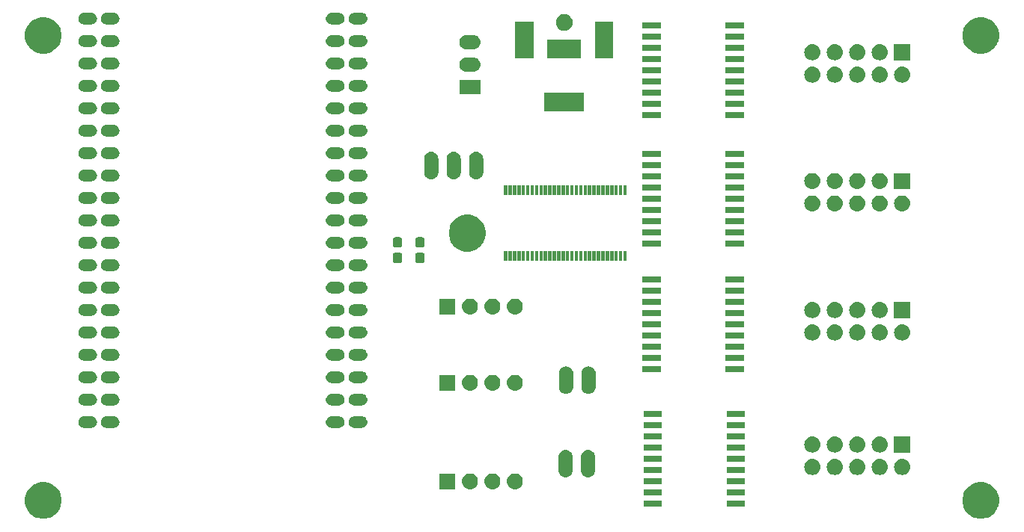
<source format=gts>
G04 #@! TF.GenerationSoftware,KiCad,Pcbnew,(5.0.1)-3*
G04 #@! TF.CreationDate,2018-10-30T11:50:23-04:00*
G04 #@! TF.ProjectId,ufcs,756663732E6B696361645F7063620000,rev?*
G04 #@! TF.SameCoordinates,Original*
G04 #@! TF.FileFunction,Soldermask,Top*
G04 #@! TF.FilePolarity,Negative*
%FSLAX46Y46*%
G04 Gerber Fmt 4.6, Leading zero omitted, Abs format (unit mm)*
G04 Created by KiCad (PCBNEW (5.0.1)-3) date 30-Oct-18 11:50:23*
%MOMM*%
%LPD*%
G01*
G04 APERTURE LIST*
%ADD10C,0.100000*%
G04 APERTURE END LIST*
D10*
G36*
X196695296Y-140809509D02*
X196860547Y-140877959D01*
X197074197Y-140966455D01*
X197074200Y-140966457D01*
X197415197Y-141194303D01*
X197705197Y-141484303D01*
X197933043Y-141825300D01*
X197933045Y-141825303D01*
X198021541Y-142038953D01*
X198089991Y-142204204D01*
X198170000Y-142606439D01*
X198170000Y-143016561D01*
X198089991Y-143418796D01*
X198049272Y-143517100D01*
X197933045Y-143797697D01*
X197933043Y-143797700D01*
X197705197Y-144138697D01*
X197415197Y-144428697D01*
X197074200Y-144656543D01*
X197074197Y-144656545D01*
X196860547Y-144745041D01*
X196695296Y-144813491D01*
X196293061Y-144893500D01*
X195882939Y-144893500D01*
X195480704Y-144813491D01*
X195315453Y-144745041D01*
X195101803Y-144656545D01*
X195101800Y-144656543D01*
X194760803Y-144428697D01*
X194470803Y-144138697D01*
X194242957Y-143797700D01*
X194242955Y-143797697D01*
X194126728Y-143517100D01*
X194086009Y-143418796D01*
X194006000Y-143016561D01*
X194006000Y-142606439D01*
X194086009Y-142204204D01*
X194154459Y-142038953D01*
X194242955Y-141825303D01*
X194242957Y-141825300D01*
X194470803Y-141484303D01*
X194760803Y-141194303D01*
X195101800Y-140966457D01*
X195101803Y-140966455D01*
X195315453Y-140877959D01*
X195480704Y-140809509D01*
X195882939Y-140729500D01*
X196293061Y-140729500D01*
X196695296Y-140809509D01*
X196695296Y-140809509D01*
G37*
G36*
X90650296Y-140809509D02*
X90815547Y-140877959D01*
X91029197Y-140966455D01*
X91029200Y-140966457D01*
X91370197Y-141194303D01*
X91660197Y-141484303D01*
X91888043Y-141825300D01*
X91888045Y-141825303D01*
X91976541Y-142038953D01*
X92044991Y-142204204D01*
X92125000Y-142606439D01*
X92125000Y-143016561D01*
X92044991Y-143418796D01*
X92004272Y-143517100D01*
X91888045Y-143797697D01*
X91888043Y-143797700D01*
X91660197Y-144138697D01*
X91370197Y-144428697D01*
X91029200Y-144656543D01*
X91029197Y-144656545D01*
X90815547Y-144745041D01*
X90650296Y-144813491D01*
X90248061Y-144893500D01*
X89837939Y-144893500D01*
X89435704Y-144813491D01*
X89270453Y-144745041D01*
X89056803Y-144656545D01*
X89056800Y-144656543D01*
X88715803Y-144428697D01*
X88425803Y-144138697D01*
X88197957Y-143797700D01*
X88197955Y-143797697D01*
X88081728Y-143517100D01*
X88041009Y-143418796D01*
X87961000Y-143016561D01*
X87961000Y-142606439D01*
X88041009Y-142204204D01*
X88109459Y-142038953D01*
X88197955Y-141825303D01*
X88197957Y-141825300D01*
X88425803Y-141484303D01*
X88715803Y-141194303D01*
X89056800Y-140966457D01*
X89056803Y-140966455D01*
X89270453Y-140877959D01*
X89435704Y-140809509D01*
X89837939Y-140729500D01*
X90248061Y-140729500D01*
X90650296Y-140809509D01*
X90650296Y-140809509D01*
G37*
G36*
X160027600Y-143517100D02*
X157927600Y-143517100D01*
X157927600Y-142817100D01*
X160027600Y-142817100D01*
X160027600Y-143517100D01*
X160027600Y-143517100D01*
G37*
G36*
X169427600Y-143517100D02*
X167327600Y-143517100D01*
X167327600Y-142817100D01*
X169427600Y-142817100D01*
X169427600Y-143517100D01*
X169427600Y-143517100D01*
G37*
G36*
X160027600Y-142247100D02*
X157927600Y-142247100D01*
X157927600Y-141547100D01*
X160027600Y-141547100D01*
X160027600Y-142247100D01*
X160027600Y-142247100D01*
G37*
G36*
X169427600Y-142247100D02*
X167327600Y-142247100D01*
X167327600Y-141547100D01*
X169427600Y-141547100D01*
X169427600Y-142247100D01*
X169427600Y-142247100D01*
G37*
G36*
X136663000Y-141552500D02*
X134863000Y-141552500D01*
X134863000Y-139752500D01*
X136663000Y-139752500D01*
X136663000Y-141552500D01*
X136663000Y-141552500D01*
G37*
G36*
X143559430Y-139765522D02*
X143729081Y-139816985D01*
X143885433Y-139900557D01*
X144022475Y-140013025D01*
X144134943Y-140150067D01*
X144218515Y-140306419D01*
X144269978Y-140476070D01*
X144287354Y-140652500D01*
X144269978Y-140828930D01*
X144218515Y-140998581D01*
X144134943Y-141154933D01*
X144022475Y-141291975D01*
X143885433Y-141404443D01*
X143729081Y-141488015D01*
X143559430Y-141539478D01*
X143427211Y-141552500D01*
X143338789Y-141552500D01*
X143206570Y-141539478D01*
X143036919Y-141488015D01*
X142880567Y-141404443D01*
X142743525Y-141291975D01*
X142631057Y-141154933D01*
X142547485Y-140998581D01*
X142496022Y-140828930D01*
X142478646Y-140652500D01*
X142496022Y-140476070D01*
X142547485Y-140306419D01*
X142631057Y-140150067D01*
X142743525Y-140013025D01*
X142880567Y-139900557D01*
X143036919Y-139816985D01*
X143206570Y-139765522D01*
X143338789Y-139752500D01*
X143427211Y-139752500D01*
X143559430Y-139765522D01*
X143559430Y-139765522D01*
G37*
G36*
X141019430Y-139765522D02*
X141189081Y-139816985D01*
X141345433Y-139900557D01*
X141482475Y-140013025D01*
X141594943Y-140150067D01*
X141678515Y-140306419D01*
X141729978Y-140476070D01*
X141747354Y-140652500D01*
X141729978Y-140828930D01*
X141678515Y-140998581D01*
X141594943Y-141154933D01*
X141482475Y-141291975D01*
X141345433Y-141404443D01*
X141189081Y-141488015D01*
X141019430Y-141539478D01*
X140887211Y-141552500D01*
X140798789Y-141552500D01*
X140666570Y-141539478D01*
X140496919Y-141488015D01*
X140340567Y-141404443D01*
X140203525Y-141291975D01*
X140091057Y-141154933D01*
X140007485Y-140998581D01*
X139956022Y-140828930D01*
X139938646Y-140652500D01*
X139956022Y-140476070D01*
X140007485Y-140306419D01*
X140091057Y-140150067D01*
X140203525Y-140013025D01*
X140340567Y-139900557D01*
X140496919Y-139816985D01*
X140666570Y-139765522D01*
X140798789Y-139752500D01*
X140887211Y-139752500D01*
X141019430Y-139765522D01*
X141019430Y-139765522D01*
G37*
G36*
X138479430Y-139765522D02*
X138649081Y-139816985D01*
X138805433Y-139900557D01*
X138942475Y-140013025D01*
X139054943Y-140150067D01*
X139138515Y-140306419D01*
X139189978Y-140476070D01*
X139207354Y-140652500D01*
X139189978Y-140828930D01*
X139138515Y-140998581D01*
X139054943Y-141154933D01*
X138942475Y-141291975D01*
X138805433Y-141404443D01*
X138649081Y-141488015D01*
X138479430Y-141539478D01*
X138347211Y-141552500D01*
X138258789Y-141552500D01*
X138126570Y-141539478D01*
X137956919Y-141488015D01*
X137800567Y-141404443D01*
X137663525Y-141291975D01*
X137551057Y-141154933D01*
X137467485Y-140998581D01*
X137416022Y-140828930D01*
X137398646Y-140652500D01*
X137416022Y-140476070D01*
X137467485Y-140306419D01*
X137551057Y-140150067D01*
X137663525Y-140013025D01*
X137800567Y-139900557D01*
X137956919Y-139816985D01*
X138126570Y-139765522D01*
X138258789Y-139752500D01*
X138347211Y-139752500D01*
X138479430Y-139765522D01*
X138479430Y-139765522D01*
G37*
G36*
X160027600Y-140977100D02*
X157927600Y-140977100D01*
X157927600Y-140277100D01*
X160027600Y-140277100D01*
X160027600Y-140977100D01*
X160027600Y-140977100D01*
G37*
G36*
X169427600Y-140977100D02*
X167327600Y-140977100D01*
X167327600Y-140277100D01*
X169427600Y-140277100D01*
X169427600Y-140977100D01*
X169427600Y-140977100D01*
G37*
G36*
X149281207Y-137077148D02*
X149432950Y-137123178D01*
X149572797Y-137197928D01*
X149695375Y-137298525D01*
X149795972Y-137421102D01*
X149870722Y-137560949D01*
X149916752Y-137712692D01*
X149928400Y-137830954D01*
X149928400Y-139410046D01*
X149916752Y-139528308D01*
X149870722Y-139680051D01*
X149795972Y-139819898D01*
X149695375Y-139942475D01*
X149572798Y-140043072D01*
X149432951Y-140117822D01*
X149281208Y-140163852D01*
X149123400Y-140179395D01*
X148965593Y-140163852D01*
X148813850Y-140117822D01*
X148674003Y-140043072D01*
X148551426Y-139942475D01*
X148450829Y-139819898D01*
X148376079Y-139680051D01*
X148330049Y-139528308D01*
X148318401Y-139410046D01*
X148318400Y-137830955D01*
X148330048Y-137712693D01*
X148376078Y-137560950D01*
X148450828Y-137421103D01*
X148551425Y-137298525D01*
X148674002Y-137197928D01*
X148813849Y-137123178D01*
X148965592Y-137077148D01*
X149123400Y-137061605D01*
X149281207Y-137077148D01*
X149281207Y-137077148D01*
G37*
G36*
X151821207Y-137077148D02*
X151972950Y-137123178D01*
X152112797Y-137197928D01*
X152235375Y-137298525D01*
X152335972Y-137421102D01*
X152410722Y-137560949D01*
X152456752Y-137712692D01*
X152468400Y-137830954D01*
X152468400Y-139410046D01*
X152456752Y-139528308D01*
X152410722Y-139680051D01*
X152335972Y-139819898D01*
X152235375Y-139942475D01*
X152112798Y-140043072D01*
X151972951Y-140117822D01*
X151821208Y-140163852D01*
X151663400Y-140179395D01*
X151505593Y-140163852D01*
X151353850Y-140117822D01*
X151214003Y-140043072D01*
X151091426Y-139942475D01*
X150990829Y-139819898D01*
X150916079Y-139680051D01*
X150870049Y-139528308D01*
X150858401Y-139410046D01*
X150858400Y-137830955D01*
X150870048Y-137712693D01*
X150916078Y-137560950D01*
X150990828Y-137421103D01*
X151091425Y-137298525D01*
X151214002Y-137197928D01*
X151353849Y-137123178D01*
X151505592Y-137077148D01*
X151663400Y-137061605D01*
X151821207Y-137077148D01*
X151821207Y-137077148D01*
G37*
G36*
X187377097Y-138101119D02*
X187549311Y-138153360D01*
X187708025Y-138238194D01*
X187847138Y-138352362D01*
X187961306Y-138491475D01*
X188046140Y-138650189D01*
X188098381Y-138822403D01*
X188116020Y-139001500D01*
X188098381Y-139180597D01*
X188046140Y-139352811D01*
X187961306Y-139511525D01*
X187847138Y-139650638D01*
X187708025Y-139764806D01*
X187604955Y-139819898D01*
X187549311Y-139849640D01*
X187377097Y-139901881D01*
X187242880Y-139915100D01*
X187153120Y-139915100D01*
X187018903Y-139901881D01*
X186846689Y-139849640D01*
X186791045Y-139819898D01*
X186687975Y-139764806D01*
X186548862Y-139650638D01*
X186434694Y-139511525D01*
X186349860Y-139352811D01*
X186297619Y-139180597D01*
X186279980Y-139001500D01*
X186297619Y-138822403D01*
X186349860Y-138650189D01*
X186434694Y-138491475D01*
X186548862Y-138352362D01*
X186687975Y-138238194D01*
X186846689Y-138153360D01*
X187018903Y-138101119D01*
X187153120Y-138087900D01*
X187242880Y-138087900D01*
X187377097Y-138101119D01*
X187377097Y-138101119D01*
G37*
G36*
X184837097Y-138101119D02*
X185009311Y-138153360D01*
X185168025Y-138238194D01*
X185307138Y-138352362D01*
X185421306Y-138491475D01*
X185506140Y-138650189D01*
X185558381Y-138822403D01*
X185576020Y-139001500D01*
X185558381Y-139180597D01*
X185506140Y-139352811D01*
X185421306Y-139511525D01*
X185307138Y-139650638D01*
X185168025Y-139764806D01*
X185064955Y-139819898D01*
X185009311Y-139849640D01*
X184837097Y-139901881D01*
X184702880Y-139915100D01*
X184613120Y-139915100D01*
X184478903Y-139901881D01*
X184306689Y-139849640D01*
X184251045Y-139819898D01*
X184147975Y-139764806D01*
X184008862Y-139650638D01*
X183894694Y-139511525D01*
X183809860Y-139352811D01*
X183757619Y-139180597D01*
X183739980Y-139001500D01*
X183757619Y-138822403D01*
X183809860Y-138650189D01*
X183894694Y-138491475D01*
X184008862Y-138352362D01*
X184147975Y-138238194D01*
X184306689Y-138153360D01*
X184478903Y-138101119D01*
X184613120Y-138087900D01*
X184702880Y-138087900D01*
X184837097Y-138101119D01*
X184837097Y-138101119D01*
G37*
G36*
X179757097Y-138101119D02*
X179929311Y-138153360D01*
X180088025Y-138238194D01*
X180227138Y-138352362D01*
X180341306Y-138491475D01*
X180426140Y-138650189D01*
X180478381Y-138822403D01*
X180496020Y-139001500D01*
X180478381Y-139180597D01*
X180426140Y-139352811D01*
X180341306Y-139511525D01*
X180227138Y-139650638D01*
X180088025Y-139764806D01*
X179984955Y-139819898D01*
X179929311Y-139849640D01*
X179757097Y-139901881D01*
X179622880Y-139915100D01*
X179533120Y-139915100D01*
X179398903Y-139901881D01*
X179226689Y-139849640D01*
X179171045Y-139819898D01*
X179067975Y-139764806D01*
X178928862Y-139650638D01*
X178814694Y-139511525D01*
X178729860Y-139352811D01*
X178677619Y-139180597D01*
X178659980Y-139001500D01*
X178677619Y-138822403D01*
X178729860Y-138650189D01*
X178814694Y-138491475D01*
X178928862Y-138352362D01*
X179067975Y-138238194D01*
X179226689Y-138153360D01*
X179398903Y-138101119D01*
X179533120Y-138087900D01*
X179622880Y-138087900D01*
X179757097Y-138101119D01*
X179757097Y-138101119D01*
G37*
G36*
X177217097Y-138101119D02*
X177389311Y-138153360D01*
X177548025Y-138238194D01*
X177687138Y-138352362D01*
X177801306Y-138491475D01*
X177886140Y-138650189D01*
X177938381Y-138822403D01*
X177956020Y-139001500D01*
X177938381Y-139180597D01*
X177886140Y-139352811D01*
X177801306Y-139511525D01*
X177687138Y-139650638D01*
X177548025Y-139764806D01*
X177444955Y-139819898D01*
X177389311Y-139849640D01*
X177217097Y-139901881D01*
X177082880Y-139915100D01*
X176993120Y-139915100D01*
X176858903Y-139901881D01*
X176686689Y-139849640D01*
X176631045Y-139819898D01*
X176527975Y-139764806D01*
X176388862Y-139650638D01*
X176274694Y-139511525D01*
X176189860Y-139352811D01*
X176137619Y-139180597D01*
X176119980Y-139001500D01*
X176137619Y-138822403D01*
X176189860Y-138650189D01*
X176274694Y-138491475D01*
X176388862Y-138352362D01*
X176527975Y-138238194D01*
X176686689Y-138153360D01*
X176858903Y-138101119D01*
X176993120Y-138087900D01*
X177082880Y-138087900D01*
X177217097Y-138101119D01*
X177217097Y-138101119D01*
G37*
G36*
X182297097Y-138101119D02*
X182469311Y-138153360D01*
X182628025Y-138238194D01*
X182767138Y-138352362D01*
X182881306Y-138491475D01*
X182966140Y-138650189D01*
X183018381Y-138822403D01*
X183036020Y-139001500D01*
X183018381Y-139180597D01*
X182966140Y-139352811D01*
X182881306Y-139511525D01*
X182767138Y-139650638D01*
X182628025Y-139764806D01*
X182524955Y-139819898D01*
X182469311Y-139849640D01*
X182297097Y-139901881D01*
X182162880Y-139915100D01*
X182073120Y-139915100D01*
X181938903Y-139901881D01*
X181766689Y-139849640D01*
X181711045Y-139819898D01*
X181607975Y-139764806D01*
X181468862Y-139650638D01*
X181354694Y-139511525D01*
X181269860Y-139352811D01*
X181217619Y-139180597D01*
X181199980Y-139001500D01*
X181217619Y-138822403D01*
X181269860Y-138650189D01*
X181354694Y-138491475D01*
X181468862Y-138352362D01*
X181607975Y-138238194D01*
X181766689Y-138153360D01*
X181938903Y-138101119D01*
X182073120Y-138087900D01*
X182162880Y-138087900D01*
X182297097Y-138101119D01*
X182297097Y-138101119D01*
G37*
G36*
X160027600Y-139707100D02*
X157927600Y-139707100D01*
X157927600Y-139007100D01*
X160027600Y-139007100D01*
X160027600Y-139707100D01*
X160027600Y-139707100D01*
G37*
G36*
X169427600Y-139707100D02*
X167327600Y-139707100D01*
X167327600Y-139007100D01*
X169427600Y-139007100D01*
X169427600Y-139707100D01*
X169427600Y-139707100D01*
G37*
G36*
X169427600Y-138437100D02*
X167327600Y-138437100D01*
X167327600Y-137737100D01*
X169427600Y-137737100D01*
X169427600Y-138437100D01*
X169427600Y-138437100D01*
G37*
G36*
X160027600Y-138437100D02*
X157927600Y-138437100D01*
X157927600Y-137737100D01*
X160027600Y-137737100D01*
X160027600Y-138437100D01*
X160027600Y-138437100D01*
G37*
G36*
X188111600Y-137375100D02*
X186284400Y-137375100D01*
X186284400Y-135547900D01*
X188111600Y-135547900D01*
X188111600Y-137375100D01*
X188111600Y-137375100D01*
G37*
G36*
X184837097Y-135561119D02*
X185009311Y-135613360D01*
X185168025Y-135698194D01*
X185307138Y-135812362D01*
X185421306Y-135951475D01*
X185506140Y-136110189D01*
X185558381Y-136282403D01*
X185576020Y-136461500D01*
X185558381Y-136640597D01*
X185506140Y-136812811D01*
X185421306Y-136971525D01*
X185307138Y-137110638D01*
X185168025Y-137224806D01*
X185168023Y-137224807D01*
X185009311Y-137309640D01*
X184837097Y-137361881D01*
X184702880Y-137375100D01*
X184613120Y-137375100D01*
X184478903Y-137361881D01*
X184306689Y-137309640D01*
X184147977Y-137224807D01*
X184147975Y-137224806D01*
X184008862Y-137110638D01*
X183894694Y-136971525D01*
X183809860Y-136812811D01*
X183757619Y-136640597D01*
X183739980Y-136461500D01*
X183757619Y-136282403D01*
X183809860Y-136110189D01*
X183894694Y-135951475D01*
X184008862Y-135812362D01*
X184147975Y-135698194D01*
X184306689Y-135613360D01*
X184478903Y-135561119D01*
X184613120Y-135547900D01*
X184702880Y-135547900D01*
X184837097Y-135561119D01*
X184837097Y-135561119D01*
G37*
G36*
X182297097Y-135561119D02*
X182469311Y-135613360D01*
X182628025Y-135698194D01*
X182767138Y-135812362D01*
X182881306Y-135951475D01*
X182966140Y-136110189D01*
X183018381Y-136282403D01*
X183036020Y-136461500D01*
X183018381Y-136640597D01*
X182966140Y-136812811D01*
X182881306Y-136971525D01*
X182767138Y-137110638D01*
X182628025Y-137224806D01*
X182628023Y-137224807D01*
X182469311Y-137309640D01*
X182297097Y-137361881D01*
X182162880Y-137375100D01*
X182073120Y-137375100D01*
X181938903Y-137361881D01*
X181766689Y-137309640D01*
X181607977Y-137224807D01*
X181607975Y-137224806D01*
X181468862Y-137110638D01*
X181354694Y-136971525D01*
X181269860Y-136812811D01*
X181217619Y-136640597D01*
X181199980Y-136461500D01*
X181217619Y-136282403D01*
X181269860Y-136110189D01*
X181354694Y-135951475D01*
X181468862Y-135812362D01*
X181607975Y-135698194D01*
X181766689Y-135613360D01*
X181938903Y-135561119D01*
X182073120Y-135547900D01*
X182162880Y-135547900D01*
X182297097Y-135561119D01*
X182297097Y-135561119D01*
G37*
G36*
X179757097Y-135561119D02*
X179929311Y-135613360D01*
X180088025Y-135698194D01*
X180227138Y-135812362D01*
X180341306Y-135951475D01*
X180426140Y-136110189D01*
X180478381Y-136282403D01*
X180496020Y-136461500D01*
X180478381Y-136640597D01*
X180426140Y-136812811D01*
X180341306Y-136971525D01*
X180227138Y-137110638D01*
X180088025Y-137224806D01*
X180088023Y-137224807D01*
X179929311Y-137309640D01*
X179757097Y-137361881D01*
X179622880Y-137375100D01*
X179533120Y-137375100D01*
X179398903Y-137361881D01*
X179226689Y-137309640D01*
X179067977Y-137224807D01*
X179067975Y-137224806D01*
X178928862Y-137110638D01*
X178814694Y-136971525D01*
X178729860Y-136812811D01*
X178677619Y-136640597D01*
X178659980Y-136461500D01*
X178677619Y-136282403D01*
X178729860Y-136110189D01*
X178814694Y-135951475D01*
X178928862Y-135812362D01*
X179067975Y-135698194D01*
X179226689Y-135613360D01*
X179398903Y-135561119D01*
X179533120Y-135547900D01*
X179622880Y-135547900D01*
X179757097Y-135561119D01*
X179757097Y-135561119D01*
G37*
G36*
X177217097Y-135561119D02*
X177389311Y-135613360D01*
X177548025Y-135698194D01*
X177687138Y-135812362D01*
X177801306Y-135951475D01*
X177886140Y-136110189D01*
X177938381Y-136282403D01*
X177956020Y-136461500D01*
X177938381Y-136640597D01*
X177886140Y-136812811D01*
X177801306Y-136971525D01*
X177687138Y-137110638D01*
X177548025Y-137224806D01*
X177548023Y-137224807D01*
X177389311Y-137309640D01*
X177217097Y-137361881D01*
X177082880Y-137375100D01*
X176993120Y-137375100D01*
X176858903Y-137361881D01*
X176686689Y-137309640D01*
X176527977Y-137224807D01*
X176527975Y-137224806D01*
X176388862Y-137110638D01*
X176274694Y-136971525D01*
X176189860Y-136812811D01*
X176137619Y-136640597D01*
X176119980Y-136461500D01*
X176137619Y-136282403D01*
X176189860Y-136110189D01*
X176274694Y-135951475D01*
X176388862Y-135812362D01*
X176527975Y-135698194D01*
X176686689Y-135613360D01*
X176858903Y-135561119D01*
X176993120Y-135547900D01*
X177082880Y-135547900D01*
X177217097Y-135561119D01*
X177217097Y-135561119D01*
G37*
G36*
X160027600Y-137167100D02*
X157927600Y-137167100D01*
X157927600Y-136467100D01*
X160027600Y-136467100D01*
X160027600Y-137167100D01*
X160027600Y-137167100D01*
G37*
G36*
X169427600Y-137167100D02*
X167327600Y-137167100D01*
X167327600Y-136467100D01*
X169427600Y-136467100D01*
X169427600Y-137167100D01*
X169427600Y-137167100D01*
G37*
G36*
X160027600Y-135897100D02*
X157927600Y-135897100D01*
X157927600Y-135197100D01*
X160027600Y-135197100D01*
X160027600Y-135897100D01*
X160027600Y-135897100D01*
G37*
G36*
X169427600Y-135897100D02*
X167327600Y-135897100D01*
X167327600Y-135197100D01*
X169427600Y-135197100D01*
X169427600Y-135897100D01*
X169427600Y-135897100D01*
G37*
G36*
X169427600Y-134627100D02*
X167327600Y-134627100D01*
X167327600Y-133927100D01*
X169427600Y-133927100D01*
X169427600Y-134627100D01*
X169427600Y-134627100D01*
G37*
G36*
X160027600Y-134627100D02*
X157927600Y-134627100D01*
X157927600Y-133927100D01*
X160027600Y-133927100D01*
X160027600Y-134627100D01*
X160027600Y-134627100D01*
G37*
G36*
X95600422Y-133280904D02*
X95722948Y-133318072D01*
X95835866Y-133378428D01*
X95934843Y-133459657D01*
X96016072Y-133558634D01*
X96076428Y-133671552D01*
X96113596Y-133794078D01*
X96126145Y-133921500D01*
X96113596Y-134048922D01*
X96076428Y-134171448D01*
X96016072Y-134284366D01*
X95934843Y-134383343D01*
X95835866Y-134464572D01*
X95722948Y-134524928D01*
X95600422Y-134562096D01*
X95504936Y-134571500D01*
X94641064Y-134571500D01*
X94545578Y-134562096D01*
X94423052Y-134524928D01*
X94310134Y-134464572D01*
X94211157Y-134383343D01*
X94129928Y-134284366D01*
X94069572Y-134171448D01*
X94032404Y-134048922D01*
X94019855Y-133921500D01*
X94032404Y-133794078D01*
X94069572Y-133671552D01*
X94129928Y-133558634D01*
X94211157Y-133459657D01*
X94310134Y-133378428D01*
X94423052Y-133318072D01*
X94545578Y-133280904D01*
X94641064Y-133271500D01*
X95504936Y-133271500D01*
X95600422Y-133280904D01*
X95600422Y-133280904D01*
G37*
G36*
X98140422Y-133280904D02*
X98262948Y-133318072D01*
X98375866Y-133378428D01*
X98474843Y-133459657D01*
X98556072Y-133558634D01*
X98616428Y-133671552D01*
X98653596Y-133794078D01*
X98666145Y-133921500D01*
X98653596Y-134048922D01*
X98616428Y-134171448D01*
X98556072Y-134284366D01*
X98474843Y-134383343D01*
X98375866Y-134464572D01*
X98262948Y-134524928D01*
X98140422Y-134562096D01*
X98044936Y-134571500D01*
X97181064Y-134571500D01*
X97085578Y-134562096D01*
X96963052Y-134524928D01*
X96850134Y-134464572D01*
X96751157Y-134383343D01*
X96669928Y-134284366D01*
X96609572Y-134171448D01*
X96572404Y-134048922D01*
X96559855Y-133921500D01*
X96572404Y-133794078D01*
X96609572Y-133671552D01*
X96669928Y-133558634D01*
X96751157Y-133459657D01*
X96850134Y-133378428D01*
X96963052Y-133318072D01*
X97085578Y-133280904D01*
X97181064Y-133271500D01*
X98044936Y-133271500D01*
X98140422Y-133280904D01*
X98140422Y-133280904D01*
G37*
G36*
X126180422Y-133280904D02*
X126302948Y-133318072D01*
X126415866Y-133378428D01*
X126514843Y-133459657D01*
X126596072Y-133558634D01*
X126656428Y-133671552D01*
X126693596Y-133794078D01*
X126706145Y-133921500D01*
X126693596Y-134048922D01*
X126656428Y-134171448D01*
X126596072Y-134284366D01*
X126514843Y-134383343D01*
X126415866Y-134464572D01*
X126302948Y-134524928D01*
X126180422Y-134562096D01*
X126084936Y-134571500D01*
X125221064Y-134571500D01*
X125125578Y-134562096D01*
X125003052Y-134524928D01*
X124890134Y-134464572D01*
X124791157Y-134383343D01*
X124709928Y-134284366D01*
X124649572Y-134171448D01*
X124612404Y-134048922D01*
X124599855Y-133921500D01*
X124612404Y-133794078D01*
X124649572Y-133671552D01*
X124709928Y-133558634D01*
X124791157Y-133459657D01*
X124890134Y-133378428D01*
X125003052Y-133318072D01*
X125125578Y-133280904D01*
X125221064Y-133271500D01*
X126084936Y-133271500D01*
X126180422Y-133280904D01*
X126180422Y-133280904D01*
G37*
G36*
X123590422Y-133280904D02*
X123712948Y-133318072D01*
X123825866Y-133378428D01*
X123924843Y-133459657D01*
X124006072Y-133558634D01*
X124066428Y-133671552D01*
X124103596Y-133794078D01*
X124116145Y-133921500D01*
X124103596Y-134048922D01*
X124066428Y-134171448D01*
X124006072Y-134284366D01*
X123924843Y-134383343D01*
X123825866Y-134464572D01*
X123712948Y-134524928D01*
X123590422Y-134562096D01*
X123494936Y-134571500D01*
X122631064Y-134571500D01*
X122535578Y-134562096D01*
X122413052Y-134524928D01*
X122300134Y-134464572D01*
X122201157Y-134383343D01*
X122119928Y-134284366D01*
X122059572Y-134171448D01*
X122022404Y-134048922D01*
X122009855Y-133921500D01*
X122022404Y-133794078D01*
X122059572Y-133671552D01*
X122119928Y-133558634D01*
X122201157Y-133459657D01*
X122300134Y-133378428D01*
X122413052Y-133318072D01*
X122535578Y-133280904D01*
X122631064Y-133271500D01*
X123494936Y-133271500D01*
X123590422Y-133280904D01*
X123590422Y-133280904D01*
G37*
G36*
X160027600Y-133357100D02*
X157927600Y-133357100D01*
X157927600Y-132657100D01*
X160027600Y-132657100D01*
X160027600Y-133357100D01*
X160027600Y-133357100D01*
G37*
G36*
X169427600Y-133357100D02*
X167327600Y-133357100D01*
X167327600Y-132657100D01*
X169427600Y-132657100D01*
X169427600Y-133357100D01*
X169427600Y-133357100D01*
G37*
G36*
X126180422Y-130740904D02*
X126302948Y-130778072D01*
X126415866Y-130838428D01*
X126514843Y-130919657D01*
X126596072Y-131018634D01*
X126656428Y-131131552D01*
X126693596Y-131254078D01*
X126706145Y-131381500D01*
X126693596Y-131508922D01*
X126656428Y-131631448D01*
X126596072Y-131744366D01*
X126514843Y-131843343D01*
X126415866Y-131924572D01*
X126302948Y-131984928D01*
X126180422Y-132022096D01*
X126084936Y-132031500D01*
X125221064Y-132031500D01*
X125125578Y-132022096D01*
X125003052Y-131984928D01*
X124890134Y-131924572D01*
X124791157Y-131843343D01*
X124709928Y-131744366D01*
X124649572Y-131631448D01*
X124612404Y-131508922D01*
X124599855Y-131381500D01*
X124612404Y-131254078D01*
X124649572Y-131131552D01*
X124709928Y-131018634D01*
X124791157Y-130919657D01*
X124890134Y-130838428D01*
X125003052Y-130778072D01*
X125125578Y-130740904D01*
X125221064Y-130731500D01*
X126084936Y-130731500D01*
X126180422Y-130740904D01*
X126180422Y-130740904D01*
G37*
G36*
X95600422Y-130740904D02*
X95722948Y-130778072D01*
X95835866Y-130838428D01*
X95934843Y-130919657D01*
X96016072Y-131018634D01*
X96076428Y-131131552D01*
X96113596Y-131254078D01*
X96126145Y-131381500D01*
X96113596Y-131508922D01*
X96076428Y-131631448D01*
X96016072Y-131744366D01*
X95934843Y-131843343D01*
X95835866Y-131924572D01*
X95722948Y-131984928D01*
X95600422Y-132022096D01*
X95504936Y-132031500D01*
X94641064Y-132031500D01*
X94545578Y-132022096D01*
X94423052Y-131984928D01*
X94310134Y-131924572D01*
X94211157Y-131843343D01*
X94129928Y-131744366D01*
X94069572Y-131631448D01*
X94032404Y-131508922D01*
X94019855Y-131381500D01*
X94032404Y-131254078D01*
X94069572Y-131131552D01*
X94129928Y-131018634D01*
X94211157Y-130919657D01*
X94310134Y-130838428D01*
X94423052Y-130778072D01*
X94545578Y-130740904D01*
X94641064Y-130731500D01*
X95504936Y-130731500D01*
X95600422Y-130740904D01*
X95600422Y-130740904D01*
G37*
G36*
X98140422Y-130740904D02*
X98262948Y-130778072D01*
X98375866Y-130838428D01*
X98474843Y-130919657D01*
X98556072Y-131018634D01*
X98616428Y-131131552D01*
X98653596Y-131254078D01*
X98666145Y-131381500D01*
X98653596Y-131508922D01*
X98616428Y-131631448D01*
X98556072Y-131744366D01*
X98474843Y-131843343D01*
X98375866Y-131924572D01*
X98262948Y-131984928D01*
X98140422Y-132022096D01*
X98044936Y-132031500D01*
X97181064Y-132031500D01*
X97085578Y-132022096D01*
X96963052Y-131984928D01*
X96850134Y-131924572D01*
X96751157Y-131843343D01*
X96669928Y-131744366D01*
X96609572Y-131631448D01*
X96572404Y-131508922D01*
X96559855Y-131381500D01*
X96572404Y-131254078D01*
X96609572Y-131131552D01*
X96669928Y-131018634D01*
X96751157Y-130919657D01*
X96850134Y-130838428D01*
X96963052Y-130778072D01*
X97085578Y-130740904D01*
X97181064Y-130731500D01*
X98044936Y-130731500D01*
X98140422Y-130740904D01*
X98140422Y-130740904D01*
G37*
G36*
X123590422Y-130740904D02*
X123712948Y-130778072D01*
X123825866Y-130838428D01*
X123924843Y-130919657D01*
X124006072Y-131018634D01*
X124066428Y-131131552D01*
X124103596Y-131254078D01*
X124116145Y-131381500D01*
X124103596Y-131508922D01*
X124066428Y-131631448D01*
X124006072Y-131744366D01*
X123924843Y-131843343D01*
X123825866Y-131924572D01*
X123712948Y-131984928D01*
X123590422Y-132022096D01*
X123494936Y-132031500D01*
X122631064Y-132031500D01*
X122535578Y-132022096D01*
X122413052Y-131984928D01*
X122300134Y-131924572D01*
X122201157Y-131843343D01*
X122119928Y-131744366D01*
X122059572Y-131631448D01*
X122022404Y-131508922D01*
X122009855Y-131381500D01*
X122022404Y-131254078D01*
X122059572Y-131131552D01*
X122119928Y-131018634D01*
X122201157Y-130919657D01*
X122300134Y-130838428D01*
X122413052Y-130778072D01*
X122535578Y-130740904D01*
X122631064Y-130731500D01*
X123494936Y-130731500D01*
X123590422Y-130740904D01*
X123590422Y-130740904D01*
G37*
G36*
X151872007Y-127628348D02*
X152023750Y-127674378D01*
X152163597Y-127749128D01*
X152286175Y-127849725D01*
X152386772Y-127972302D01*
X152461522Y-128112149D01*
X152507552Y-128263892D01*
X152519200Y-128382154D01*
X152519200Y-129961246D01*
X152507552Y-130079508D01*
X152461522Y-130231251D01*
X152386772Y-130371098D01*
X152286175Y-130493675D01*
X152163598Y-130594272D01*
X152023751Y-130669022D01*
X151872008Y-130715052D01*
X151714200Y-130730595D01*
X151556393Y-130715052D01*
X151404650Y-130669022D01*
X151264803Y-130594272D01*
X151142226Y-130493675D01*
X151041629Y-130371098D01*
X150966879Y-130231251D01*
X150920849Y-130079508D01*
X150909201Y-129961246D01*
X150909200Y-128382155D01*
X150920848Y-128263893D01*
X150966878Y-128112150D01*
X151041628Y-127972303D01*
X151142225Y-127849725D01*
X151264802Y-127749128D01*
X151404649Y-127674378D01*
X151556392Y-127628348D01*
X151714200Y-127612805D01*
X151872007Y-127628348D01*
X151872007Y-127628348D01*
G37*
G36*
X149332007Y-127628348D02*
X149483750Y-127674378D01*
X149623597Y-127749128D01*
X149746175Y-127849725D01*
X149846772Y-127972302D01*
X149921522Y-128112149D01*
X149967552Y-128263892D01*
X149979200Y-128382154D01*
X149979200Y-129961246D01*
X149967552Y-130079508D01*
X149921522Y-130231251D01*
X149846772Y-130371098D01*
X149746175Y-130493675D01*
X149623598Y-130594272D01*
X149483751Y-130669022D01*
X149332008Y-130715052D01*
X149174200Y-130730595D01*
X149016393Y-130715052D01*
X148864650Y-130669022D01*
X148724803Y-130594272D01*
X148602226Y-130493675D01*
X148501629Y-130371098D01*
X148426879Y-130231251D01*
X148380849Y-130079508D01*
X148369201Y-129961246D01*
X148369200Y-128382155D01*
X148380848Y-128263893D01*
X148426878Y-128112150D01*
X148501628Y-127972303D01*
X148602225Y-127849725D01*
X148724802Y-127749128D01*
X148864649Y-127674378D01*
X149016392Y-127628348D01*
X149174200Y-127612805D01*
X149332007Y-127628348D01*
X149332007Y-127628348D01*
G37*
G36*
X143559430Y-128589522D02*
X143729081Y-128640985D01*
X143885433Y-128724557D01*
X144022475Y-128837025D01*
X144134943Y-128974067D01*
X144218515Y-129130419D01*
X144269978Y-129300070D01*
X144287354Y-129476500D01*
X144269978Y-129652930D01*
X144218515Y-129822581D01*
X144134943Y-129978933D01*
X144022475Y-130115975D01*
X143885433Y-130228443D01*
X143729081Y-130312015D01*
X143559430Y-130363478D01*
X143427211Y-130376500D01*
X143338789Y-130376500D01*
X143206570Y-130363478D01*
X143036919Y-130312015D01*
X142880567Y-130228443D01*
X142743525Y-130115975D01*
X142631057Y-129978933D01*
X142547485Y-129822581D01*
X142496022Y-129652930D01*
X142478646Y-129476500D01*
X142496022Y-129300070D01*
X142547485Y-129130419D01*
X142631057Y-128974067D01*
X142743525Y-128837025D01*
X142880567Y-128724557D01*
X143036919Y-128640985D01*
X143206570Y-128589522D01*
X143338789Y-128576500D01*
X143427211Y-128576500D01*
X143559430Y-128589522D01*
X143559430Y-128589522D01*
G37*
G36*
X141019430Y-128589522D02*
X141189081Y-128640985D01*
X141345433Y-128724557D01*
X141482475Y-128837025D01*
X141594943Y-128974067D01*
X141678515Y-129130419D01*
X141729978Y-129300070D01*
X141747354Y-129476500D01*
X141729978Y-129652930D01*
X141678515Y-129822581D01*
X141594943Y-129978933D01*
X141482475Y-130115975D01*
X141345433Y-130228443D01*
X141189081Y-130312015D01*
X141019430Y-130363478D01*
X140887211Y-130376500D01*
X140798789Y-130376500D01*
X140666570Y-130363478D01*
X140496919Y-130312015D01*
X140340567Y-130228443D01*
X140203525Y-130115975D01*
X140091057Y-129978933D01*
X140007485Y-129822581D01*
X139956022Y-129652930D01*
X139938646Y-129476500D01*
X139956022Y-129300070D01*
X140007485Y-129130419D01*
X140091057Y-128974067D01*
X140203525Y-128837025D01*
X140340567Y-128724557D01*
X140496919Y-128640985D01*
X140666570Y-128589522D01*
X140798789Y-128576500D01*
X140887211Y-128576500D01*
X141019430Y-128589522D01*
X141019430Y-128589522D01*
G37*
G36*
X138479430Y-128589522D02*
X138649081Y-128640985D01*
X138805433Y-128724557D01*
X138942475Y-128837025D01*
X139054943Y-128974067D01*
X139138515Y-129130419D01*
X139189978Y-129300070D01*
X139207354Y-129476500D01*
X139189978Y-129652930D01*
X139138515Y-129822581D01*
X139054943Y-129978933D01*
X138942475Y-130115975D01*
X138805433Y-130228443D01*
X138649081Y-130312015D01*
X138479430Y-130363478D01*
X138347211Y-130376500D01*
X138258789Y-130376500D01*
X138126570Y-130363478D01*
X137956919Y-130312015D01*
X137800567Y-130228443D01*
X137663525Y-130115975D01*
X137551057Y-129978933D01*
X137467485Y-129822581D01*
X137416022Y-129652930D01*
X137398646Y-129476500D01*
X137416022Y-129300070D01*
X137467485Y-129130419D01*
X137551057Y-128974067D01*
X137663525Y-128837025D01*
X137800567Y-128724557D01*
X137956919Y-128640985D01*
X138126570Y-128589522D01*
X138258789Y-128576500D01*
X138347211Y-128576500D01*
X138479430Y-128589522D01*
X138479430Y-128589522D01*
G37*
G36*
X136663000Y-130376500D02*
X134863000Y-130376500D01*
X134863000Y-128576500D01*
X136663000Y-128576500D01*
X136663000Y-130376500D01*
X136663000Y-130376500D01*
G37*
G36*
X126180422Y-128200904D02*
X126302948Y-128238072D01*
X126415866Y-128298428D01*
X126514843Y-128379657D01*
X126596072Y-128478634D01*
X126656428Y-128591552D01*
X126693596Y-128714078D01*
X126706145Y-128841500D01*
X126693596Y-128968922D01*
X126656428Y-129091448D01*
X126596072Y-129204366D01*
X126514843Y-129303343D01*
X126415866Y-129384572D01*
X126302948Y-129444928D01*
X126180422Y-129482096D01*
X126084936Y-129491500D01*
X125221064Y-129491500D01*
X125125578Y-129482096D01*
X125003052Y-129444928D01*
X124890134Y-129384572D01*
X124791157Y-129303343D01*
X124709928Y-129204366D01*
X124649572Y-129091448D01*
X124612404Y-128968922D01*
X124599855Y-128841500D01*
X124612404Y-128714078D01*
X124649572Y-128591552D01*
X124709928Y-128478634D01*
X124791157Y-128379657D01*
X124890134Y-128298428D01*
X125003052Y-128238072D01*
X125125578Y-128200904D01*
X125221064Y-128191500D01*
X126084936Y-128191500D01*
X126180422Y-128200904D01*
X126180422Y-128200904D01*
G37*
G36*
X95600422Y-128200904D02*
X95722948Y-128238072D01*
X95835866Y-128298428D01*
X95934843Y-128379657D01*
X96016072Y-128478634D01*
X96076428Y-128591552D01*
X96113596Y-128714078D01*
X96126145Y-128841500D01*
X96113596Y-128968922D01*
X96076428Y-129091448D01*
X96016072Y-129204366D01*
X95934843Y-129303343D01*
X95835866Y-129384572D01*
X95722948Y-129444928D01*
X95600422Y-129482096D01*
X95504936Y-129491500D01*
X94641064Y-129491500D01*
X94545578Y-129482096D01*
X94423052Y-129444928D01*
X94310134Y-129384572D01*
X94211157Y-129303343D01*
X94129928Y-129204366D01*
X94069572Y-129091448D01*
X94032404Y-128968922D01*
X94019855Y-128841500D01*
X94032404Y-128714078D01*
X94069572Y-128591552D01*
X94129928Y-128478634D01*
X94211157Y-128379657D01*
X94310134Y-128298428D01*
X94423052Y-128238072D01*
X94545578Y-128200904D01*
X94641064Y-128191500D01*
X95504936Y-128191500D01*
X95600422Y-128200904D01*
X95600422Y-128200904D01*
G37*
G36*
X123590422Y-128200904D02*
X123712948Y-128238072D01*
X123825866Y-128298428D01*
X123924843Y-128379657D01*
X124006072Y-128478634D01*
X124066428Y-128591552D01*
X124103596Y-128714078D01*
X124116145Y-128841500D01*
X124103596Y-128968922D01*
X124066428Y-129091448D01*
X124006072Y-129204366D01*
X123924843Y-129303343D01*
X123825866Y-129384572D01*
X123712948Y-129444928D01*
X123590422Y-129482096D01*
X123494936Y-129491500D01*
X122631064Y-129491500D01*
X122535578Y-129482096D01*
X122413052Y-129444928D01*
X122300134Y-129384572D01*
X122201157Y-129303343D01*
X122119928Y-129204366D01*
X122059572Y-129091448D01*
X122022404Y-128968922D01*
X122009855Y-128841500D01*
X122022404Y-128714078D01*
X122059572Y-128591552D01*
X122119928Y-128478634D01*
X122201157Y-128379657D01*
X122300134Y-128298428D01*
X122413052Y-128238072D01*
X122535578Y-128200904D01*
X122631064Y-128191500D01*
X123494936Y-128191500D01*
X123590422Y-128200904D01*
X123590422Y-128200904D01*
G37*
G36*
X98140422Y-128200904D02*
X98262948Y-128238072D01*
X98375866Y-128298428D01*
X98474843Y-128379657D01*
X98556072Y-128478634D01*
X98616428Y-128591552D01*
X98653596Y-128714078D01*
X98666145Y-128841500D01*
X98653596Y-128968922D01*
X98616428Y-129091448D01*
X98556072Y-129204366D01*
X98474843Y-129303343D01*
X98375866Y-129384572D01*
X98262948Y-129444928D01*
X98140422Y-129482096D01*
X98044936Y-129491500D01*
X97181064Y-129491500D01*
X97085578Y-129482096D01*
X96963052Y-129444928D01*
X96850134Y-129384572D01*
X96751157Y-129303343D01*
X96669928Y-129204366D01*
X96609572Y-129091448D01*
X96572404Y-128968922D01*
X96559855Y-128841500D01*
X96572404Y-128714078D01*
X96609572Y-128591552D01*
X96669928Y-128478634D01*
X96751157Y-128379657D01*
X96850134Y-128298428D01*
X96963052Y-128238072D01*
X97085578Y-128200904D01*
X97181064Y-128191500D01*
X98044936Y-128191500D01*
X98140422Y-128200904D01*
X98140422Y-128200904D01*
G37*
G36*
X169300600Y-128302500D02*
X167200600Y-128302500D01*
X167200600Y-127602500D01*
X169300600Y-127602500D01*
X169300600Y-128302500D01*
X169300600Y-128302500D01*
G37*
G36*
X159900600Y-128302500D02*
X157800600Y-128302500D01*
X157800600Y-127602500D01*
X159900600Y-127602500D01*
X159900600Y-128302500D01*
X159900600Y-128302500D01*
G37*
G36*
X169300600Y-127032500D02*
X167200600Y-127032500D01*
X167200600Y-126332500D01*
X169300600Y-126332500D01*
X169300600Y-127032500D01*
X169300600Y-127032500D01*
G37*
G36*
X159900600Y-127032500D02*
X157800600Y-127032500D01*
X157800600Y-126332500D01*
X159900600Y-126332500D01*
X159900600Y-127032500D01*
X159900600Y-127032500D01*
G37*
G36*
X98140422Y-125660904D02*
X98262948Y-125698072D01*
X98375866Y-125758428D01*
X98474843Y-125839657D01*
X98556072Y-125938634D01*
X98616428Y-126051552D01*
X98653596Y-126174078D01*
X98666145Y-126301500D01*
X98653596Y-126428922D01*
X98616428Y-126551448D01*
X98556072Y-126664366D01*
X98474843Y-126763343D01*
X98375866Y-126844572D01*
X98262948Y-126904928D01*
X98140422Y-126942096D01*
X98044936Y-126951500D01*
X97181064Y-126951500D01*
X97085578Y-126942096D01*
X96963052Y-126904928D01*
X96850134Y-126844572D01*
X96751157Y-126763343D01*
X96669928Y-126664366D01*
X96609572Y-126551448D01*
X96572404Y-126428922D01*
X96559855Y-126301500D01*
X96572404Y-126174078D01*
X96609572Y-126051552D01*
X96669928Y-125938634D01*
X96751157Y-125839657D01*
X96850134Y-125758428D01*
X96963052Y-125698072D01*
X97085578Y-125660904D01*
X97181064Y-125651500D01*
X98044936Y-125651500D01*
X98140422Y-125660904D01*
X98140422Y-125660904D01*
G37*
G36*
X123590422Y-125660904D02*
X123712948Y-125698072D01*
X123825866Y-125758428D01*
X123924843Y-125839657D01*
X124006072Y-125938634D01*
X124066428Y-126051552D01*
X124103596Y-126174078D01*
X124116145Y-126301500D01*
X124103596Y-126428922D01*
X124066428Y-126551448D01*
X124006072Y-126664366D01*
X123924843Y-126763343D01*
X123825866Y-126844572D01*
X123712948Y-126904928D01*
X123590422Y-126942096D01*
X123494936Y-126951500D01*
X122631064Y-126951500D01*
X122535578Y-126942096D01*
X122413052Y-126904928D01*
X122300134Y-126844572D01*
X122201157Y-126763343D01*
X122119928Y-126664366D01*
X122059572Y-126551448D01*
X122022404Y-126428922D01*
X122009855Y-126301500D01*
X122022404Y-126174078D01*
X122059572Y-126051552D01*
X122119928Y-125938634D01*
X122201157Y-125839657D01*
X122300134Y-125758428D01*
X122413052Y-125698072D01*
X122535578Y-125660904D01*
X122631064Y-125651500D01*
X123494936Y-125651500D01*
X123590422Y-125660904D01*
X123590422Y-125660904D01*
G37*
G36*
X95600422Y-125660904D02*
X95722948Y-125698072D01*
X95835866Y-125758428D01*
X95934843Y-125839657D01*
X96016072Y-125938634D01*
X96076428Y-126051552D01*
X96113596Y-126174078D01*
X96126145Y-126301500D01*
X96113596Y-126428922D01*
X96076428Y-126551448D01*
X96016072Y-126664366D01*
X95934843Y-126763343D01*
X95835866Y-126844572D01*
X95722948Y-126904928D01*
X95600422Y-126942096D01*
X95504936Y-126951500D01*
X94641064Y-126951500D01*
X94545578Y-126942096D01*
X94423052Y-126904928D01*
X94310134Y-126844572D01*
X94211157Y-126763343D01*
X94129928Y-126664366D01*
X94069572Y-126551448D01*
X94032404Y-126428922D01*
X94019855Y-126301500D01*
X94032404Y-126174078D01*
X94069572Y-126051552D01*
X94129928Y-125938634D01*
X94211157Y-125839657D01*
X94310134Y-125758428D01*
X94423052Y-125698072D01*
X94545578Y-125660904D01*
X94641064Y-125651500D01*
X95504936Y-125651500D01*
X95600422Y-125660904D01*
X95600422Y-125660904D01*
G37*
G36*
X126180422Y-125660904D02*
X126302948Y-125698072D01*
X126415866Y-125758428D01*
X126514843Y-125839657D01*
X126596072Y-125938634D01*
X126656428Y-126051552D01*
X126693596Y-126174078D01*
X126706145Y-126301500D01*
X126693596Y-126428922D01*
X126656428Y-126551448D01*
X126596072Y-126664366D01*
X126514843Y-126763343D01*
X126415866Y-126844572D01*
X126302948Y-126904928D01*
X126180422Y-126942096D01*
X126084936Y-126951500D01*
X125221064Y-126951500D01*
X125125578Y-126942096D01*
X125003052Y-126904928D01*
X124890134Y-126844572D01*
X124791157Y-126763343D01*
X124709928Y-126664366D01*
X124649572Y-126551448D01*
X124612404Y-126428922D01*
X124599855Y-126301500D01*
X124612404Y-126174078D01*
X124649572Y-126051552D01*
X124709928Y-125938634D01*
X124791157Y-125839657D01*
X124890134Y-125758428D01*
X125003052Y-125698072D01*
X125125578Y-125660904D01*
X125221064Y-125651500D01*
X126084936Y-125651500D01*
X126180422Y-125660904D01*
X126180422Y-125660904D01*
G37*
G36*
X169300600Y-125762500D02*
X167200600Y-125762500D01*
X167200600Y-125062500D01*
X169300600Y-125062500D01*
X169300600Y-125762500D01*
X169300600Y-125762500D01*
G37*
G36*
X159900600Y-125762500D02*
X157800600Y-125762500D01*
X157800600Y-125062500D01*
X159900600Y-125062500D01*
X159900600Y-125762500D01*
X159900600Y-125762500D01*
G37*
G36*
X187377097Y-122861119D02*
X187549311Y-122913360D01*
X187708025Y-122998194D01*
X187847138Y-123112362D01*
X187961306Y-123251475D01*
X188046140Y-123410189D01*
X188098381Y-123582403D01*
X188116020Y-123761500D01*
X188098381Y-123940597D01*
X188046140Y-124112811D01*
X187961306Y-124271525D01*
X187847138Y-124410638D01*
X187708025Y-124524806D01*
X187708023Y-124524807D01*
X187549311Y-124609640D01*
X187377097Y-124661881D01*
X187242880Y-124675100D01*
X187153120Y-124675100D01*
X187018903Y-124661881D01*
X186846689Y-124609640D01*
X186687977Y-124524807D01*
X186687975Y-124524806D01*
X186548862Y-124410638D01*
X186434694Y-124271525D01*
X186349860Y-124112811D01*
X186297619Y-123940597D01*
X186279980Y-123761500D01*
X186297619Y-123582403D01*
X186349860Y-123410189D01*
X186434694Y-123251475D01*
X186548862Y-123112362D01*
X186687975Y-122998194D01*
X186846689Y-122913360D01*
X187018903Y-122861119D01*
X187153120Y-122847900D01*
X187242880Y-122847900D01*
X187377097Y-122861119D01*
X187377097Y-122861119D01*
G37*
G36*
X184837097Y-122861119D02*
X185009311Y-122913360D01*
X185168025Y-122998194D01*
X185307138Y-123112362D01*
X185421306Y-123251475D01*
X185506140Y-123410189D01*
X185558381Y-123582403D01*
X185576020Y-123761500D01*
X185558381Y-123940597D01*
X185506140Y-124112811D01*
X185421306Y-124271525D01*
X185307138Y-124410638D01*
X185168025Y-124524806D01*
X185168023Y-124524807D01*
X185009311Y-124609640D01*
X184837097Y-124661881D01*
X184702880Y-124675100D01*
X184613120Y-124675100D01*
X184478903Y-124661881D01*
X184306689Y-124609640D01*
X184147977Y-124524807D01*
X184147975Y-124524806D01*
X184008862Y-124410638D01*
X183894694Y-124271525D01*
X183809860Y-124112811D01*
X183757619Y-123940597D01*
X183739980Y-123761500D01*
X183757619Y-123582403D01*
X183809860Y-123410189D01*
X183894694Y-123251475D01*
X184008862Y-123112362D01*
X184147975Y-122998194D01*
X184306689Y-122913360D01*
X184478903Y-122861119D01*
X184613120Y-122847900D01*
X184702880Y-122847900D01*
X184837097Y-122861119D01*
X184837097Y-122861119D01*
G37*
G36*
X177217097Y-122861119D02*
X177389311Y-122913360D01*
X177548025Y-122998194D01*
X177687138Y-123112362D01*
X177801306Y-123251475D01*
X177886140Y-123410189D01*
X177938381Y-123582403D01*
X177956020Y-123761500D01*
X177938381Y-123940597D01*
X177886140Y-124112811D01*
X177801306Y-124271525D01*
X177687138Y-124410638D01*
X177548025Y-124524806D01*
X177548023Y-124524807D01*
X177389311Y-124609640D01*
X177217097Y-124661881D01*
X177082880Y-124675100D01*
X176993120Y-124675100D01*
X176858903Y-124661881D01*
X176686689Y-124609640D01*
X176527977Y-124524807D01*
X176527975Y-124524806D01*
X176388862Y-124410638D01*
X176274694Y-124271525D01*
X176189860Y-124112811D01*
X176137619Y-123940597D01*
X176119980Y-123761500D01*
X176137619Y-123582403D01*
X176189860Y-123410189D01*
X176274694Y-123251475D01*
X176388862Y-123112362D01*
X176527975Y-122998194D01*
X176686689Y-122913360D01*
X176858903Y-122861119D01*
X176993120Y-122847900D01*
X177082880Y-122847900D01*
X177217097Y-122861119D01*
X177217097Y-122861119D01*
G37*
G36*
X182297097Y-122861119D02*
X182469311Y-122913360D01*
X182628025Y-122998194D01*
X182767138Y-123112362D01*
X182881306Y-123251475D01*
X182966140Y-123410189D01*
X183018381Y-123582403D01*
X183036020Y-123761500D01*
X183018381Y-123940597D01*
X182966140Y-124112811D01*
X182881306Y-124271525D01*
X182767138Y-124410638D01*
X182628025Y-124524806D01*
X182628023Y-124524807D01*
X182469311Y-124609640D01*
X182297097Y-124661881D01*
X182162880Y-124675100D01*
X182073120Y-124675100D01*
X181938903Y-124661881D01*
X181766689Y-124609640D01*
X181607977Y-124524807D01*
X181607975Y-124524806D01*
X181468862Y-124410638D01*
X181354694Y-124271525D01*
X181269860Y-124112811D01*
X181217619Y-123940597D01*
X181199980Y-123761500D01*
X181217619Y-123582403D01*
X181269860Y-123410189D01*
X181354694Y-123251475D01*
X181468862Y-123112362D01*
X181607975Y-122998194D01*
X181766689Y-122913360D01*
X181938903Y-122861119D01*
X182073120Y-122847900D01*
X182162880Y-122847900D01*
X182297097Y-122861119D01*
X182297097Y-122861119D01*
G37*
G36*
X179757097Y-122861119D02*
X179929311Y-122913360D01*
X180088025Y-122998194D01*
X180227138Y-123112362D01*
X180341306Y-123251475D01*
X180426140Y-123410189D01*
X180478381Y-123582403D01*
X180496020Y-123761500D01*
X180478381Y-123940597D01*
X180426140Y-124112811D01*
X180341306Y-124271525D01*
X180227138Y-124410638D01*
X180088025Y-124524806D01*
X180088023Y-124524807D01*
X179929311Y-124609640D01*
X179757097Y-124661881D01*
X179622880Y-124675100D01*
X179533120Y-124675100D01*
X179398903Y-124661881D01*
X179226689Y-124609640D01*
X179067977Y-124524807D01*
X179067975Y-124524806D01*
X178928862Y-124410638D01*
X178814694Y-124271525D01*
X178729860Y-124112811D01*
X178677619Y-123940597D01*
X178659980Y-123761500D01*
X178677619Y-123582403D01*
X178729860Y-123410189D01*
X178814694Y-123251475D01*
X178928862Y-123112362D01*
X179067975Y-122998194D01*
X179226689Y-122913360D01*
X179398903Y-122861119D01*
X179533120Y-122847900D01*
X179622880Y-122847900D01*
X179757097Y-122861119D01*
X179757097Y-122861119D01*
G37*
G36*
X159900600Y-124492500D02*
X157800600Y-124492500D01*
X157800600Y-123792500D01*
X159900600Y-123792500D01*
X159900600Y-124492500D01*
X159900600Y-124492500D01*
G37*
G36*
X169300600Y-124492500D02*
X167200600Y-124492500D01*
X167200600Y-123792500D01*
X169300600Y-123792500D01*
X169300600Y-124492500D01*
X169300600Y-124492500D01*
G37*
G36*
X123590422Y-123120904D02*
X123712948Y-123158072D01*
X123825866Y-123218428D01*
X123924843Y-123299657D01*
X124006072Y-123398634D01*
X124066428Y-123511552D01*
X124103596Y-123634078D01*
X124116145Y-123761500D01*
X124103596Y-123888922D01*
X124066428Y-124011448D01*
X124006072Y-124124366D01*
X123924843Y-124223343D01*
X123825866Y-124304572D01*
X123712948Y-124364928D01*
X123590422Y-124402096D01*
X123494936Y-124411500D01*
X122631064Y-124411500D01*
X122535578Y-124402096D01*
X122413052Y-124364928D01*
X122300134Y-124304572D01*
X122201157Y-124223343D01*
X122119928Y-124124366D01*
X122059572Y-124011448D01*
X122022404Y-123888922D01*
X122009855Y-123761500D01*
X122022404Y-123634078D01*
X122059572Y-123511552D01*
X122119928Y-123398634D01*
X122201157Y-123299657D01*
X122300134Y-123218428D01*
X122413052Y-123158072D01*
X122535578Y-123120904D01*
X122631064Y-123111500D01*
X123494936Y-123111500D01*
X123590422Y-123120904D01*
X123590422Y-123120904D01*
G37*
G36*
X98140422Y-123120904D02*
X98262948Y-123158072D01*
X98375866Y-123218428D01*
X98474843Y-123299657D01*
X98556072Y-123398634D01*
X98616428Y-123511552D01*
X98653596Y-123634078D01*
X98666145Y-123761500D01*
X98653596Y-123888922D01*
X98616428Y-124011448D01*
X98556072Y-124124366D01*
X98474843Y-124223343D01*
X98375866Y-124304572D01*
X98262948Y-124364928D01*
X98140422Y-124402096D01*
X98044936Y-124411500D01*
X97181064Y-124411500D01*
X97085578Y-124402096D01*
X96963052Y-124364928D01*
X96850134Y-124304572D01*
X96751157Y-124223343D01*
X96669928Y-124124366D01*
X96609572Y-124011448D01*
X96572404Y-123888922D01*
X96559855Y-123761500D01*
X96572404Y-123634078D01*
X96609572Y-123511552D01*
X96669928Y-123398634D01*
X96751157Y-123299657D01*
X96850134Y-123218428D01*
X96963052Y-123158072D01*
X97085578Y-123120904D01*
X97181064Y-123111500D01*
X98044936Y-123111500D01*
X98140422Y-123120904D01*
X98140422Y-123120904D01*
G37*
G36*
X95600422Y-123120904D02*
X95722948Y-123158072D01*
X95835866Y-123218428D01*
X95934843Y-123299657D01*
X96016072Y-123398634D01*
X96076428Y-123511552D01*
X96113596Y-123634078D01*
X96126145Y-123761500D01*
X96113596Y-123888922D01*
X96076428Y-124011448D01*
X96016072Y-124124366D01*
X95934843Y-124223343D01*
X95835866Y-124304572D01*
X95722948Y-124364928D01*
X95600422Y-124402096D01*
X95504936Y-124411500D01*
X94641064Y-124411500D01*
X94545578Y-124402096D01*
X94423052Y-124364928D01*
X94310134Y-124304572D01*
X94211157Y-124223343D01*
X94129928Y-124124366D01*
X94069572Y-124011448D01*
X94032404Y-123888922D01*
X94019855Y-123761500D01*
X94032404Y-123634078D01*
X94069572Y-123511552D01*
X94129928Y-123398634D01*
X94211157Y-123299657D01*
X94310134Y-123218428D01*
X94423052Y-123158072D01*
X94545578Y-123120904D01*
X94641064Y-123111500D01*
X95504936Y-123111500D01*
X95600422Y-123120904D01*
X95600422Y-123120904D01*
G37*
G36*
X126180422Y-123120904D02*
X126302948Y-123158072D01*
X126415866Y-123218428D01*
X126514843Y-123299657D01*
X126596072Y-123398634D01*
X126656428Y-123511552D01*
X126693596Y-123634078D01*
X126706145Y-123761500D01*
X126693596Y-123888922D01*
X126656428Y-124011448D01*
X126596072Y-124124366D01*
X126514843Y-124223343D01*
X126415866Y-124304572D01*
X126302948Y-124364928D01*
X126180422Y-124402096D01*
X126084936Y-124411500D01*
X125221064Y-124411500D01*
X125125578Y-124402096D01*
X125003052Y-124364928D01*
X124890134Y-124304572D01*
X124791157Y-124223343D01*
X124709928Y-124124366D01*
X124649572Y-124011448D01*
X124612404Y-123888922D01*
X124599855Y-123761500D01*
X124612404Y-123634078D01*
X124649572Y-123511552D01*
X124709928Y-123398634D01*
X124791157Y-123299657D01*
X124890134Y-123218428D01*
X125003052Y-123158072D01*
X125125578Y-123120904D01*
X125221064Y-123111500D01*
X126084936Y-123111500D01*
X126180422Y-123120904D01*
X126180422Y-123120904D01*
G37*
G36*
X169300600Y-123222500D02*
X167200600Y-123222500D01*
X167200600Y-122522500D01*
X169300600Y-122522500D01*
X169300600Y-123222500D01*
X169300600Y-123222500D01*
G37*
G36*
X159900600Y-123222500D02*
X157800600Y-123222500D01*
X157800600Y-122522500D01*
X159900600Y-122522500D01*
X159900600Y-123222500D01*
X159900600Y-123222500D01*
G37*
G36*
X182297097Y-120321119D02*
X182469311Y-120373360D01*
X182628025Y-120458194D01*
X182767138Y-120572362D01*
X182881306Y-120711475D01*
X182966140Y-120870189D01*
X183018381Y-121042403D01*
X183036020Y-121221500D01*
X183018381Y-121400597D01*
X182966140Y-121572811D01*
X182881306Y-121731525D01*
X182767138Y-121870638D01*
X182628025Y-121984806D01*
X182628023Y-121984807D01*
X182469311Y-122069640D01*
X182297097Y-122121881D01*
X182162880Y-122135100D01*
X182073120Y-122135100D01*
X181938903Y-122121881D01*
X181766689Y-122069640D01*
X181607977Y-121984807D01*
X181607975Y-121984806D01*
X181468862Y-121870638D01*
X181354694Y-121731525D01*
X181269860Y-121572811D01*
X181217619Y-121400597D01*
X181199980Y-121221500D01*
X181217619Y-121042403D01*
X181269860Y-120870189D01*
X181354694Y-120711475D01*
X181468862Y-120572362D01*
X181607975Y-120458194D01*
X181766689Y-120373360D01*
X181938903Y-120321119D01*
X182073120Y-120307900D01*
X182162880Y-120307900D01*
X182297097Y-120321119D01*
X182297097Y-120321119D01*
G37*
G36*
X179757097Y-120321119D02*
X179929311Y-120373360D01*
X180088025Y-120458194D01*
X180227138Y-120572362D01*
X180341306Y-120711475D01*
X180426140Y-120870189D01*
X180478381Y-121042403D01*
X180496020Y-121221500D01*
X180478381Y-121400597D01*
X180426140Y-121572811D01*
X180341306Y-121731525D01*
X180227138Y-121870638D01*
X180088025Y-121984806D01*
X180088023Y-121984807D01*
X179929311Y-122069640D01*
X179757097Y-122121881D01*
X179622880Y-122135100D01*
X179533120Y-122135100D01*
X179398903Y-122121881D01*
X179226689Y-122069640D01*
X179067977Y-121984807D01*
X179067975Y-121984806D01*
X178928862Y-121870638D01*
X178814694Y-121731525D01*
X178729860Y-121572811D01*
X178677619Y-121400597D01*
X178659980Y-121221500D01*
X178677619Y-121042403D01*
X178729860Y-120870189D01*
X178814694Y-120711475D01*
X178928862Y-120572362D01*
X179067975Y-120458194D01*
X179226689Y-120373360D01*
X179398903Y-120321119D01*
X179533120Y-120307900D01*
X179622880Y-120307900D01*
X179757097Y-120321119D01*
X179757097Y-120321119D01*
G37*
G36*
X188111600Y-122135100D02*
X186284400Y-122135100D01*
X186284400Y-120307900D01*
X188111600Y-120307900D01*
X188111600Y-122135100D01*
X188111600Y-122135100D01*
G37*
G36*
X177217097Y-120321119D02*
X177389311Y-120373360D01*
X177548025Y-120458194D01*
X177687138Y-120572362D01*
X177801306Y-120711475D01*
X177886140Y-120870189D01*
X177938381Y-121042403D01*
X177956020Y-121221500D01*
X177938381Y-121400597D01*
X177886140Y-121572811D01*
X177801306Y-121731525D01*
X177687138Y-121870638D01*
X177548025Y-121984806D01*
X177548023Y-121984807D01*
X177389311Y-122069640D01*
X177217097Y-122121881D01*
X177082880Y-122135100D01*
X176993120Y-122135100D01*
X176858903Y-122121881D01*
X176686689Y-122069640D01*
X176527977Y-121984807D01*
X176527975Y-121984806D01*
X176388862Y-121870638D01*
X176274694Y-121731525D01*
X176189860Y-121572811D01*
X176137619Y-121400597D01*
X176119980Y-121221500D01*
X176137619Y-121042403D01*
X176189860Y-120870189D01*
X176274694Y-120711475D01*
X176388862Y-120572362D01*
X176527975Y-120458194D01*
X176686689Y-120373360D01*
X176858903Y-120321119D01*
X176993120Y-120307900D01*
X177082880Y-120307900D01*
X177217097Y-120321119D01*
X177217097Y-120321119D01*
G37*
G36*
X184837097Y-120321119D02*
X185009311Y-120373360D01*
X185168025Y-120458194D01*
X185307138Y-120572362D01*
X185421306Y-120711475D01*
X185506140Y-120870189D01*
X185558381Y-121042403D01*
X185576020Y-121221500D01*
X185558381Y-121400597D01*
X185506140Y-121572811D01*
X185421306Y-121731525D01*
X185307138Y-121870638D01*
X185168025Y-121984806D01*
X185168023Y-121984807D01*
X185009311Y-122069640D01*
X184837097Y-122121881D01*
X184702880Y-122135100D01*
X184613120Y-122135100D01*
X184478903Y-122121881D01*
X184306689Y-122069640D01*
X184147977Y-121984807D01*
X184147975Y-121984806D01*
X184008862Y-121870638D01*
X183894694Y-121731525D01*
X183809860Y-121572811D01*
X183757619Y-121400597D01*
X183739980Y-121221500D01*
X183757619Y-121042403D01*
X183809860Y-120870189D01*
X183894694Y-120711475D01*
X184008862Y-120572362D01*
X184147975Y-120458194D01*
X184306689Y-120373360D01*
X184478903Y-120321119D01*
X184613120Y-120307900D01*
X184702880Y-120307900D01*
X184837097Y-120321119D01*
X184837097Y-120321119D01*
G37*
G36*
X169300600Y-121952500D02*
X167200600Y-121952500D01*
X167200600Y-121252500D01*
X169300600Y-121252500D01*
X169300600Y-121952500D01*
X169300600Y-121952500D01*
G37*
G36*
X159900600Y-121952500D02*
X157800600Y-121952500D01*
X157800600Y-121252500D01*
X159900600Y-121252500D01*
X159900600Y-121952500D01*
X159900600Y-121952500D01*
G37*
G36*
X123590422Y-120580904D02*
X123712948Y-120618072D01*
X123825866Y-120678428D01*
X123924843Y-120759657D01*
X124006072Y-120858634D01*
X124066428Y-120971552D01*
X124103596Y-121094078D01*
X124116145Y-121221500D01*
X124103596Y-121348922D01*
X124066428Y-121471448D01*
X124006072Y-121584366D01*
X123924843Y-121683343D01*
X123825866Y-121764572D01*
X123712948Y-121824928D01*
X123590422Y-121862096D01*
X123494936Y-121871500D01*
X122631064Y-121871500D01*
X122535578Y-121862096D01*
X122413052Y-121824928D01*
X122300134Y-121764572D01*
X122201157Y-121683343D01*
X122119928Y-121584366D01*
X122059572Y-121471448D01*
X122022404Y-121348922D01*
X122009855Y-121221500D01*
X122022404Y-121094078D01*
X122059572Y-120971552D01*
X122119928Y-120858634D01*
X122201157Y-120759657D01*
X122300134Y-120678428D01*
X122413052Y-120618072D01*
X122535578Y-120580904D01*
X122631064Y-120571500D01*
X123494936Y-120571500D01*
X123590422Y-120580904D01*
X123590422Y-120580904D01*
G37*
G36*
X95600422Y-120580904D02*
X95722948Y-120618072D01*
X95835866Y-120678428D01*
X95934843Y-120759657D01*
X96016072Y-120858634D01*
X96076428Y-120971552D01*
X96113596Y-121094078D01*
X96126145Y-121221500D01*
X96113596Y-121348922D01*
X96076428Y-121471448D01*
X96016072Y-121584366D01*
X95934843Y-121683343D01*
X95835866Y-121764572D01*
X95722948Y-121824928D01*
X95600422Y-121862096D01*
X95504936Y-121871500D01*
X94641064Y-121871500D01*
X94545578Y-121862096D01*
X94423052Y-121824928D01*
X94310134Y-121764572D01*
X94211157Y-121683343D01*
X94129928Y-121584366D01*
X94069572Y-121471448D01*
X94032404Y-121348922D01*
X94019855Y-121221500D01*
X94032404Y-121094078D01*
X94069572Y-120971552D01*
X94129928Y-120858634D01*
X94211157Y-120759657D01*
X94310134Y-120678428D01*
X94423052Y-120618072D01*
X94545578Y-120580904D01*
X94641064Y-120571500D01*
X95504936Y-120571500D01*
X95600422Y-120580904D01*
X95600422Y-120580904D01*
G37*
G36*
X98140422Y-120580904D02*
X98262948Y-120618072D01*
X98375866Y-120678428D01*
X98474843Y-120759657D01*
X98556072Y-120858634D01*
X98616428Y-120971552D01*
X98653596Y-121094078D01*
X98666145Y-121221500D01*
X98653596Y-121348922D01*
X98616428Y-121471448D01*
X98556072Y-121584366D01*
X98474843Y-121683343D01*
X98375866Y-121764572D01*
X98262948Y-121824928D01*
X98140422Y-121862096D01*
X98044936Y-121871500D01*
X97181064Y-121871500D01*
X97085578Y-121862096D01*
X96963052Y-121824928D01*
X96850134Y-121764572D01*
X96751157Y-121683343D01*
X96669928Y-121584366D01*
X96609572Y-121471448D01*
X96572404Y-121348922D01*
X96559855Y-121221500D01*
X96572404Y-121094078D01*
X96609572Y-120971552D01*
X96669928Y-120858634D01*
X96751157Y-120759657D01*
X96850134Y-120678428D01*
X96963052Y-120618072D01*
X97085578Y-120580904D01*
X97181064Y-120571500D01*
X98044936Y-120571500D01*
X98140422Y-120580904D01*
X98140422Y-120580904D01*
G37*
G36*
X126180422Y-120580904D02*
X126302948Y-120618072D01*
X126415866Y-120678428D01*
X126514843Y-120759657D01*
X126596072Y-120858634D01*
X126656428Y-120971552D01*
X126693596Y-121094078D01*
X126706145Y-121221500D01*
X126693596Y-121348922D01*
X126656428Y-121471448D01*
X126596072Y-121584366D01*
X126514843Y-121683343D01*
X126415866Y-121764572D01*
X126302948Y-121824928D01*
X126180422Y-121862096D01*
X126084936Y-121871500D01*
X125221064Y-121871500D01*
X125125578Y-121862096D01*
X125003052Y-121824928D01*
X124890134Y-121764572D01*
X124791157Y-121683343D01*
X124709928Y-121584366D01*
X124649572Y-121471448D01*
X124612404Y-121348922D01*
X124599855Y-121221500D01*
X124612404Y-121094078D01*
X124649572Y-120971552D01*
X124709928Y-120858634D01*
X124791157Y-120759657D01*
X124890134Y-120678428D01*
X125003052Y-120618072D01*
X125125578Y-120580904D01*
X125221064Y-120571500D01*
X126084936Y-120571500D01*
X126180422Y-120580904D01*
X126180422Y-120580904D01*
G37*
G36*
X141019430Y-119953522D02*
X141189081Y-120004985D01*
X141345433Y-120088557D01*
X141482475Y-120201025D01*
X141594943Y-120338067D01*
X141678515Y-120494419D01*
X141729978Y-120664070D01*
X141747354Y-120840500D01*
X141729978Y-121016930D01*
X141678515Y-121186581D01*
X141594943Y-121342933D01*
X141482475Y-121479975D01*
X141345433Y-121592443D01*
X141189081Y-121676015D01*
X141019430Y-121727478D01*
X140887211Y-121740500D01*
X140798789Y-121740500D01*
X140666570Y-121727478D01*
X140496919Y-121676015D01*
X140340567Y-121592443D01*
X140203525Y-121479975D01*
X140091057Y-121342933D01*
X140007485Y-121186581D01*
X139956022Y-121016930D01*
X139938646Y-120840500D01*
X139956022Y-120664070D01*
X140007485Y-120494419D01*
X140091057Y-120338067D01*
X140203525Y-120201025D01*
X140340567Y-120088557D01*
X140496919Y-120004985D01*
X140666570Y-119953522D01*
X140798789Y-119940500D01*
X140887211Y-119940500D01*
X141019430Y-119953522D01*
X141019430Y-119953522D01*
G37*
G36*
X143559430Y-119953522D02*
X143729081Y-120004985D01*
X143885433Y-120088557D01*
X144022475Y-120201025D01*
X144134943Y-120338067D01*
X144218515Y-120494419D01*
X144269978Y-120664070D01*
X144287354Y-120840500D01*
X144269978Y-121016930D01*
X144218515Y-121186581D01*
X144134943Y-121342933D01*
X144022475Y-121479975D01*
X143885433Y-121592443D01*
X143729081Y-121676015D01*
X143559430Y-121727478D01*
X143427211Y-121740500D01*
X143338789Y-121740500D01*
X143206570Y-121727478D01*
X143036919Y-121676015D01*
X142880567Y-121592443D01*
X142743525Y-121479975D01*
X142631057Y-121342933D01*
X142547485Y-121186581D01*
X142496022Y-121016930D01*
X142478646Y-120840500D01*
X142496022Y-120664070D01*
X142547485Y-120494419D01*
X142631057Y-120338067D01*
X142743525Y-120201025D01*
X142880567Y-120088557D01*
X143036919Y-120004985D01*
X143206570Y-119953522D01*
X143338789Y-119940500D01*
X143427211Y-119940500D01*
X143559430Y-119953522D01*
X143559430Y-119953522D01*
G37*
G36*
X136663000Y-121740500D02*
X134863000Y-121740500D01*
X134863000Y-119940500D01*
X136663000Y-119940500D01*
X136663000Y-121740500D01*
X136663000Y-121740500D01*
G37*
G36*
X138479430Y-119953522D02*
X138649081Y-120004985D01*
X138805433Y-120088557D01*
X138942475Y-120201025D01*
X139054943Y-120338067D01*
X139138515Y-120494419D01*
X139189978Y-120664070D01*
X139207354Y-120840500D01*
X139189978Y-121016930D01*
X139138515Y-121186581D01*
X139054943Y-121342933D01*
X138942475Y-121479975D01*
X138805433Y-121592443D01*
X138649081Y-121676015D01*
X138479430Y-121727478D01*
X138347211Y-121740500D01*
X138258789Y-121740500D01*
X138126570Y-121727478D01*
X137956919Y-121676015D01*
X137800567Y-121592443D01*
X137663525Y-121479975D01*
X137551057Y-121342933D01*
X137467485Y-121186581D01*
X137416022Y-121016930D01*
X137398646Y-120840500D01*
X137416022Y-120664070D01*
X137467485Y-120494419D01*
X137551057Y-120338067D01*
X137663525Y-120201025D01*
X137800567Y-120088557D01*
X137956919Y-120004985D01*
X138126570Y-119953522D01*
X138258789Y-119940500D01*
X138347211Y-119940500D01*
X138479430Y-119953522D01*
X138479430Y-119953522D01*
G37*
G36*
X159900600Y-120682500D02*
X157800600Y-120682500D01*
X157800600Y-119982500D01*
X159900600Y-119982500D01*
X159900600Y-120682500D01*
X159900600Y-120682500D01*
G37*
G36*
X169300600Y-120682500D02*
X167200600Y-120682500D01*
X167200600Y-119982500D01*
X169300600Y-119982500D01*
X169300600Y-120682500D01*
X169300600Y-120682500D01*
G37*
G36*
X159900600Y-119412500D02*
X157800600Y-119412500D01*
X157800600Y-118712500D01*
X159900600Y-118712500D01*
X159900600Y-119412500D01*
X159900600Y-119412500D01*
G37*
G36*
X169300600Y-119412500D02*
X167200600Y-119412500D01*
X167200600Y-118712500D01*
X169300600Y-118712500D01*
X169300600Y-119412500D01*
X169300600Y-119412500D01*
G37*
G36*
X98140422Y-118040904D02*
X98262948Y-118078072D01*
X98375866Y-118138428D01*
X98474843Y-118219657D01*
X98556072Y-118318634D01*
X98616428Y-118431552D01*
X98653596Y-118554078D01*
X98666145Y-118681500D01*
X98653596Y-118808922D01*
X98616428Y-118931448D01*
X98556072Y-119044366D01*
X98474843Y-119143343D01*
X98375866Y-119224572D01*
X98262948Y-119284928D01*
X98140422Y-119322096D01*
X98044936Y-119331500D01*
X97181064Y-119331500D01*
X97085578Y-119322096D01*
X96963052Y-119284928D01*
X96850134Y-119224572D01*
X96751157Y-119143343D01*
X96669928Y-119044366D01*
X96609572Y-118931448D01*
X96572404Y-118808922D01*
X96559855Y-118681500D01*
X96572404Y-118554078D01*
X96609572Y-118431552D01*
X96669928Y-118318634D01*
X96751157Y-118219657D01*
X96850134Y-118138428D01*
X96963052Y-118078072D01*
X97085578Y-118040904D01*
X97181064Y-118031500D01*
X98044936Y-118031500D01*
X98140422Y-118040904D01*
X98140422Y-118040904D01*
G37*
G36*
X123590422Y-118040904D02*
X123712948Y-118078072D01*
X123825866Y-118138428D01*
X123924843Y-118219657D01*
X124006072Y-118318634D01*
X124066428Y-118431552D01*
X124103596Y-118554078D01*
X124116145Y-118681500D01*
X124103596Y-118808922D01*
X124066428Y-118931448D01*
X124006072Y-119044366D01*
X123924843Y-119143343D01*
X123825866Y-119224572D01*
X123712948Y-119284928D01*
X123590422Y-119322096D01*
X123494936Y-119331500D01*
X122631064Y-119331500D01*
X122535578Y-119322096D01*
X122413052Y-119284928D01*
X122300134Y-119224572D01*
X122201157Y-119143343D01*
X122119928Y-119044366D01*
X122059572Y-118931448D01*
X122022404Y-118808922D01*
X122009855Y-118681500D01*
X122022404Y-118554078D01*
X122059572Y-118431552D01*
X122119928Y-118318634D01*
X122201157Y-118219657D01*
X122300134Y-118138428D01*
X122413052Y-118078072D01*
X122535578Y-118040904D01*
X122631064Y-118031500D01*
X123494936Y-118031500D01*
X123590422Y-118040904D01*
X123590422Y-118040904D01*
G37*
G36*
X95600422Y-118040904D02*
X95722948Y-118078072D01*
X95835866Y-118138428D01*
X95934843Y-118219657D01*
X96016072Y-118318634D01*
X96076428Y-118431552D01*
X96113596Y-118554078D01*
X96126145Y-118681500D01*
X96113596Y-118808922D01*
X96076428Y-118931448D01*
X96016072Y-119044366D01*
X95934843Y-119143343D01*
X95835866Y-119224572D01*
X95722948Y-119284928D01*
X95600422Y-119322096D01*
X95504936Y-119331500D01*
X94641064Y-119331500D01*
X94545578Y-119322096D01*
X94423052Y-119284928D01*
X94310134Y-119224572D01*
X94211157Y-119143343D01*
X94129928Y-119044366D01*
X94069572Y-118931448D01*
X94032404Y-118808922D01*
X94019855Y-118681500D01*
X94032404Y-118554078D01*
X94069572Y-118431552D01*
X94129928Y-118318634D01*
X94211157Y-118219657D01*
X94310134Y-118138428D01*
X94423052Y-118078072D01*
X94545578Y-118040904D01*
X94641064Y-118031500D01*
X95504936Y-118031500D01*
X95600422Y-118040904D01*
X95600422Y-118040904D01*
G37*
G36*
X126180422Y-118040904D02*
X126302948Y-118078072D01*
X126415866Y-118138428D01*
X126514843Y-118219657D01*
X126596072Y-118318634D01*
X126656428Y-118431552D01*
X126693596Y-118554078D01*
X126706145Y-118681500D01*
X126693596Y-118808922D01*
X126656428Y-118931448D01*
X126596072Y-119044366D01*
X126514843Y-119143343D01*
X126415866Y-119224572D01*
X126302948Y-119284928D01*
X126180422Y-119322096D01*
X126084936Y-119331500D01*
X125221064Y-119331500D01*
X125125578Y-119322096D01*
X125003052Y-119284928D01*
X124890134Y-119224572D01*
X124791157Y-119143343D01*
X124709928Y-119044366D01*
X124649572Y-118931448D01*
X124612404Y-118808922D01*
X124599855Y-118681500D01*
X124612404Y-118554078D01*
X124649572Y-118431552D01*
X124709928Y-118318634D01*
X124791157Y-118219657D01*
X124890134Y-118138428D01*
X125003052Y-118078072D01*
X125125578Y-118040904D01*
X125221064Y-118031500D01*
X126084936Y-118031500D01*
X126180422Y-118040904D01*
X126180422Y-118040904D01*
G37*
G36*
X169300600Y-118142500D02*
X167200600Y-118142500D01*
X167200600Y-117442500D01*
X169300600Y-117442500D01*
X169300600Y-118142500D01*
X169300600Y-118142500D01*
G37*
G36*
X159900600Y-118142500D02*
X157800600Y-118142500D01*
X157800600Y-117442500D01*
X159900600Y-117442500D01*
X159900600Y-118142500D01*
X159900600Y-118142500D01*
G37*
G36*
X126180422Y-115500904D02*
X126302948Y-115538072D01*
X126415866Y-115598428D01*
X126514843Y-115679657D01*
X126596072Y-115778634D01*
X126656428Y-115891552D01*
X126693596Y-116014078D01*
X126706145Y-116141500D01*
X126693596Y-116268922D01*
X126656428Y-116391448D01*
X126596072Y-116504366D01*
X126514843Y-116603343D01*
X126415866Y-116684572D01*
X126302948Y-116744928D01*
X126180422Y-116782096D01*
X126084936Y-116791500D01*
X125221064Y-116791500D01*
X125125578Y-116782096D01*
X125003052Y-116744928D01*
X124890134Y-116684572D01*
X124791157Y-116603343D01*
X124709928Y-116504366D01*
X124649572Y-116391448D01*
X124612404Y-116268922D01*
X124599855Y-116141500D01*
X124612404Y-116014078D01*
X124649572Y-115891552D01*
X124709928Y-115778634D01*
X124791157Y-115679657D01*
X124890134Y-115598428D01*
X125003052Y-115538072D01*
X125125578Y-115500904D01*
X125221064Y-115491500D01*
X126084936Y-115491500D01*
X126180422Y-115500904D01*
X126180422Y-115500904D01*
G37*
G36*
X95600422Y-115500904D02*
X95722948Y-115538072D01*
X95835866Y-115598428D01*
X95934843Y-115679657D01*
X96016072Y-115778634D01*
X96076428Y-115891552D01*
X96113596Y-116014078D01*
X96126145Y-116141500D01*
X96113596Y-116268922D01*
X96076428Y-116391448D01*
X96016072Y-116504366D01*
X95934843Y-116603343D01*
X95835866Y-116684572D01*
X95722948Y-116744928D01*
X95600422Y-116782096D01*
X95504936Y-116791500D01*
X94641064Y-116791500D01*
X94545578Y-116782096D01*
X94423052Y-116744928D01*
X94310134Y-116684572D01*
X94211157Y-116603343D01*
X94129928Y-116504366D01*
X94069572Y-116391448D01*
X94032404Y-116268922D01*
X94019855Y-116141500D01*
X94032404Y-116014078D01*
X94069572Y-115891552D01*
X94129928Y-115778634D01*
X94211157Y-115679657D01*
X94310134Y-115598428D01*
X94423052Y-115538072D01*
X94545578Y-115500904D01*
X94641064Y-115491500D01*
X95504936Y-115491500D01*
X95600422Y-115500904D01*
X95600422Y-115500904D01*
G37*
G36*
X123590422Y-115500904D02*
X123712948Y-115538072D01*
X123825866Y-115598428D01*
X123924843Y-115679657D01*
X124006072Y-115778634D01*
X124066428Y-115891552D01*
X124103596Y-116014078D01*
X124116145Y-116141500D01*
X124103596Y-116268922D01*
X124066428Y-116391448D01*
X124006072Y-116504366D01*
X123924843Y-116603343D01*
X123825866Y-116684572D01*
X123712948Y-116744928D01*
X123590422Y-116782096D01*
X123494936Y-116791500D01*
X122631064Y-116791500D01*
X122535578Y-116782096D01*
X122413052Y-116744928D01*
X122300134Y-116684572D01*
X122201157Y-116603343D01*
X122119928Y-116504366D01*
X122059572Y-116391448D01*
X122022404Y-116268922D01*
X122009855Y-116141500D01*
X122022404Y-116014078D01*
X122059572Y-115891552D01*
X122119928Y-115778634D01*
X122201157Y-115679657D01*
X122300134Y-115598428D01*
X122413052Y-115538072D01*
X122535578Y-115500904D01*
X122631064Y-115491500D01*
X123494936Y-115491500D01*
X123590422Y-115500904D01*
X123590422Y-115500904D01*
G37*
G36*
X98140422Y-115500904D02*
X98262948Y-115538072D01*
X98375866Y-115598428D01*
X98474843Y-115679657D01*
X98556072Y-115778634D01*
X98616428Y-115891552D01*
X98653596Y-116014078D01*
X98666145Y-116141500D01*
X98653596Y-116268922D01*
X98616428Y-116391448D01*
X98556072Y-116504366D01*
X98474843Y-116603343D01*
X98375866Y-116684572D01*
X98262948Y-116744928D01*
X98140422Y-116782096D01*
X98044936Y-116791500D01*
X97181064Y-116791500D01*
X97085578Y-116782096D01*
X96963052Y-116744928D01*
X96850134Y-116684572D01*
X96751157Y-116603343D01*
X96669928Y-116504366D01*
X96609572Y-116391448D01*
X96572404Y-116268922D01*
X96559855Y-116141500D01*
X96572404Y-116014078D01*
X96609572Y-115891552D01*
X96669928Y-115778634D01*
X96751157Y-115679657D01*
X96850134Y-115598428D01*
X96963052Y-115538072D01*
X97085578Y-115500904D01*
X97181064Y-115491500D01*
X98044936Y-115491500D01*
X98140422Y-115500904D01*
X98140422Y-115500904D01*
G37*
G36*
X132985284Y-114731800D02*
X133029797Y-114745304D01*
X133070812Y-114767226D01*
X133106767Y-114796733D01*
X133136274Y-114832688D01*
X133158196Y-114873703D01*
X133171700Y-114918216D01*
X133176500Y-114966954D01*
X133176500Y-115637046D01*
X133171700Y-115685784D01*
X133158196Y-115730297D01*
X133136274Y-115771312D01*
X133106767Y-115807267D01*
X133070812Y-115836774D01*
X133029797Y-115858696D01*
X132985284Y-115872200D01*
X132936546Y-115877000D01*
X132366454Y-115877000D01*
X132317716Y-115872200D01*
X132273203Y-115858696D01*
X132232188Y-115836774D01*
X132196233Y-115807267D01*
X132166726Y-115771312D01*
X132144804Y-115730297D01*
X132131300Y-115685784D01*
X132126500Y-115637046D01*
X132126500Y-114966954D01*
X132131300Y-114918216D01*
X132144804Y-114873703D01*
X132166726Y-114832688D01*
X132196233Y-114796733D01*
X132232188Y-114767226D01*
X132273203Y-114745304D01*
X132317716Y-114731800D01*
X132366454Y-114727000D01*
X132936546Y-114727000D01*
X132985284Y-114731800D01*
X132985284Y-114731800D01*
G37*
G36*
X130445284Y-114731800D02*
X130489797Y-114745304D01*
X130530812Y-114767226D01*
X130566767Y-114796733D01*
X130596274Y-114832688D01*
X130618196Y-114873703D01*
X130631700Y-114918216D01*
X130636500Y-114966954D01*
X130636500Y-115637046D01*
X130631700Y-115685784D01*
X130618196Y-115730297D01*
X130596274Y-115771312D01*
X130566767Y-115807267D01*
X130530812Y-115836774D01*
X130489797Y-115858696D01*
X130445284Y-115872200D01*
X130396546Y-115877000D01*
X129826454Y-115877000D01*
X129777716Y-115872200D01*
X129733203Y-115858696D01*
X129692188Y-115836774D01*
X129656233Y-115807267D01*
X129626726Y-115771312D01*
X129604804Y-115730297D01*
X129591300Y-115685784D01*
X129586500Y-115637046D01*
X129586500Y-114966954D01*
X129591300Y-114918216D01*
X129604804Y-114873703D01*
X129626726Y-114832688D01*
X129656233Y-114796733D01*
X129692188Y-114767226D01*
X129733203Y-114745304D01*
X129777716Y-114731800D01*
X129826454Y-114727000D01*
X130396546Y-114727000D01*
X130445284Y-114731800D01*
X130445284Y-114731800D01*
G37*
G36*
X146540500Y-115679000D02*
X146155500Y-115679000D01*
X146155500Y-114579000D01*
X146540500Y-114579000D01*
X146540500Y-115679000D01*
X146540500Y-115679000D01*
G37*
G36*
X146040500Y-115679000D02*
X145655500Y-115679000D01*
X145655500Y-114579000D01*
X146040500Y-114579000D01*
X146040500Y-115679000D01*
X146040500Y-115679000D01*
G37*
G36*
X145540500Y-115679000D02*
X145155500Y-115679000D01*
X145155500Y-114579000D01*
X145540500Y-114579000D01*
X145540500Y-115679000D01*
X145540500Y-115679000D01*
G37*
G36*
X145040500Y-115679000D02*
X144655500Y-115679000D01*
X144655500Y-114579000D01*
X145040500Y-114579000D01*
X145040500Y-115679000D01*
X145040500Y-115679000D01*
G37*
G36*
X144540500Y-115679000D02*
X144155500Y-115679000D01*
X144155500Y-114579000D01*
X144540500Y-114579000D01*
X144540500Y-115679000D01*
X144540500Y-115679000D01*
G37*
G36*
X144040500Y-115679000D02*
X143655500Y-115679000D01*
X143655500Y-114579000D01*
X144040500Y-114579000D01*
X144040500Y-115679000D01*
X144040500Y-115679000D01*
G37*
G36*
X143540500Y-115679000D02*
X143155500Y-115679000D01*
X143155500Y-114579000D01*
X143540500Y-114579000D01*
X143540500Y-115679000D01*
X143540500Y-115679000D01*
G37*
G36*
X143040500Y-115679000D02*
X142655500Y-115679000D01*
X142655500Y-114579000D01*
X143040500Y-114579000D01*
X143040500Y-115679000D01*
X143040500Y-115679000D01*
G37*
G36*
X142540500Y-115679000D02*
X142155500Y-115679000D01*
X142155500Y-114579000D01*
X142540500Y-114579000D01*
X142540500Y-115679000D01*
X142540500Y-115679000D01*
G37*
G36*
X147040500Y-115679000D02*
X146655500Y-115679000D01*
X146655500Y-114579000D01*
X147040500Y-114579000D01*
X147040500Y-115679000D01*
X147040500Y-115679000D01*
G37*
G36*
X147540500Y-115679000D02*
X147155500Y-115679000D01*
X147155500Y-114579000D01*
X147540500Y-114579000D01*
X147540500Y-115679000D01*
X147540500Y-115679000D01*
G37*
G36*
X148040500Y-115679000D02*
X147655500Y-115679000D01*
X147655500Y-114579000D01*
X148040500Y-114579000D01*
X148040500Y-115679000D01*
X148040500Y-115679000D01*
G37*
G36*
X148540500Y-115679000D02*
X148155500Y-115679000D01*
X148155500Y-114579000D01*
X148540500Y-114579000D01*
X148540500Y-115679000D01*
X148540500Y-115679000D01*
G37*
G36*
X149540500Y-115679000D02*
X149155500Y-115679000D01*
X149155500Y-114579000D01*
X149540500Y-114579000D01*
X149540500Y-115679000D01*
X149540500Y-115679000D01*
G37*
G36*
X156040500Y-115679000D02*
X155655500Y-115679000D01*
X155655500Y-114579000D01*
X156040500Y-114579000D01*
X156040500Y-115679000D01*
X156040500Y-115679000D01*
G37*
G36*
X150540500Y-115679000D02*
X150155500Y-115679000D01*
X150155500Y-114579000D01*
X150540500Y-114579000D01*
X150540500Y-115679000D01*
X150540500Y-115679000D01*
G37*
G36*
X150040500Y-115679000D02*
X149655500Y-115679000D01*
X149655500Y-114579000D01*
X150040500Y-114579000D01*
X150040500Y-115679000D01*
X150040500Y-115679000D01*
G37*
G36*
X151040500Y-115679000D02*
X150655500Y-115679000D01*
X150655500Y-114579000D01*
X151040500Y-114579000D01*
X151040500Y-115679000D01*
X151040500Y-115679000D01*
G37*
G36*
X151540500Y-115679000D02*
X151155500Y-115679000D01*
X151155500Y-114579000D01*
X151540500Y-114579000D01*
X151540500Y-115679000D01*
X151540500Y-115679000D01*
G37*
G36*
X152040500Y-115679000D02*
X151655500Y-115679000D01*
X151655500Y-114579000D01*
X152040500Y-114579000D01*
X152040500Y-115679000D01*
X152040500Y-115679000D01*
G37*
G36*
X152540500Y-115679000D02*
X152155500Y-115679000D01*
X152155500Y-114579000D01*
X152540500Y-114579000D01*
X152540500Y-115679000D01*
X152540500Y-115679000D01*
G37*
G36*
X153040500Y-115679000D02*
X152655500Y-115679000D01*
X152655500Y-114579000D01*
X153040500Y-114579000D01*
X153040500Y-115679000D01*
X153040500Y-115679000D01*
G37*
G36*
X153540500Y-115679000D02*
X153155500Y-115679000D01*
X153155500Y-114579000D01*
X153540500Y-114579000D01*
X153540500Y-115679000D01*
X153540500Y-115679000D01*
G37*
G36*
X154040500Y-115679000D02*
X153655500Y-115679000D01*
X153655500Y-114579000D01*
X154040500Y-114579000D01*
X154040500Y-115679000D01*
X154040500Y-115679000D01*
G37*
G36*
X154540500Y-115679000D02*
X154155500Y-115679000D01*
X154155500Y-114579000D01*
X154540500Y-114579000D01*
X154540500Y-115679000D01*
X154540500Y-115679000D01*
G37*
G36*
X155040500Y-115679000D02*
X154655500Y-115679000D01*
X154655500Y-114579000D01*
X155040500Y-114579000D01*
X155040500Y-115679000D01*
X155040500Y-115679000D01*
G37*
G36*
X155540500Y-115679000D02*
X155155500Y-115679000D01*
X155155500Y-114579000D01*
X155540500Y-114579000D01*
X155540500Y-115679000D01*
X155540500Y-115679000D01*
G37*
G36*
X149040500Y-115679000D02*
X148655500Y-115679000D01*
X148655500Y-114579000D01*
X149040500Y-114579000D01*
X149040500Y-115679000D01*
X149040500Y-115679000D01*
G37*
G36*
X138605496Y-110507309D02*
X138770747Y-110575759D01*
X138984397Y-110664255D01*
X138984400Y-110664257D01*
X139325397Y-110892103D01*
X139615397Y-111182103D01*
X139836561Y-111513100D01*
X139843245Y-111523103D01*
X139917386Y-111702095D01*
X140000191Y-111902004D01*
X140080200Y-112304239D01*
X140080200Y-112714361D01*
X140000191Y-113116596D01*
X139958621Y-113216954D01*
X139843245Y-113495497D01*
X139843243Y-113495500D01*
X139615397Y-113836497D01*
X139325397Y-114126497D01*
X138984400Y-114354343D01*
X138984397Y-114354345D01*
X138770747Y-114442841D01*
X138605496Y-114511291D01*
X138203261Y-114591300D01*
X137793139Y-114591300D01*
X137390904Y-114511291D01*
X137225653Y-114442841D01*
X137012003Y-114354345D01*
X137012000Y-114354343D01*
X136671003Y-114126497D01*
X136381003Y-113836497D01*
X136153157Y-113495500D01*
X136153155Y-113495497D01*
X136037779Y-113216954D01*
X135996209Y-113116596D01*
X135916200Y-112714361D01*
X135916200Y-112304239D01*
X135996209Y-111902004D01*
X136079014Y-111702095D01*
X136153155Y-111523103D01*
X136159839Y-111513100D01*
X136381003Y-111182103D01*
X136671003Y-110892103D01*
X137012000Y-110664257D01*
X137012003Y-110664255D01*
X137225653Y-110575759D01*
X137390904Y-110507309D01*
X137793139Y-110427300D01*
X138203261Y-110427300D01*
X138605496Y-110507309D01*
X138605496Y-110507309D01*
G37*
G36*
X95600422Y-112960904D02*
X95722948Y-112998072D01*
X95835866Y-113058428D01*
X95934843Y-113139657D01*
X96016072Y-113238634D01*
X96076428Y-113351552D01*
X96113596Y-113474078D01*
X96126145Y-113601500D01*
X96113596Y-113728922D01*
X96076428Y-113851448D01*
X96016072Y-113964366D01*
X95934843Y-114063343D01*
X95835866Y-114144572D01*
X95722948Y-114204928D01*
X95600422Y-114242096D01*
X95504936Y-114251500D01*
X94641064Y-114251500D01*
X94545578Y-114242096D01*
X94423052Y-114204928D01*
X94310134Y-114144572D01*
X94211157Y-114063343D01*
X94129928Y-113964366D01*
X94069572Y-113851448D01*
X94032404Y-113728922D01*
X94019855Y-113601500D01*
X94032404Y-113474078D01*
X94069572Y-113351552D01*
X94129928Y-113238634D01*
X94211157Y-113139657D01*
X94310134Y-113058428D01*
X94423052Y-112998072D01*
X94545578Y-112960904D01*
X94641064Y-112951500D01*
X95504936Y-112951500D01*
X95600422Y-112960904D01*
X95600422Y-112960904D01*
G37*
G36*
X126180422Y-112960904D02*
X126302948Y-112998072D01*
X126415866Y-113058428D01*
X126514843Y-113139657D01*
X126596072Y-113238634D01*
X126656428Y-113351552D01*
X126693596Y-113474078D01*
X126706145Y-113601500D01*
X126693596Y-113728922D01*
X126656428Y-113851448D01*
X126596072Y-113964366D01*
X126514843Y-114063343D01*
X126415866Y-114144572D01*
X126302948Y-114204928D01*
X126180422Y-114242096D01*
X126084936Y-114251500D01*
X125221064Y-114251500D01*
X125125578Y-114242096D01*
X125003052Y-114204928D01*
X124890134Y-114144572D01*
X124791157Y-114063343D01*
X124709928Y-113964366D01*
X124649572Y-113851448D01*
X124612404Y-113728922D01*
X124599855Y-113601500D01*
X124612404Y-113474078D01*
X124649572Y-113351552D01*
X124709928Y-113238634D01*
X124791157Y-113139657D01*
X124890134Y-113058428D01*
X125003052Y-112998072D01*
X125125578Y-112960904D01*
X125221064Y-112951500D01*
X126084936Y-112951500D01*
X126180422Y-112960904D01*
X126180422Y-112960904D01*
G37*
G36*
X123590422Y-112960904D02*
X123712948Y-112998072D01*
X123825866Y-113058428D01*
X123924843Y-113139657D01*
X124006072Y-113238634D01*
X124066428Y-113351552D01*
X124103596Y-113474078D01*
X124116145Y-113601500D01*
X124103596Y-113728922D01*
X124066428Y-113851448D01*
X124006072Y-113964366D01*
X123924843Y-114063343D01*
X123825866Y-114144572D01*
X123712948Y-114204928D01*
X123590422Y-114242096D01*
X123494936Y-114251500D01*
X122631064Y-114251500D01*
X122535578Y-114242096D01*
X122413052Y-114204928D01*
X122300134Y-114144572D01*
X122201157Y-114063343D01*
X122119928Y-113964366D01*
X122059572Y-113851448D01*
X122022404Y-113728922D01*
X122009855Y-113601500D01*
X122022404Y-113474078D01*
X122059572Y-113351552D01*
X122119928Y-113238634D01*
X122201157Y-113139657D01*
X122300134Y-113058428D01*
X122413052Y-112998072D01*
X122535578Y-112960904D01*
X122631064Y-112951500D01*
X123494936Y-112951500D01*
X123590422Y-112960904D01*
X123590422Y-112960904D01*
G37*
G36*
X98140422Y-112960904D02*
X98262948Y-112998072D01*
X98375866Y-113058428D01*
X98474843Y-113139657D01*
X98556072Y-113238634D01*
X98616428Y-113351552D01*
X98653596Y-113474078D01*
X98666145Y-113601500D01*
X98653596Y-113728922D01*
X98616428Y-113851448D01*
X98556072Y-113964366D01*
X98474843Y-114063343D01*
X98375866Y-114144572D01*
X98262948Y-114204928D01*
X98140422Y-114242096D01*
X98044936Y-114251500D01*
X97181064Y-114251500D01*
X97085578Y-114242096D01*
X96963052Y-114204928D01*
X96850134Y-114144572D01*
X96751157Y-114063343D01*
X96669928Y-113964366D01*
X96609572Y-113851448D01*
X96572404Y-113728922D01*
X96559855Y-113601500D01*
X96572404Y-113474078D01*
X96609572Y-113351552D01*
X96669928Y-113238634D01*
X96751157Y-113139657D01*
X96850134Y-113058428D01*
X96963052Y-112998072D01*
X97085578Y-112960904D01*
X97181064Y-112951500D01*
X98044936Y-112951500D01*
X98140422Y-112960904D01*
X98140422Y-112960904D01*
G37*
G36*
X132985284Y-112981800D02*
X133029797Y-112995304D01*
X133070812Y-113017226D01*
X133106767Y-113046733D01*
X133136274Y-113082688D01*
X133158196Y-113123703D01*
X133171700Y-113168216D01*
X133176500Y-113216954D01*
X133176500Y-113887046D01*
X133171700Y-113935784D01*
X133158196Y-113980297D01*
X133136274Y-114021312D01*
X133106767Y-114057267D01*
X133070812Y-114086774D01*
X133029797Y-114108696D01*
X132985284Y-114122200D01*
X132936546Y-114127000D01*
X132366454Y-114127000D01*
X132317716Y-114122200D01*
X132273203Y-114108696D01*
X132232188Y-114086774D01*
X132196233Y-114057267D01*
X132166726Y-114021312D01*
X132144804Y-113980297D01*
X132131300Y-113935784D01*
X132126500Y-113887046D01*
X132126500Y-113216954D01*
X132131300Y-113168216D01*
X132144804Y-113123703D01*
X132166726Y-113082688D01*
X132196233Y-113046733D01*
X132232188Y-113017226D01*
X132273203Y-112995304D01*
X132317716Y-112981800D01*
X132366454Y-112977000D01*
X132936546Y-112977000D01*
X132985284Y-112981800D01*
X132985284Y-112981800D01*
G37*
G36*
X130445284Y-112981800D02*
X130489797Y-112995304D01*
X130530812Y-113017226D01*
X130566767Y-113046733D01*
X130596274Y-113082688D01*
X130618196Y-113123703D01*
X130631700Y-113168216D01*
X130636500Y-113216954D01*
X130636500Y-113887046D01*
X130631700Y-113935784D01*
X130618196Y-113980297D01*
X130596274Y-114021312D01*
X130566767Y-114057267D01*
X130530812Y-114086774D01*
X130489797Y-114108696D01*
X130445284Y-114122200D01*
X130396546Y-114127000D01*
X129826454Y-114127000D01*
X129777716Y-114122200D01*
X129733203Y-114108696D01*
X129692188Y-114086774D01*
X129656233Y-114057267D01*
X129626726Y-114021312D01*
X129604804Y-113980297D01*
X129591300Y-113935784D01*
X129586500Y-113887046D01*
X129586500Y-113216954D01*
X129591300Y-113168216D01*
X129604804Y-113123703D01*
X129626726Y-113082688D01*
X129656233Y-113046733D01*
X129692188Y-113017226D01*
X129733203Y-112995304D01*
X129777716Y-112981800D01*
X129826454Y-112977000D01*
X130396546Y-112977000D01*
X130445284Y-112981800D01*
X130445284Y-112981800D01*
G37*
G36*
X159875200Y-114053100D02*
X157775200Y-114053100D01*
X157775200Y-113353100D01*
X159875200Y-113353100D01*
X159875200Y-114053100D01*
X159875200Y-114053100D01*
G37*
G36*
X169275200Y-114053100D02*
X167175200Y-114053100D01*
X167175200Y-113353100D01*
X169275200Y-113353100D01*
X169275200Y-114053100D01*
X169275200Y-114053100D01*
G37*
G36*
X159875200Y-112783100D02*
X157775200Y-112783100D01*
X157775200Y-112083100D01*
X159875200Y-112083100D01*
X159875200Y-112783100D01*
X159875200Y-112783100D01*
G37*
G36*
X169275200Y-112783100D02*
X167175200Y-112783100D01*
X167175200Y-112083100D01*
X169275200Y-112083100D01*
X169275200Y-112783100D01*
X169275200Y-112783100D01*
G37*
G36*
X98140422Y-110420904D02*
X98262948Y-110458072D01*
X98375866Y-110518428D01*
X98474843Y-110599657D01*
X98556072Y-110698634D01*
X98616428Y-110811552D01*
X98653596Y-110934078D01*
X98666145Y-111061500D01*
X98653596Y-111188922D01*
X98616428Y-111311448D01*
X98556072Y-111424366D01*
X98474843Y-111523343D01*
X98375866Y-111604572D01*
X98262948Y-111664928D01*
X98140422Y-111702096D01*
X98044936Y-111711500D01*
X97181064Y-111711500D01*
X97085578Y-111702096D01*
X96963052Y-111664928D01*
X96850134Y-111604572D01*
X96751157Y-111523343D01*
X96669928Y-111424366D01*
X96609572Y-111311448D01*
X96572404Y-111188922D01*
X96559855Y-111061500D01*
X96572404Y-110934078D01*
X96609572Y-110811552D01*
X96669928Y-110698634D01*
X96751157Y-110599657D01*
X96850134Y-110518428D01*
X96963052Y-110458072D01*
X97085578Y-110420904D01*
X97181064Y-110411500D01*
X98044936Y-110411500D01*
X98140422Y-110420904D01*
X98140422Y-110420904D01*
G37*
G36*
X123590422Y-110420904D02*
X123712948Y-110458072D01*
X123825866Y-110518428D01*
X123924843Y-110599657D01*
X124006072Y-110698634D01*
X124066428Y-110811552D01*
X124103596Y-110934078D01*
X124116145Y-111061500D01*
X124103596Y-111188922D01*
X124066428Y-111311448D01*
X124006072Y-111424366D01*
X123924843Y-111523343D01*
X123825866Y-111604572D01*
X123712948Y-111664928D01*
X123590422Y-111702096D01*
X123494936Y-111711500D01*
X122631064Y-111711500D01*
X122535578Y-111702096D01*
X122413052Y-111664928D01*
X122300134Y-111604572D01*
X122201157Y-111523343D01*
X122119928Y-111424366D01*
X122059572Y-111311448D01*
X122022404Y-111188922D01*
X122009855Y-111061500D01*
X122022404Y-110934078D01*
X122059572Y-110811552D01*
X122119928Y-110698634D01*
X122201157Y-110599657D01*
X122300134Y-110518428D01*
X122413052Y-110458072D01*
X122535578Y-110420904D01*
X122631064Y-110411500D01*
X123494936Y-110411500D01*
X123590422Y-110420904D01*
X123590422Y-110420904D01*
G37*
G36*
X126180422Y-110420904D02*
X126302948Y-110458072D01*
X126415866Y-110518428D01*
X126514843Y-110599657D01*
X126596072Y-110698634D01*
X126656428Y-110811552D01*
X126693596Y-110934078D01*
X126706145Y-111061500D01*
X126693596Y-111188922D01*
X126656428Y-111311448D01*
X126596072Y-111424366D01*
X126514843Y-111523343D01*
X126415866Y-111604572D01*
X126302948Y-111664928D01*
X126180422Y-111702096D01*
X126084936Y-111711500D01*
X125221064Y-111711500D01*
X125125578Y-111702096D01*
X125003052Y-111664928D01*
X124890134Y-111604572D01*
X124791157Y-111523343D01*
X124709928Y-111424366D01*
X124649572Y-111311448D01*
X124612404Y-111188922D01*
X124599855Y-111061500D01*
X124612404Y-110934078D01*
X124649572Y-110811552D01*
X124709928Y-110698634D01*
X124791157Y-110599657D01*
X124890134Y-110518428D01*
X125003052Y-110458072D01*
X125125578Y-110420904D01*
X125221064Y-110411500D01*
X126084936Y-110411500D01*
X126180422Y-110420904D01*
X126180422Y-110420904D01*
G37*
G36*
X95600422Y-110420904D02*
X95722948Y-110458072D01*
X95835866Y-110518428D01*
X95934843Y-110599657D01*
X96016072Y-110698634D01*
X96076428Y-110811552D01*
X96113596Y-110934078D01*
X96126145Y-111061500D01*
X96113596Y-111188922D01*
X96076428Y-111311448D01*
X96016072Y-111424366D01*
X95934843Y-111523343D01*
X95835866Y-111604572D01*
X95722948Y-111664928D01*
X95600422Y-111702096D01*
X95504936Y-111711500D01*
X94641064Y-111711500D01*
X94545578Y-111702096D01*
X94423052Y-111664928D01*
X94310134Y-111604572D01*
X94211157Y-111523343D01*
X94129928Y-111424366D01*
X94069572Y-111311448D01*
X94032404Y-111188922D01*
X94019855Y-111061500D01*
X94032404Y-110934078D01*
X94069572Y-110811552D01*
X94129928Y-110698634D01*
X94211157Y-110599657D01*
X94310134Y-110518428D01*
X94423052Y-110458072D01*
X94545578Y-110420904D01*
X94641064Y-110411500D01*
X95504936Y-110411500D01*
X95600422Y-110420904D01*
X95600422Y-110420904D01*
G37*
G36*
X169275200Y-111513100D02*
X167175200Y-111513100D01*
X167175200Y-110813100D01*
X169275200Y-110813100D01*
X169275200Y-111513100D01*
X169275200Y-111513100D01*
G37*
G36*
X159875200Y-111513100D02*
X157775200Y-111513100D01*
X157775200Y-110813100D01*
X159875200Y-110813100D01*
X159875200Y-111513100D01*
X159875200Y-111513100D01*
G37*
G36*
X159875200Y-110243100D02*
X157775200Y-110243100D01*
X157775200Y-109543100D01*
X159875200Y-109543100D01*
X159875200Y-110243100D01*
X159875200Y-110243100D01*
G37*
G36*
X169275200Y-110243100D02*
X167175200Y-110243100D01*
X167175200Y-109543100D01*
X169275200Y-109543100D01*
X169275200Y-110243100D01*
X169275200Y-110243100D01*
G37*
G36*
X187377097Y-108256119D02*
X187549311Y-108308360D01*
X187708025Y-108393194D01*
X187847138Y-108507362D01*
X187961306Y-108646475D01*
X188046140Y-108805189D01*
X188098381Y-108977403D01*
X188116020Y-109156500D01*
X188098381Y-109335597D01*
X188046140Y-109507811D01*
X187961306Y-109666525D01*
X187847138Y-109805638D01*
X187708025Y-109919806D01*
X187708023Y-109919807D01*
X187549311Y-110004640D01*
X187377097Y-110056881D01*
X187242880Y-110070100D01*
X187153120Y-110070100D01*
X187018903Y-110056881D01*
X186846689Y-110004640D01*
X186687977Y-109919807D01*
X186687975Y-109919806D01*
X186548862Y-109805638D01*
X186434694Y-109666525D01*
X186349860Y-109507811D01*
X186297619Y-109335597D01*
X186279980Y-109156500D01*
X186297619Y-108977403D01*
X186349860Y-108805189D01*
X186434694Y-108646475D01*
X186548862Y-108507362D01*
X186687975Y-108393194D01*
X186846689Y-108308360D01*
X187018903Y-108256119D01*
X187153120Y-108242900D01*
X187242880Y-108242900D01*
X187377097Y-108256119D01*
X187377097Y-108256119D01*
G37*
G36*
X177217097Y-108256119D02*
X177389311Y-108308360D01*
X177548025Y-108393194D01*
X177687138Y-108507362D01*
X177801306Y-108646475D01*
X177886140Y-108805189D01*
X177938381Y-108977403D01*
X177956020Y-109156500D01*
X177938381Y-109335597D01*
X177886140Y-109507811D01*
X177801306Y-109666525D01*
X177687138Y-109805638D01*
X177548025Y-109919806D01*
X177548023Y-109919807D01*
X177389311Y-110004640D01*
X177217097Y-110056881D01*
X177082880Y-110070100D01*
X176993120Y-110070100D01*
X176858903Y-110056881D01*
X176686689Y-110004640D01*
X176527977Y-109919807D01*
X176527975Y-109919806D01*
X176388862Y-109805638D01*
X176274694Y-109666525D01*
X176189860Y-109507811D01*
X176137619Y-109335597D01*
X176119980Y-109156500D01*
X176137619Y-108977403D01*
X176189860Y-108805189D01*
X176274694Y-108646475D01*
X176388862Y-108507362D01*
X176527975Y-108393194D01*
X176686689Y-108308360D01*
X176858903Y-108256119D01*
X176993120Y-108242900D01*
X177082880Y-108242900D01*
X177217097Y-108256119D01*
X177217097Y-108256119D01*
G37*
G36*
X179757097Y-108256119D02*
X179929311Y-108308360D01*
X180088025Y-108393194D01*
X180227138Y-108507362D01*
X180341306Y-108646475D01*
X180426140Y-108805189D01*
X180478381Y-108977403D01*
X180496020Y-109156500D01*
X180478381Y-109335597D01*
X180426140Y-109507811D01*
X180341306Y-109666525D01*
X180227138Y-109805638D01*
X180088025Y-109919806D01*
X180088023Y-109919807D01*
X179929311Y-110004640D01*
X179757097Y-110056881D01*
X179622880Y-110070100D01*
X179533120Y-110070100D01*
X179398903Y-110056881D01*
X179226689Y-110004640D01*
X179067977Y-109919807D01*
X179067975Y-109919806D01*
X178928862Y-109805638D01*
X178814694Y-109666525D01*
X178729860Y-109507811D01*
X178677619Y-109335597D01*
X178659980Y-109156500D01*
X178677619Y-108977403D01*
X178729860Y-108805189D01*
X178814694Y-108646475D01*
X178928862Y-108507362D01*
X179067975Y-108393194D01*
X179226689Y-108308360D01*
X179398903Y-108256119D01*
X179533120Y-108242900D01*
X179622880Y-108242900D01*
X179757097Y-108256119D01*
X179757097Y-108256119D01*
G37*
G36*
X182297097Y-108256119D02*
X182469311Y-108308360D01*
X182628025Y-108393194D01*
X182767138Y-108507362D01*
X182881306Y-108646475D01*
X182966140Y-108805189D01*
X183018381Y-108977403D01*
X183036020Y-109156500D01*
X183018381Y-109335597D01*
X182966140Y-109507811D01*
X182881306Y-109666525D01*
X182767138Y-109805638D01*
X182628025Y-109919806D01*
X182628023Y-109919807D01*
X182469311Y-110004640D01*
X182297097Y-110056881D01*
X182162880Y-110070100D01*
X182073120Y-110070100D01*
X181938903Y-110056881D01*
X181766689Y-110004640D01*
X181607977Y-109919807D01*
X181607975Y-109919806D01*
X181468862Y-109805638D01*
X181354694Y-109666525D01*
X181269860Y-109507811D01*
X181217619Y-109335597D01*
X181199980Y-109156500D01*
X181217619Y-108977403D01*
X181269860Y-108805189D01*
X181354694Y-108646475D01*
X181468862Y-108507362D01*
X181607975Y-108393194D01*
X181766689Y-108308360D01*
X181938903Y-108256119D01*
X182073120Y-108242900D01*
X182162880Y-108242900D01*
X182297097Y-108256119D01*
X182297097Y-108256119D01*
G37*
G36*
X184837097Y-108256119D02*
X185009311Y-108308360D01*
X185168025Y-108393194D01*
X185307138Y-108507362D01*
X185421306Y-108646475D01*
X185506140Y-108805189D01*
X185558381Y-108977403D01*
X185576020Y-109156500D01*
X185558381Y-109335597D01*
X185506140Y-109507811D01*
X185421306Y-109666525D01*
X185307138Y-109805638D01*
X185168025Y-109919806D01*
X185168023Y-109919807D01*
X185009311Y-110004640D01*
X184837097Y-110056881D01*
X184702880Y-110070100D01*
X184613120Y-110070100D01*
X184478903Y-110056881D01*
X184306689Y-110004640D01*
X184147977Y-109919807D01*
X184147975Y-109919806D01*
X184008862Y-109805638D01*
X183894694Y-109666525D01*
X183809860Y-109507811D01*
X183757619Y-109335597D01*
X183739980Y-109156500D01*
X183757619Y-108977403D01*
X183809860Y-108805189D01*
X183894694Y-108646475D01*
X184008862Y-108507362D01*
X184147975Y-108393194D01*
X184306689Y-108308360D01*
X184478903Y-108256119D01*
X184613120Y-108242900D01*
X184702880Y-108242900D01*
X184837097Y-108256119D01*
X184837097Y-108256119D01*
G37*
G36*
X126180422Y-107880904D02*
X126302948Y-107918072D01*
X126415866Y-107978428D01*
X126514843Y-108059657D01*
X126596072Y-108158634D01*
X126656428Y-108271552D01*
X126693596Y-108394078D01*
X126706145Y-108521500D01*
X126693596Y-108648922D01*
X126656428Y-108771448D01*
X126596072Y-108884366D01*
X126514843Y-108983343D01*
X126415866Y-109064572D01*
X126302948Y-109124928D01*
X126180422Y-109162096D01*
X126084936Y-109171500D01*
X125221064Y-109171500D01*
X125125578Y-109162096D01*
X125003052Y-109124928D01*
X124890134Y-109064572D01*
X124791157Y-108983343D01*
X124709928Y-108884366D01*
X124649572Y-108771448D01*
X124612404Y-108648922D01*
X124599855Y-108521500D01*
X124612404Y-108394078D01*
X124649572Y-108271552D01*
X124709928Y-108158634D01*
X124791157Y-108059657D01*
X124890134Y-107978428D01*
X125003052Y-107918072D01*
X125125578Y-107880904D01*
X125221064Y-107871500D01*
X126084936Y-107871500D01*
X126180422Y-107880904D01*
X126180422Y-107880904D01*
G37*
G36*
X95600422Y-107880904D02*
X95722948Y-107918072D01*
X95835866Y-107978428D01*
X95934843Y-108059657D01*
X96016072Y-108158634D01*
X96076428Y-108271552D01*
X96113596Y-108394078D01*
X96126145Y-108521500D01*
X96113596Y-108648922D01*
X96076428Y-108771448D01*
X96016072Y-108884366D01*
X95934843Y-108983343D01*
X95835866Y-109064572D01*
X95722948Y-109124928D01*
X95600422Y-109162096D01*
X95504936Y-109171500D01*
X94641064Y-109171500D01*
X94545578Y-109162096D01*
X94423052Y-109124928D01*
X94310134Y-109064572D01*
X94211157Y-108983343D01*
X94129928Y-108884366D01*
X94069572Y-108771448D01*
X94032404Y-108648922D01*
X94019855Y-108521500D01*
X94032404Y-108394078D01*
X94069572Y-108271552D01*
X94129928Y-108158634D01*
X94211157Y-108059657D01*
X94310134Y-107978428D01*
X94423052Y-107918072D01*
X94545578Y-107880904D01*
X94641064Y-107871500D01*
X95504936Y-107871500D01*
X95600422Y-107880904D01*
X95600422Y-107880904D01*
G37*
G36*
X98140422Y-107880904D02*
X98262948Y-107918072D01*
X98375866Y-107978428D01*
X98474843Y-108059657D01*
X98556072Y-108158634D01*
X98616428Y-108271552D01*
X98653596Y-108394078D01*
X98666145Y-108521500D01*
X98653596Y-108648922D01*
X98616428Y-108771448D01*
X98556072Y-108884366D01*
X98474843Y-108983343D01*
X98375866Y-109064572D01*
X98262948Y-109124928D01*
X98140422Y-109162096D01*
X98044936Y-109171500D01*
X97181064Y-109171500D01*
X97085578Y-109162096D01*
X96963052Y-109124928D01*
X96850134Y-109064572D01*
X96751157Y-108983343D01*
X96669928Y-108884366D01*
X96609572Y-108771448D01*
X96572404Y-108648922D01*
X96559855Y-108521500D01*
X96572404Y-108394078D01*
X96609572Y-108271552D01*
X96669928Y-108158634D01*
X96751157Y-108059657D01*
X96850134Y-107978428D01*
X96963052Y-107918072D01*
X97085578Y-107880904D01*
X97181064Y-107871500D01*
X98044936Y-107871500D01*
X98140422Y-107880904D01*
X98140422Y-107880904D01*
G37*
G36*
X123590422Y-107880904D02*
X123712948Y-107918072D01*
X123825866Y-107978428D01*
X123924843Y-108059657D01*
X124006072Y-108158634D01*
X124066428Y-108271552D01*
X124103596Y-108394078D01*
X124116145Y-108521500D01*
X124103596Y-108648922D01*
X124066428Y-108771448D01*
X124006072Y-108884366D01*
X123924843Y-108983343D01*
X123825866Y-109064572D01*
X123712948Y-109124928D01*
X123590422Y-109162096D01*
X123494936Y-109171500D01*
X122631064Y-109171500D01*
X122535578Y-109162096D01*
X122413052Y-109124928D01*
X122300134Y-109064572D01*
X122201157Y-108983343D01*
X122119928Y-108884366D01*
X122059572Y-108771448D01*
X122022404Y-108648922D01*
X122009855Y-108521500D01*
X122022404Y-108394078D01*
X122059572Y-108271552D01*
X122119928Y-108158634D01*
X122201157Y-108059657D01*
X122300134Y-107978428D01*
X122413052Y-107918072D01*
X122535578Y-107880904D01*
X122631064Y-107871500D01*
X123494936Y-107871500D01*
X123590422Y-107880904D01*
X123590422Y-107880904D01*
G37*
G36*
X169275200Y-108973100D02*
X167175200Y-108973100D01*
X167175200Y-108273100D01*
X169275200Y-108273100D01*
X169275200Y-108973100D01*
X169275200Y-108973100D01*
G37*
G36*
X159875200Y-108973100D02*
X157775200Y-108973100D01*
X157775200Y-108273100D01*
X159875200Y-108273100D01*
X159875200Y-108973100D01*
X159875200Y-108973100D01*
G37*
G36*
X144040500Y-108179000D02*
X143655500Y-108179000D01*
X143655500Y-107079000D01*
X144040500Y-107079000D01*
X144040500Y-108179000D01*
X144040500Y-108179000D01*
G37*
G36*
X144540500Y-108179000D02*
X144155500Y-108179000D01*
X144155500Y-107079000D01*
X144540500Y-107079000D01*
X144540500Y-108179000D01*
X144540500Y-108179000D01*
G37*
G36*
X145040500Y-108179000D02*
X144655500Y-108179000D01*
X144655500Y-107079000D01*
X145040500Y-107079000D01*
X145040500Y-108179000D01*
X145040500Y-108179000D01*
G37*
G36*
X145540500Y-108179000D02*
X145155500Y-108179000D01*
X145155500Y-107079000D01*
X145540500Y-107079000D01*
X145540500Y-108179000D01*
X145540500Y-108179000D01*
G37*
G36*
X146040500Y-108179000D02*
X145655500Y-108179000D01*
X145655500Y-107079000D01*
X146040500Y-107079000D01*
X146040500Y-108179000D01*
X146040500Y-108179000D01*
G37*
G36*
X154040500Y-108179000D02*
X153655500Y-108179000D01*
X153655500Y-107079000D01*
X154040500Y-107079000D01*
X154040500Y-108179000D01*
X154040500Y-108179000D01*
G37*
G36*
X146540500Y-108179000D02*
X146155500Y-108179000D01*
X146155500Y-107079000D01*
X146540500Y-107079000D01*
X146540500Y-108179000D01*
X146540500Y-108179000D01*
G37*
G36*
X147040500Y-108179000D02*
X146655500Y-108179000D01*
X146655500Y-107079000D01*
X147040500Y-107079000D01*
X147040500Y-108179000D01*
X147040500Y-108179000D01*
G37*
G36*
X150040500Y-108179000D02*
X149655500Y-108179000D01*
X149655500Y-107079000D01*
X150040500Y-107079000D01*
X150040500Y-108179000D01*
X150040500Y-108179000D01*
G37*
G36*
X147540500Y-108179000D02*
X147155500Y-108179000D01*
X147155500Y-107079000D01*
X147540500Y-107079000D01*
X147540500Y-108179000D01*
X147540500Y-108179000D01*
G37*
G36*
X148040500Y-108179000D02*
X147655500Y-108179000D01*
X147655500Y-107079000D01*
X148040500Y-107079000D01*
X148040500Y-108179000D01*
X148040500Y-108179000D01*
G37*
G36*
X148540500Y-108179000D02*
X148155500Y-108179000D01*
X148155500Y-107079000D01*
X148540500Y-107079000D01*
X148540500Y-108179000D01*
X148540500Y-108179000D01*
G37*
G36*
X149040500Y-108179000D02*
X148655500Y-108179000D01*
X148655500Y-107079000D01*
X149040500Y-107079000D01*
X149040500Y-108179000D01*
X149040500Y-108179000D01*
G37*
G36*
X149540500Y-108179000D02*
X149155500Y-108179000D01*
X149155500Y-107079000D01*
X149540500Y-107079000D01*
X149540500Y-108179000D01*
X149540500Y-108179000D01*
G37*
G36*
X142540500Y-108179000D02*
X142155500Y-108179000D01*
X142155500Y-107079000D01*
X142540500Y-107079000D01*
X142540500Y-108179000D01*
X142540500Y-108179000D01*
G37*
G36*
X143540500Y-108179000D02*
X143155500Y-108179000D01*
X143155500Y-107079000D01*
X143540500Y-107079000D01*
X143540500Y-108179000D01*
X143540500Y-108179000D01*
G37*
G36*
X152540500Y-108179000D02*
X152155500Y-108179000D01*
X152155500Y-107079000D01*
X152540500Y-107079000D01*
X152540500Y-108179000D01*
X152540500Y-108179000D01*
G37*
G36*
X152040500Y-108179000D02*
X151655500Y-108179000D01*
X151655500Y-107079000D01*
X152040500Y-107079000D01*
X152040500Y-108179000D01*
X152040500Y-108179000D01*
G37*
G36*
X153540500Y-108179000D02*
X153155500Y-108179000D01*
X153155500Y-107079000D01*
X153540500Y-107079000D01*
X153540500Y-108179000D01*
X153540500Y-108179000D01*
G37*
G36*
X154540500Y-108179000D02*
X154155500Y-108179000D01*
X154155500Y-107079000D01*
X154540500Y-107079000D01*
X154540500Y-108179000D01*
X154540500Y-108179000D01*
G37*
G36*
X156040500Y-108179000D02*
X155655500Y-108179000D01*
X155655500Y-107079000D01*
X156040500Y-107079000D01*
X156040500Y-108179000D01*
X156040500Y-108179000D01*
G37*
G36*
X155540500Y-108179000D02*
X155155500Y-108179000D01*
X155155500Y-107079000D01*
X155540500Y-107079000D01*
X155540500Y-108179000D01*
X155540500Y-108179000D01*
G37*
G36*
X155040500Y-108179000D02*
X154655500Y-108179000D01*
X154655500Y-107079000D01*
X155040500Y-107079000D01*
X155040500Y-108179000D01*
X155040500Y-108179000D01*
G37*
G36*
X151540500Y-108179000D02*
X151155500Y-108179000D01*
X151155500Y-107079000D01*
X151540500Y-107079000D01*
X151540500Y-108179000D01*
X151540500Y-108179000D01*
G37*
G36*
X151040500Y-108179000D02*
X150655500Y-108179000D01*
X150655500Y-107079000D01*
X151040500Y-107079000D01*
X151040500Y-108179000D01*
X151040500Y-108179000D01*
G37*
G36*
X153040500Y-108179000D02*
X152655500Y-108179000D01*
X152655500Y-107079000D01*
X153040500Y-107079000D01*
X153040500Y-108179000D01*
X153040500Y-108179000D01*
G37*
G36*
X150540500Y-108179000D02*
X150155500Y-108179000D01*
X150155500Y-107079000D01*
X150540500Y-107079000D01*
X150540500Y-108179000D01*
X150540500Y-108179000D01*
G37*
G36*
X143040500Y-108179000D02*
X142655500Y-108179000D01*
X142655500Y-107079000D01*
X143040500Y-107079000D01*
X143040500Y-108179000D01*
X143040500Y-108179000D01*
G37*
G36*
X159875200Y-107703100D02*
X157775200Y-107703100D01*
X157775200Y-107003100D01*
X159875200Y-107003100D01*
X159875200Y-107703100D01*
X159875200Y-107703100D01*
G37*
G36*
X169275200Y-107703100D02*
X167175200Y-107703100D01*
X167175200Y-107003100D01*
X169275200Y-107003100D01*
X169275200Y-107703100D01*
X169275200Y-107703100D01*
G37*
G36*
X184837097Y-105716119D02*
X185009311Y-105768360D01*
X185168025Y-105853194D01*
X185307138Y-105967362D01*
X185421306Y-106106475D01*
X185506140Y-106265189D01*
X185558381Y-106437403D01*
X185576020Y-106616500D01*
X185558381Y-106795597D01*
X185506140Y-106967811D01*
X185421306Y-107126525D01*
X185307138Y-107265638D01*
X185168025Y-107379806D01*
X185168023Y-107379807D01*
X185009311Y-107464640D01*
X184837097Y-107516881D01*
X184702880Y-107530100D01*
X184613120Y-107530100D01*
X184478903Y-107516881D01*
X184306689Y-107464640D01*
X184147977Y-107379807D01*
X184147975Y-107379806D01*
X184008862Y-107265638D01*
X183894694Y-107126525D01*
X183809860Y-106967811D01*
X183757619Y-106795597D01*
X183739980Y-106616500D01*
X183757619Y-106437403D01*
X183809860Y-106265189D01*
X183894694Y-106106475D01*
X184008862Y-105967362D01*
X184147975Y-105853194D01*
X184306689Y-105768360D01*
X184478903Y-105716119D01*
X184613120Y-105702900D01*
X184702880Y-105702900D01*
X184837097Y-105716119D01*
X184837097Y-105716119D01*
G37*
G36*
X177217097Y-105716119D02*
X177389311Y-105768360D01*
X177548025Y-105853194D01*
X177687138Y-105967362D01*
X177801306Y-106106475D01*
X177886140Y-106265189D01*
X177938381Y-106437403D01*
X177956020Y-106616500D01*
X177938381Y-106795597D01*
X177886140Y-106967811D01*
X177801306Y-107126525D01*
X177687138Y-107265638D01*
X177548025Y-107379806D01*
X177548023Y-107379807D01*
X177389311Y-107464640D01*
X177217097Y-107516881D01*
X177082880Y-107530100D01*
X176993120Y-107530100D01*
X176858903Y-107516881D01*
X176686689Y-107464640D01*
X176527977Y-107379807D01*
X176527975Y-107379806D01*
X176388862Y-107265638D01*
X176274694Y-107126525D01*
X176189860Y-106967811D01*
X176137619Y-106795597D01*
X176119980Y-106616500D01*
X176137619Y-106437403D01*
X176189860Y-106265189D01*
X176274694Y-106106475D01*
X176388862Y-105967362D01*
X176527975Y-105853194D01*
X176686689Y-105768360D01*
X176858903Y-105716119D01*
X176993120Y-105702900D01*
X177082880Y-105702900D01*
X177217097Y-105716119D01*
X177217097Y-105716119D01*
G37*
G36*
X188111600Y-107530100D02*
X186284400Y-107530100D01*
X186284400Y-105702900D01*
X188111600Y-105702900D01*
X188111600Y-107530100D01*
X188111600Y-107530100D01*
G37*
G36*
X179757097Y-105716119D02*
X179929311Y-105768360D01*
X180088025Y-105853194D01*
X180227138Y-105967362D01*
X180341306Y-106106475D01*
X180426140Y-106265189D01*
X180478381Y-106437403D01*
X180496020Y-106616500D01*
X180478381Y-106795597D01*
X180426140Y-106967811D01*
X180341306Y-107126525D01*
X180227138Y-107265638D01*
X180088025Y-107379806D01*
X180088023Y-107379807D01*
X179929311Y-107464640D01*
X179757097Y-107516881D01*
X179622880Y-107530100D01*
X179533120Y-107530100D01*
X179398903Y-107516881D01*
X179226689Y-107464640D01*
X179067977Y-107379807D01*
X179067975Y-107379806D01*
X178928862Y-107265638D01*
X178814694Y-107126525D01*
X178729860Y-106967811D01*
X178677619Y-106795597D01*
X178659980Y-106616500D01*
X178677619Y-106437403D01*
X178729860Y-106265189D01*
X178814694Y-106106475D01*
X178928862Y-105967362D01*
X179067975Y-105853194D01*
X179226689Y-105768360D01*
X179398903Y-105716119D01*
X179533120Y-105702900D01*
X179622880Y-105702900D01*
X179757097Y-105716119D01*
X179757097Y-105716119D01*
G37*
G36*
X182297097Y-105716119D02*
X182469311Y-105768360D01*
X182628025Y-105853194D01*
X182767138Y-105967362D01*
X182881306Y-106106475D01*
X182966140Y-106265189D01*
X183018381Y-106437403D01*
X183036020Y-106616500D01*
X183018381Y-106795597D01*
X182966140Y-106967811D01*
X182881306Y-107126525D01*
X182767138Y-107265638D01*
X182628025Y-107379806D01*
X182628023Y-107379807D01*
X182469311Y-107464640D01*
X182297097Y-107516881D01*
X182162880Y-107530100D01*
X182073120Y-107530100D01*
X181938903Y-107516881D01*
X181766689Y-107464640D01*
X181607977Y-107379807D01*
X181607975Y-107379806D01*
X181468862Y-107265638D01*
X181354694Y-107126525D01*
X181269860Y-106967811D01*
X181217619Y-106795597D01*
X181199980Y-106616500D01*
X181217619Y-106437403D01*
X181269860Y-106265189D01*
X181354694Y-106106475D01*
X181468862Y-105967362D01*
X181607975Y-105853194D01*
X181766689Y-105768360D01*
X181938903Y-105716119D01*
X182073120Y-105702900D01*
X182162880Y-105702900D01*
X182297097Y-105716119D01*
X182297097Y-105716119D01*
G37*
G36*
X126180422Y-105340904D02*
X126302948Y-105378072D01*
X126415866Y-105438428D01*
X126514843Y-105519657D01*
X126596072Y-105618634D01*
X126656428Y-105731552D01*
X126693596Y-105854078D01*
X126706145Y-105981500D01*
X126693596Y-106108922D01*
X126656428Y-106231448D01*
X126596072Y-106344366D01*
X126514843Y-106443343D01*
X126415866Y-106524572D01*
X126302948Y-106584928D01*
X126180422Y-106622096D01*
X126084936Y-106631500D01*
X125221064Y-106631500D01*
X125125578Y-106622096D01*
X125003052Y-106584928D01*
X124890134Y-106524572D01*
X124791157Y-106443343D01*
X124709928Y-106344366D01*
X124649572Y-106231448D01*
X124612404Y-106108922D01*
X124599855Y-105981500D01*
X124612404Y-105854078D01*
X124649572Y-105731552D01*
X124709928Y-105618634D01*
X124791157Y-105519657D01*
X124890134Y-105438428D01*
X125003052Y-105378072D01*
X125125578Y-105340904D01*
X125221064Y-105331500D01*
X126084936Y-105331500D01*
X126180422Y-105340904D01*
X126180422Y-105340904D01*
G37*
G36*
X95600422Y-105340904D02*
X95722948Y-105378072D01*
X95835866Y-105438428D01*
X95934843Y-105519657D01*
X96016072Y-105618634D01*
X96076428Y-105731552D01*
X96113596Y-105854078D01*
X96126145Y-105981500D01*
X96113596Y-106108922D01*
X96076428Y-106231448D01*
X96016072Y-106344366D01*
X95934843Y-106443343D01*
X95835866Y-106524572D01*
X95722948Y-106584928D01*
X95600422Y-106622096D01*
X95504936Y-106631500D01*
X94641064Y-106631500D01*
X94545578Y-106622096D01*
X94423052Y-106584928D01*
X94310134Y-106524572D01*
X94211157Y-106443343D01*
X94129928Y-106344366D01*
X94069572Y-106231448D01*
X94032404Y-106108922D01*
X94019855Y-105981500D01*
X94032404Y-105854078D01*
X94069572Y-105731552D01*
X94129928Y-105618634D01*
X94211157Y-105519657D01*
X94310134Y-105438428D01*
X94423052Y-105378072D01*
X94545578Y-105340904D01*
X94641064Y-105331500D01*
X95504936Y-105331500D01*
X95600422Y-105340904D01*
X95600422Y-105340904D01*
G37*
G36*
X98140422Y-105340904D02*
X98262948Y-105378072D01*
X98375866Y-105438428D01*
X98474843Y-105519657D01*
X98556072Y-105618634D01*
X98616428Y-105731552D01*
X98653596Y-105854078D01*
X98666145Y-105981500D01*
X98653596Y-106108922D01*
X98616428Y-106231448D01*
X98556072Y-106344366D01*
X98474843Y-106443343D01*
X98375866Y-106524572D01*
X98262948Y-106584928D01*
X98140422Y-106622096D01*
X98044936Y-106631500D01*
X97181064Y-106631500D01*
X97085578Y-106622096D01*
X96963052Y-106584928D01*
X96850134Y-106524572D01*
X96751157Y-106443343D01*
X96669928Y-106344366D01*
X96609572Y-106231448D01*
X96572404Y-106108922D01*
X96559855Y-105981500D01*
X96572404Y-105854078D01*
X96609572Y-105731552D01*
X96669928Y-105618634D01*
X96751157Y-105519657D01*
X96850134Y-105438428D01*
X96963052Y-105378072D01*
X97085578Y-105340904D01*
X97181064Y-105331500D01*
X98044936Y-105331500D01*
X98140422Y-105340904D01*
X98140422Y-105340904D01*
G37*
G36*
X123590422Y-105340904D02*
X123712948Y-105378072D01*
X123825866Y-105438428D01*
X123924843Y-105519657D01*
X124006072Y-105618634D01*
X124066428Y-105731552D01*
X124103596Y-105854078D01*
X124116145Y-105981500D01*
X124103596Y-106108922D01*
X124066428Y-106231448D01*
X124006072Y-106344366D01*
X123924843Y-106443343D01*
X123825866Y-106524572D01*
X123712948Y-106584928D01*
X123590422Y-106622096D01*
X123494936Y-106631500D01*
X122631064Y-106631500D01*
X122535578Y-106622096D01*
X122413052Y-106584928D01*
X122300134Y-106524572D01*
X122201157Y-106443343D01*
X122119928Y-106344366D01*
X122059572Y-106231448D01*
X122022404Y-106108922D01*
X122009855Y-105981500D01*
X122022404Y-105854078D01*
X122059572Y-105731552D01*
X122119928Y-105618634D01*
X122201157Y-105519657D01*
X122300134Y-105438428D01*
X122413052Y-105378072D01*
X122535578Y-105340904D01*
X122631064Y-105331500D01*
X123494936Y-105331500D01*
X123590422Y-105340904D01*
X123590422Y-105340904D01*
G37*
G36*
X169275200Y-106433100D02*
X167175200Y-106433100D01*
X167175200Y-105733100D01*
X169275200Y-105733100D01*
X169275200Y-106433100D01*
X169275200Y-106433100D01*
G37*
G36*
X159875200Y-106433100D02*
X157775200Y-106433100D01*
X157775200Y-105733100D01*
X159875200Y-105733100D01*
X159875200Y-106433100D01*
X159875200Y-106433100D01*
G37*
G36*
X134079308Y-103295148D02*
X134231051Y-103341178D01*
X134370898Y-103415928D01*
X134493475Y-103516525D01*
X134594072Y-103639102D01*
X134668822Y-103778949D01*
X134714852Y-103930692D01*
X134726500Y-104048954D01*
X134726500Y-105628046D01*
X134714852Y-105746308D01*
X134668822Y-105898051D01*
X134594072Y-106037898D01*
X134493475Y-106160475D01*
X134370897Y-106261072D01*
X134231050Y-106335822D01*
X134079307Y-106381852D01*
X133921500Y-106397395D01*
X133763692Y-106381852D01*
X133611949Y-106335822D01*
X133472102Y-106261072D01*
X133349525Y-106160475D01*
X133248928Y-106037897D01*
X133174178Y-105898050D01*
X133128148Y-105746307D01*
X133116500Y-105628045D01*
X133116501Y-104048954D01*
X133128149Y-103930692D01*
X133174179Y-103778949D01*
X133248929Y-103639102D01*
X133349526Y-103516525D01*
X133472103Y-103415928D01*
X133611950Y-103341178D01*
X133763693Y-103295148D01*
X133921500Y-103279605D01*
X134079308Y-103295148D01*
X134079308Y-103295148D01*
G37*
G36*
X139159308Y-103295148D02*
X139311051Y-103341178D01*
X139450898Y-103415928D01*
X139573475Y-103516525D01*
X139674072Y-103639102D01*
X139748822Y-103778949D01*
X139794852Y-103930692D01*
X139806500Y-104048954D01*
X139806500Y-105628046D01*
X139794852Y-105746308D01*
X139748822Y-105898051D01*
X139674072Y-106037898D01*
X139573475Y-106160475D01*
X139450897Y-106261072D01*
X139311050Y-106335822D01*
X139159307Y-106381852D01*
X139001500Y-106397395D01*
X138843692Y-106381852D01*
X138691949Y-106335822D01*
X138552102Y-106261072D01*
X138429525Y-106160475D01*
X138328928Y-106037897D01*
X138254178Y-105898050D01*
X138208148Y-105746307D01*
X138196500Y-105628045D01*
X138196501Y-104048954D01*
X138208149Y-103930692D01*
X138254179Y-103778949D01*
X138328929Y-103639102D01*
X138429526Y-103516525D01*
X138552103Y-103415928D01*
X138691950Y-103341178D01*
X138843693Y-103295148D01*
X139001500Y-103279605D01*
X139159308Y-103295148D01*
X139159308Y-103295148D01*
G37*
G36*
X136619308Y-103295148D02*
X136771051Y-103341178D01*
X136910898Y-103415928D01*
X137033475Y-103516525D01*
X137134072Y-103639102D01*
X137208822Y-103778949D01*
X137254852Y-103930692D01*
X137266500Y-104048954D01*
X137266500Y-105628046D01*
X137254852Y-105746308D01*
X137208822Y-105898051D01*
X137134072Y-106037898D01*
X137033475Y-106160475D01*
X136910897Y-106261072D01*
X136771050Y-106335822D01*
X136619307Y-106381852D01*
X136461500Y-106397395D01*
X136303692Y-106381852D01*
X136151949Y-106335822D01*
X136012102Y-106261072D01*
X135889525Y-106160475D01*
X135788928Y-106037897D01*
X135714178Y-105898050D01*
X135668148Y-105746307D01*
X135656500Y-105628045D01*
X135656501Y-104048954D01*
X135668149Y-103930692D01*
X135714179Y-103778949D01*
X135788929Y-103639102D01*
X135889526Y-103516525D01*
X136012103Y-103415928D01*
X136151950Y-103341178D01*
X136303693Y-103295148D01*
X136461500Y-103279605D01*
X136619308Y-103295148D01*
X136619308Y-103295148D01*
G37*
G36*
X169275200Y-105163100D02*
X167175200Y-105163100D01*
X167175200Y-104463100D01*
X169275200Y-104463100D01*
X169275200Y-105163100D01*
X169275200Y-105163100D01*
G37*
G36*
X159875200Y-105163100D02*
X157775200Y-105163100D01*
X157775200Y-104463100D01*
X159875200Y-104463100D01*
X159875200Y-105163100D01*
X159875200Y-105163100D01*
G37*
G36*
X126180422Y-102800904D02*
X126302948Y-102838072D01*
X126415866Y-102898428D01*
X126514843Y-102979657D01*
X126596072Y-103078634D01*
X126656428Y-103191552D01*
X126693596Y-103314078D01*
X126706145Y-103441500D01*
X126693596Y-103568922D01*
X126656428Y-103691448D01*
X126596072Y-103804366D01*
X126514843Y-103903343D01*
X126415866Y-103984572D01*
X126302948Y-104044928D01*
X126180422Y-104082096D01*
X126084936Y-104091500D01*
X125221064Y-104091500D01*
X125125578Y-104082096D01*
X125003052Y-104044928D01*
X124890134Y-103984572D01*
X124791157Y-103903343D01*
X124709928Y-103804366D01*
X124649572Y-103691448D01*
X124612404Y-103568922D01*
X124599855Y-103441500D01*
X124612404Y-103314078D01*
X124649572Y-103191552D01*
X124709928Y-103078634D01*
X124791157Y-102979657D01*
X124890134Y-102898428D01*
X125003052Y-102838072D01*
X125125578Y-102800904D01*
X125221064Y-102791500D01*
X126084936Y-102791500D01*
X126180422Y-102800904D01*
X126180422Y-102800904D01*
G37*
G36*
X123590422Y-102800904D02*
X123712948Y-102838072D01*
X123825866Y-102898428D01*
X123924843Y-102979657D01*
X124006072Y-103078634D01*
X124066428Y-103191552D01*
X124103596Y-103314078D01*
X124116145Y-103441500D01*
X124103596Y-103568922D01*
X124066428Y-103691448D01*
X124006072Y-103804366D01*
X123924843Y-103903343D01*
X123825866Y-103984572D01*
X123712948Y-104044928D01*
X123590422Y-104082096D01*
X123494936Y-104091500D01*
X122631064Y-104091500D01*
X122535578Y-104082096D01*
X122413052Y-104044928D01*
X122300134Y-103984572D01*
X122201157Y-103903343D01*
X122119928Y-103804366D01*
X122059572Y-103691448D01*
X122022404Y-103568922D01*
X122009855Y-103441500D01*
X122022404Y-103314078D01*
X122059572Y-103191552D01*
X122119928Y-103078634D01*
X122201157Y-102979657D01*
X122300134Y-102898428D01*
X122413052Y-102838072D01*
X122535578Y-102800904D01*
X122631064Y-102791500D01*
X123494936Y-102791500D01*
X123590422Y-102800904D01*
X123590422Y-102800904D01*
G37*
G36*
X98140422Y-102800904D02*
X98262948Y-102838072D01*
X98375866Y-102898428D01*
X98474843Y-102979657D01*
X98556072Y-103078634D01*
X98616428Y-103191552D01*
X98653596Y-103314078D01*
X98666145Y-103441500D01*
X98653596Y-103568922D01*
X98616428Y-103691448D01*
X98556072Y-103804366D01*
X98474843Y-103903343D01*
X98375866Y-103984572D01*
X98262948Y-104044928D01*
X98140422Y-104082096D01*
X98044936Y-104091500D01*
X97181064Y-104091500D01*
X97085578Y-104082096D01*
X96963052Y-104044928D01*
X96850134Y-103984572D01*
X96751157Y-103903343D01*
X96669928Y-103804366D01*
X96609572Y-103691448D01*
X96572404Y-103568922D01*
X96559855Y-103441500D01*
X96572404Y-103314078D01*
X96609572Y-103191552D01*
X96669928Y-103078634D01*
X96751157Y-102979657D01*
X96850134Y-102898428D01*
X96963052Y-102838072D01*
X97085578Y-102800904D01*
X97181064Y-102791500D01*
X98044936Y-102791500D01*
X98140422Y-102800904D01*
X98140422Y-102800904D01*
G37*
G36*
X95600422Y-102800904D02*
X95722948Y-102838072D01*
X95835866Y-102898428D01*
X95934843Y-102979657D01*
X96016072Y-103078634D01*
X96076428Y-103191552D01*
X96113596Y-103314078D01*
X96126145Y-103441500D01*
X96113596Y-103568922D01*
X96076428Y-103691448D01*
X96016072Y-103804366D01*
X95934843Y-103903343D01*
X95835866Y-103984572D01*
X95722948Y-104044928D01*
X95600422Y-104082096D01*
X95504936Y-104091500D01*
X94641064Y-104091500D01*
X94545578Y-104082096D01*
X94423052Y-104044928D01*
X94310134Y-103984572D01*
X94211157Y-103903343D01*
X94129928Y-103804366D01*
X94069572Y-103691448D01*
X94032404Y-103568922D01*
X94019855Y-103441500D01*
X94032404Y-103314078D01*
X94069572Y-103191552D01*
X94129928Y-103078634D01*
X94211157Y-102979657D01*
X94310134Y-102898428D01*
X94423052Y-102838072D01*
X94545578Y-102800904D01*
X94641064Y-102791500D01*
X95504936Y-102791500D01*
X95600422Y-102800904D01*
X95600422Y-102800904D01*
G37*
G36*
X169275200Y-103893100D02*
X167175200Y-103893100D01*
X167175200Y-103193100D01*
X169275200Y-103193100D01*
X169275200Y-103893100D01*
X169275200Y-103893100D01*
G37*
G36*
X159875200Y-103893100D02*
X157775200Y-103893100D01*
X157775200Y-103193100D01*
X159875200Y-103193100D01*
X159875200Y-103893100D01*
X159875200Y-103893100D01*
G37*
G36*
X123590422Y-100260904D02*
X123712948Y-100298072D01*
X123825866Y-100358428D01*
X123924843Y-100439657D01*
X124006072Y-100538634D01*
X124066428Y-100651552D01*
X124103596Y-100774078D01*
X124116145Y-100901500D01*
X124103596Y-101028922D01*
X124066428Y-101151448D01*
X124006072Y-101264366D01*
X123924843Y-101363343D01*
X123825866Y-101444572D01*
X123712948Y-101504928D01*
X123590422Y-101542096D01*
X123494936Y-101551500D01*
X122631064Y-101551500D01*
X122535578Y-101542096D01*
X122413052Y-101504928D01*
X122300134Y-101444572D01*
X122201157Y-101363343D01*
X122119928Y-101264366D01*
X122059572Y-101151448D01*
X122022404Y-101028922D01*
X122009855Y-100901500D01*
X122022404Y-100774078D01*
X122059572Y-100651552D01*
X122119928Y-100538634D01*
X122201157Y-100439657D01*
X122300134Y-100358428D01*
X122413052Y-100298072D01*
X122535578Y-100260904D01*
X122631064Y-100251500D01*
X123494936Y-100251500D01*
X123590422Y-100260904D01*
X123590422Y-100260904D01*
G37*
G36*
X95600422Y-100260904D02*
X95722948Y-100298072D01*
X95835866Y-100358428D01*
X95934843Y-100439657D01*
X96016072Y-100538634D01*
X96076428Y-100651552D01*
X96113596Y-100774078D01*
X96126145Y-100901500D01*
X96113596Y-101028922D01*
X96076428Y-101151448D01*
X96016072Y-101264366D01*
X95934843Y-101363343D01*
X95835866Y-101444572D01*
X95722948Y-101504928D01*
X95600422Y-101542096D01*
X95504936Y-101551500D01*
X94641064Y-101551500D01*
X94545578Y-101542096D01*
X94423052Y-101504928D01*
X94310134Y-101444572D01*
X94211157Y-101363343D01*
X94129928Y-101264366D01*
X94069572Y-101151448D01*
X94032404Y-101028922D01*
X94019855Y-100901500D01*
X94032404Y-100774078D01*
X94069572Y-100651552D01*
X94129928Y-100538634D01*
X94211157Y-100439657D01*
X94310134Y-100358428D01*
X94423052Y-100298072D01*
X94545578Y-100260904D01*
X94641064Y-100251500D01*
X95504936Y-100251500D01*
X95600422Y-100260904D01*
X95600422Y-100260904D01*
G37*
G36*
X98140422Y-100260904D02*
X98262948Y-100298072D01*
X98375866Y-100358428D01*
X98474843Y-100439657D01*
X98556072Y-100538634D01*
X98616428Y-100651552D01*
X98653596Y-100774078D01*
X98666145Y-100901500D01*
X98653596Y-101028922D01*
X98616428Y-101151448D01*
X98556072Y-101264366D01*
X98474843Y-101363343D01*
X98375866Y-101444572D01*
X98262948Y-101504928D01*
X98140422Y-101542096D01*
X98044936Y-101551500D01*
X97181064Y-101551500D01*
X97085578Y-101542096D01*
X96963052Y-101504928D01*
X96850134Y-101444572D01*
X96751157Y-101363343D01*
X96669928Y-101264366D01*
X96609572Y-101151448D01*
X96572404Y-101028922D01*
X96559855Y-100901500D01*
X96572404Y-100774078D01*
X96609572Y-100651552D01*
X96669928Y-100538634D01*
X96751157Y-100439657D01*
X96850134Y-100358428D01*
X96963052Y-100298072D01*
X97085578Y-100260904D01*
X97181064Y-100251500D01*
X98044936Y-100251500D01*
X98140422Y-100260904D01*
X98140422Y-100260904D01*
G37*
G36*
X126180422Y-100260904D02*
X126302948Y-100298072D01*
X126415866Y-100358428D01*
X126514843Y-100439657D01*
X126596072Y-100538634D01*
X126656428Y-100651552D01*
X126693596Y-100774078D01*
X126706145Y-100901500D01*
X126693596Y-101028922D01*
X126656428Y-101151448D01*
X126596072Y-101264366D01*
X126514843Y-101363343D01*
X126415866Y-101444572D01*
X126302948Y-101504928D01*
X126180422Y-101542096D01*
X126084936Y-101551500D01*
X125221064Y-101551500D01*
X125125578Y-101542096D01*
X125003052Y-101504928D01*
X124890134Y-101444572D01*
X124791157Y-101363343D01*
X124709928Y-101264366D01*
X124649572Y-101151448D01*
X124612404Y-101028922D01*
X124599855Y-100901500D01*
X124612404Y-100774078D01*
X124649572Y-100651552D01*
X124709928Y-100538634D01*
X124791157Y-100439657D01*
X124890134Y-100358428D01*
X125003052Y-100298072D01*
X125125578Y-100260904D01*
X125221064Y-100251500D01*
X126084936Y-100251500D01*
X126180422Y-100260904D01*
X126180422Y-100260904D01*
G37*
G36*
X169300600Y-99473500D02*
X167200600Y-99473500D01*
X167200600Y-98773500D01*
X169300600Y-98773500D01*
X169300600Y-99473500D01*
X169300600Y-99473500D01*
G37*
G36*
X159900600Y-99473500D02*
X157800600Y-99473500D01*
X157800600Y-98773500D01*
X159900600Y-98773500D01*
X159900600Y-99473500D01*
X159900600Y-99473500D01*
G37*
G36*
X123590422Y-97720904D02*
X123712948Y-97758072D01*
X123825866Y-97818428D01*
X123924843Y-97899657D01*
X124006072Y-97998634D01*
X124066428Y-98111552D01*
X124103596Y-98234078D01*
X124116145Y-98361500D01*
X124103596Y-98488922D01*
X124066428Y-98611448D01*
X124006072Y-98724366D01*
X123924843Y-98823343D01*
X123825866Y-98904572D01*
X123712948Y-98964928D01*
X123590422Y-99002096D01*
X123494936Y-99011500D01*
X122631064Y-99011500D01*
X122535578Y-99002096D01*
X122413052Y-98964928D01*
X122300134Y-98904572D01*
X122201157Y-98823343D01*
X122119928Y-98724366D01*
X122059572Y-98611448D01*
X122022404Y-98488922D01*
X122009855Y-98361500D01*
X122022404Y-98234078D01*
X122059572Y-98111552D01*
X122119928Y-97998634D01*
X122201157Y-97899657D01*
X122300134Y-97818428D01*
X122413052Y-97758072D01*
X122535578Y-97720904D01*
X122631064Y-97711500D01*
X123494936Y-97711500D01*
X123590422Y-97720904D01*
X123590422Y-97720904D01*
G37*
G36*
X95600422Y-97720904D02*
X95722948Y-97758072D01*
X95835866Y-97818428D01*
X95934843Y-97899657D01*
X96016072Y-97998634D01*
X96076428Y-98111552D01*
X96113596Y-98234078D01*
X96126145Y-98361500D01*
X96113596Y-98488922D01*
X96076428Y-98611448D01*
X96016072Y-98724366D01*
X95934843Y-98823343D01*
X95835866Y-98904572D01*
X95722948Y-98964928D01*
X95600422Y-99002096D01*
X95504936Y-99011500D01*
X94641064Y-99011500D01*
X94545578Y-99002096D01*
X94423052Y-98964928D01*
X94310134Y-98904572D01*
X94211157Y-98823343D01*
X94129928Y-98724366D01*
X94069572Y-98611448D01*
X94032404Y-98488922D01*
X94019855Y-98361500D01*
X94032404Y-98234078D01*
X94069572Y-98111552D01*
X94129928Y-97998634D01*
X94211157Y-97899657D01*
X94310134Y-97818428D01*
X94423052Y-97758072D01*
X94545578Y-97720904D01*
X94641064Y-97711500D01*
X95504936Y-97711500D01*
X95600422Y-97720904D01*
X95600422Y-97720904D01*
G37*
G36*
X126180422Y-97720904D02*
X126302948Y-97758072D01*
X126415866Y-97818428D01*
X126514843Y-97899657D01*
X126596072Y-97998634D01*
X126656428Y-98111552D01*
X126693596Y-98234078D01*
X126706145Y-98361500D01*
X126693596Y-98488922D01*
X126656428Y-98611448D01*
X126596072Y-98724366D01*
X126514843Y-98823343D01*
X126415866Y-98904572D01*
X126302948Y-98964928D01*
X126180422Y-99002096D01*
X126084936Y-99011500D01*
X125221064Y-99011500D01*
X125125578Y-99002096D01*
X125003052Y-98964928D01*
X124890134Y-98904572D01*
X124791157Y-98823343D01*
X124709928Y-98724366D01*
X124649572Y-98611448D01*
X124612404Y-98488922D01*
X124599855Y-98361500D01*
X124612404Y-98234078D01*
X124649572Y-98111552D01*
X124709928Y-97998634D01*
X124791157Y-97899657D01*
X124890134Y-97818428D01*
X125003052Y-97758072D01*
X125125578Y-97720904D01*
X125221064Y-97711500D01*
X126084936Y-97711500D01*
X126180422Y-97720904D01*
X126180422Y-97720904D01*
G37*
G36*
X98140422Y-97720904D02*
X98262948Y-97758072D01*
X98375866Y-97818428D01*
X98474843Y-97899657D01*
X98556072Y-97998634D01*
X98616428Y-98111552D01*
X98653596Y-98234078D01*
X98666145Y-98361500D01*
X98653596Y-98488922D01*
X98616428Y-98611448D01*
X98556072Y-98724366D01*
X98474843Y-98823343D01*
X98375866Y-98904572D01*
X98262948Y-98964928D01*
X98140422Y-99002096D01*
X98044936Y-99011500D01*
X97181064Y-99011500D01*
X97085578Y-99002096D01*
X96963052Y-98964928D01*
X96850134Y-98904572D01*
X96751157Y-98823343D01*
X96669928Y-98724366D01*
X96609572Y-98611448D01*
X96572404Y-98488922D01*
X96559855Y-98361500D01*
X96572404Y-98234078D01*
X96609572Y-98111552D01*
X96669928Y-97998634D01*
X96751157Y-97899657D01*
X96850134Y-97818428D01*
X96963052Y-97758072D01*
X97085578Y-97720904D01*
X97181064Y-97711500D01*
X98044936Y-97711500D01*
X98140422Y-97720904D01*
X98140422Y-97720904D01*
G37*
G36*
X151221000Y-98680500D02*
X146721000Y-98680500D01*
X146721000Y-96580500D01*
X151221000Y-96580500D01*
X151221000Y-98680500D01*
X151221000Y-98680500D01*
G37*
G36*
X169300600Y-98203500D02*
X167200600Y-98203500D01*
X167200600Y-97503500D01*
X169300600Y-97503500D01*
X169300600Y-98203500D01*
X169300600Y-98203500D01*
G37*
G36*
X159900600Y-98203500D02*
X157800600Y-98203500D01*
X157800600Y-97503500D01*
X159900600Y-97503500D01*
X159900600Y-98203500D01*
X159900600Y-98203500D01*
G37*
G36*
X159900600Y-96933500D02*
X157800600Y-96933500D01*
X157800600Y-96233500D01*
X159900600Y-96233500D01*
X159900600Y-96933500D01*
X159900600Y-96933500D01*
G37*
G36*
X169300600Y-96933500D02*
X167200600Y-96933500D01*
X167200600Y-96233500D01*
X169300600Y-96233500D01*
X169300600Y-96933500D01*
X169300600Y-96933500D01*
G37*
G36*
X139503000Y-96748500D02*
X137103000Y-96748500D01*
X137103000Y-95148500D01*
X139503000Y-95148500D01*
X139503000Y-96748500D01*
X139503000Y-96748500D01*
G37*
G36*
X98140422Y-95180904D02*
X98262948Y-95218072D01*
X98375866Y-95278428D01*
X98474843Y-95359657D01*
X98556072Y-95458634D01*
X98616428Y-95571552D01*
X98653596Y-95694078D01*
X98666145Y-95821500D01*
X98653596Y-95948922D01*
X98616428Y-96071448D01*
X98556072Y-96184366D01*
X98474843Y-96283343D01*
X98375866Y-96364572D01*
X98262948Y-96424928D01*
X98140422Y-96462096D01*
X98044936Y-96471500D01*
X97181064Y-96471500D01*
X97085578Y-96462096D01*
X96963052Y-96424928D01*
X96850134Y-96364572D01*
X96751157Y-96283343D01*
X96669928Y-96184366D01*
X96609572Y-96071448D01*
X96572404Y-95948922D01*
X96559855Y-95821500D01*
X96572404Y-95694078D01*
X96609572Y-95571552D01*
X96669928Y-95458634D01*
X96751157Y-95359657D01*
X96850134Y-95278428D01*
X96963052Y-95218072D01*
X97085578Y-95180904D01*
X97181064Y-95171500D01*
X98044936Y-95171500D01*
X98140422Y-95180904D01*
X98140422Y-95180904D01*
G37*
G36*
X123590422Y-95180904D02*
X123712948Y-95218072D01*
X123825866Y-95278428D01*
X123924843Y-95359657D01*
X124006072Y-95458634D01*
X124066428Y-95571552D01*
X124103596Y-95694078D01*
X124116145Y-95821500D01*
X124103596Y-95948922D01*
X124066428Y-96071448D01*
X124006072Y-96184366D01*
X123924843Y-96283343D01*
X123825866Y-96364572D01*
X123712948Y-96424928D01*
X123590422Y-96462096D01*
X123494936Y-96471500D01*
X122631064Y-96471500D01*
X122535578Y-96462096D01*
X122413052Y-96424928D01*
X122300134Y-96364572D01*
X122201157Y-96283343D01*
X122119928Y-96184366D01*
X122059572Y-96071448D01*
X122022404Y-95948922D01*
X122009855Y-95821500D01*
X122022404Y-95694078D01*
X122059572Y-95571552D01*
X122119928Y-95458634D01*
X122201157Y-95359657D01*
X122300134Y-95278428D01*
X122413052Y-95218072D01*
X122535578Y-95180904D01*
X122631064Y-95171500D01*
X123494936Y-95171500D01*
X123590422Y-95180904D01*
X123590422Y-95180904D01*
G37*
G36*
X126180422Y-95180904D02*
X126302948Y-95218072D01*
X126415866Y-95278428D01*
X126514843Y-95359657D01*
X126596072Y-95458634D01*
X126656428Y-95571552D01*
X126693596Y-95694078D01*
X126706145Y-95821500D01*
X126693596Y-95948922D01*
X126656428Y-96071448D01*
X126596072Y-96184366D01*
X126514843Y-96283343D01*
X126415866Y-96364572D01*
X126302948Y-96424928D01*
X126180422Y-96462096D01*
X126084936Y-96471500D01*
X125221064Y-96471500D01*
X125125578Y-96462096D01*
X125003052Y-96424928D01*
X124890134Y-96364572D01*
X124791157Y-96283343D01*
X124709928Y-96184366D01*
X124649572Y-96071448D01*
X124612404Y-95948922D01*
X124599855Y-95821500D01*
X124612404Y-95694078D01*
X124649572Y-95571552D01*
X124709928Y-95458634D01*
X124791157Y-95359657D01*
X124890134Y-95278428D01*
X125003052Y-95218072D01*
X125125578Y-95180904D01*
X125221064Y-95171500D01*
X126084936Y-95171500D01*
X126180422Y-95180904D01*
X126180422Y-95180904D01*
G37*
G36*
X95600422Y-95180904D02*
X95722948Y-95218072D01*
X95835866Y-95278428D01*
X95934843Y-95359657D01*
X96016072Y-95458634D01*
X96076428Y-95571552D01*
X96113596Y-95694078D01*
X96126145Y-95821500D01*
X96113596Y-95948922D01*
X96076428Y-96071448D01*
X96016072Y-96184366D01*
X95934843Y-96283343D01*
X95835866Y-96364572D01*
X95722948Y-96424928D01*
X95600422Y-96462096D01*
X95504936Y-96471500D01*
X94641064Y-96471500D01*
X94545578Y-96462096D01*
X94423052Y-96424928D01*
X94310134Y-96364572D01*
X94211157Y-96283343D01*
X94129928Y-96184366D01*
X94069572Y-96071448D01*
X94032404Y-95948922D01*
X94019855Y-95821500D01*
X94032404Y-95694078D01*
X94069572Y-95571552D01*
X94129928Y-95458634D01*
X94211157Y-95359657D01*
X94310134Y-95278428D01*
X94423052Y-95218072D01*
X94545578Y-95180904D01*
X94641064Y-95171500D01*
X95504936Y-95171500D01*
X95600422Y-95180904D01*
X95600422Y-95180904D01*
G37*
G36*
X169300600Y-95663500D02*
X167200600Y-95663500D01*
X167200600Y-94963500D01*
X169300600Y-94963500D01*
X169300600Y-95663500D01*
X169300600Y-95663500D01*
G37*
G36*
X159900600Y-95663500D02*
X157800600Y-95663500D01*
X157800600Y-94963500D01*
X159900600Y-94963500D01*
X159900600Y-95663500D01*
X159900600Y-95663500D01*
G37*
G36*
X187377097Y-93651119D02*
X187549311Y-93703360D01*
X187708025Y-93788194D01*
X187847138Y-93902362D01*
X187961306Y-94041475D01*
X188046140Y-94200189D01*
X188098381Y-94372403D01*
X188116020Y-94551500D01*
X188098381Y-94730597D01*
X188046140Y-94902811D01*
X187961306Y-95061525D01*
X187847138Y-95200638D01*
X187708025Y-95314806D01*
X187708023Y-95314807D01*
X187549311Y-95399640D01*
X187377097Y-95451881D01*
X187242880Y-95465100D01*
X187153120Y-95465100D01*
X187018903Y-95451881D01*
X186846689Y-95399640D01*
X186687977Y-95314807D01*
X186687975Y-95314806D01*
X186548862Y-95200638D01*
X186434694Y-95061525D01*
X186349860Y-94902811D01*
X186297619Y-94730597D01*
X186279980Y-94551500D01*
X186297619Y-94372403D01*
X186349860Y-94200189D01*
X186434694Y-94041475D01*
X186548862Y-93902362D01*
X186687975Y-93788194D01*
X186846689Y-93703360D01*
X187018903Y-93651119D01*
X187153120Y-93637900D01*
X187242880Y-93637900D01*
X187377097Y-93651119D01*
X187377097Y-93651119D01*
G37*
G36*
X184837097Y-93651119D02*
X185009311Y-93703360D01*
X185168025Y-93788194D01*
X185307138Y-93902362D01*
X185421306Y-94041475D01*
X185506140Y-94200189D01*
X185558381Y-94372403D01*
X185576020Y-94551500D01*
X185558381Y-94730597D01*
X185506140Y-94902811D01*
X185421306Y-95061525D01*
X185307138Y-95200638D01*
X185168025Y-95314806D01*
X185168023Y-95314807D01*
X185009311Y-95399640D01*
X184837097Y-95451881D01*
X184702880Y-95465100D01*
X184613120Y-95465100D01*
X184478903Y-95451881D01*
X184306689Y-95399640D01*
X184147977Y-95314807D01*
X184147975Y-95314806D01*
X184008862Y-95200638D01*
X183894694Y-95061525D01*
X183809860Y-94902811D01*
X183757619Y-94730597D01*
X183739980Y-94551500D01*
X183757619Y-94372403D01*
X183809860Y-94200189D01*
X183894694Y-94041475D01*
X184008862Y-93902362D01*
X184147975Y-93788194D01*
X184306689Y-93703360D01*
X184478903Y-93651119D01*
X184613120Y-93637900D01*
X184702880Y-93637900D01*
X184837097Y-93651119D01*
X184837097Y-93651119D01*
G37*
G36*
X179757097Y-93651119D02*
X179929311Y-93703360D01*
X180088025Y-93788194D01*
X180227138Y-93902362D01*
X180341306Y-94041475D01*
X180426140Y-94200189D01*
X180478381Y-94372403D01*
X180496020Y-94551500D01*
X180478381Y-94730597D01*
X180426140Y-94902811D01*
X180341306Y-95061525D01*
X180227138Y-95200638D01*
X180088025Y-95314806D01*
X180088023Y-95314807D01*
X179929311Y-95399640D01*
X179757097Y-95451881D01*
X179622880Y-95465100D01*
X179533120Y-95465100D01*
X179398903Y-95451881D01*
X179226689Y-95399640D01*
X179067977Y-95314807D01*
X179067975Y-95314806D01*
X178928862Y-95200638D01*
X178814694Y-95061525D01*
X178729860Y-94902811D01*
X178677619Y-94730597D01*
X178659980Y-94551500D01*
X178677619Y-94372403D01*
X178729860Y-94200189D01*
X178814694Y-94041475D01*
X178928862Y-93902362D01*
X179067975Y-93788194D01*
X179226689Y-93703360D01*
X179398903Y-93651119D01*
X179533120Y-93637900D01*
X179622880Y-93637900D01*
X179757097Y-93651119D01*
X179757097Y-93651119D01*
G37*
G36*
X182297097Y-93651119D02*
X182469311Y-93703360D01*
X182628025Y-93788194D01*
X182767138Y-93902362D01*
X182881306Y-94041475D01*
X182966140Y-94200189D01*
X183018381Y-94372403D01*
X183036020Y-94551500D01*
X183018381Y-94730597D01*
X182966140Y-94902811D01*
X182881306Y-95061525D01*
X182767138Y-95200638D01*
X182628025Y-95314806D01*
X182628023Y-95314807D01*
X182469311Y-95399640D01*
X182297097Y-95451881D01*
X182162880Y-95465100D01*
X182073120Y-95465100D01*
X181938903Y-95451881D01*
X181766689Y-95399640D01*
X181607977Y-95314807D01*
X181607975Y-95314806D01*
X181468862Y-95200638D01*
X181354694Y-95061525D01*
X181269860Y-94902811D01*
X181217619Y-94730597D01*
X181199980Y-94551500D01*
X181217619Y-94372403D01*
X181269860Y-94200189D01*
X181354694Y-94041475D01*
X181468862Y-93902362D01*
X181607975Y-93788194D01*
X181766689Y-93703360D01*
X181938903Y-93651119D01*
X182073120Y-93637900D01*
X182162880Y-93637900D01*
X182297097Y-93651119D01*
X182297097Y-93651119D01*
G37*
G36*
X177217097Y-93651119D02*
X177389311Y-93703360D01*
X177548025Y-93788194D01*
X177687138Y-93902362D01*
X177801306Y-94041475D01*
X177886140Y-94200189D01*
X177938381Y-94372403D01*
X177956020Y-94551500D01*
X177938381Y-94730597D01*
X177886140Y-94902811D01*
X177801306Y-95061525D01*
X177687138Y-95200638D01*
X177548025Y-95314806D01*
X177548023Y-95314807D01*
X177389311Y-95399640D01*
X177217097Y-95451881D01*
X177082880Y-95465100D01*
X176993120Y-95465100D01*
X176858903Y-95451881D01*
X176686689Y-95399640D01*
X176527977Y-95314807D01*
X176527975Y-95314806D01*
X176388862Y-95200638D01*
X176274694Y-95061525D01*
X176189860Y-94902811D01*
X176137619Y-94730597D01*
X176119980Y-94551500D01*
X176137619Y-94372403D01*
X176189860Y-94200189D01*
X176274694Y-94041475D01*
X176388862Y-93902362D01*
X176527975Y-93788194D01*
X176686689Y-93703360D01*
X176858903Y-93651119D01*
X176993120Y-93637900D01*
X177082880Y-93637900D01*
X177217097Y-93651119D01*
X177217097Y-93651119D01*
G37*
G36*
X169300600Y-94393500D02*
X167200600Y-94393500D01*
X167200600Y-93693500D01*
X169300600Y-93693500D01*
X169300600Y-94393500D01*
X169300600Y-94393500D01*
G37*
G36*
X159900600Y-94393500D02*
X157800600Y-94393500D01*
X157800600Y-93693500D01*
X159900600Y-93693500D01*
X159900600Y-94393500D01*
X159900600Y-94393500D01*
G37*
G36*
X138859827Y-92620076D02*
X139010628Y-92665820D01*
X139149607Y-92740107D01*
X139271422Y-92840078D01*
X139371393Y-92961893D01*
X139445680Y-93100872D01*
X139491424Y-93251673D01*
X139506870Y-93408500D01*
X139491424Y-93565327D01*
X139445680Y-93716128D01*
X139371393Y-93855107D01*
X139271422Y-93976922D01*
X139149607Y-94076893D01*
X139010628Y-94151180D01*
X138859827Y-94196924D01*
X138742295Y-94208500D01*
X137863705Y-94208500D01*
X137746173Y-94196924D01*
X137595372Y-94151180D01*
X137456393Y-94076893D01*
X137334578Y-93976922D01*
X137234607Y-93855107D01*
X137160320Y-93716128D01*
X137114576Y-93565327D01*
X137099130Y-93408500D01*
X137114576Y-93251673D01*
X137160320Y-93100872D01*
X137234607Y-92961893D01*
X137334578Y-92840078D01*
X137456393Y-92740107D01*
X137595372Y-92665820D01*
X137746173Y-92620076D01*
X137863705Y-92608500D01*
X138742295Y-92608500D01*
X138859827Y-92620076D01*
X138859827Y-92620076D01*
G37*
G36*
X95600422Y-92640904D02*
X95722948Y-92678072D01*
X95835866Y-92738428D01*
X95934843Y-92819657D01*
X96016072Y-92918634D01*
X96076428Y-93031552D01*
X96113596Y-93154078D01*
X96126145Y-93281500D01*
X96113596Y-93408922D01*
X96076428Y-93531448D01*
X96016072Y-93644366D01*
X95934843Y-93743343D01*
X95835866Y-93824572D01*
X95722948Y-93884928D01*
X95600422Y-93922096D01*
X95504936Y-93931500D01*
X94641064Y-93931500D01*
X94545578Y-93922096D01*
X94423052Y-93884928D01*
X94310134Y-93824572D01*
X94211157Y-93743343D01*
X94129928Y-93644366D01*
X94069572Y-93531448D01*
X94032404Y-93408922D01*
X94019855Y-93281500D01*
X94032404Y-93154078D01*
X94069572Y-93031552D01*
X94129928Y-92918634D01*
X94211157Y-92819657D01*
X94310134Y-92738428D01*
X94423052Y-92678072D01*
X94545578Y-92640904D01*
X94641064Y-92631500D01*
X95504936Y-92631500D01*
X95600422Y-92640904D01*
X95600422Y-92640904D01*
G37*
G36*
X126180422Y-92640904D02*
X126302948Y-92678072D01*
X126415866Y-92738428D01*
X126514843Y-92819657D01*
X126596072Y-92918634D01*
X126656428Y-93031552D01*
X126693596Y-93154078D01*
X126706145Y-93281500D01*
X126693596Y-93408922D01*
X126656428Y-93531448D01*
X126596072Y-93644366D01*
X126514843Y-93743343D01*
X126415866Y-93824572D01*
X126302948Y-93884928D01*
X126180422Y-93922096D01*
X126084936Y-93931500D01*
X125221064Y-93931500D01*
X125125578Y-93922096D01*
X125003052Y-93884928D01*
X124890134Y-93824572D01*
X124791157Y-93743343D01*
X124709928Y-93644366D01*
X124649572Y-93531448D01*
X124612404Y-93408922D01*
X124599855Y-93281500D01*
X124612404Y-93154078D01*
X124649572Y-93031552D01*
X124709928Y-92918634D01*
X124791157Y-92819657D01*
X124890134Y-92738428D01*
X125003052Y-92678072D01*
X125125578Y-92640904D01*
X125221064Y-92631500D01*
X126084936Y-92631500D01*
X126180422Y-92640904D01*
X126180422Y-92640904D01*
G37*
G36*
X98140422Y-92640904D02*
X98262948Y-92678072D01*
X98375866Y-92738428D01*
X98474843Y-92819657D01*
X98556072Y-92918634D01*
X98616428Y-93031552D01*
X98653596Y-93154078D01*
X98666145Y-93281500D01*
X98653596Y-93408922D01*
X98616428Y-93531448D01*
X98556072Y-93644366D01*
X98474843Y-93743343D01*
X98375866Y-93824572D01*
X98262948Y-93884928D01*
X98140422Y-93922096D01*
X98044936Y-93931500D01*
X97181064Y-93931500D01*
X97085578Y-93922096D01*
X96963052Y-93884928D01*
X96850134Y-93824572D01*
X96751157Y-93743343D01*
X96669928Y-93644366D01*
X96609572Y-93531448D01*
X96572404Y-93408922D01*
X96559855Y-93281500D01*
X96572404Y-93154078D01*
X96609572Y-93031552D01*
X96669928Y-92918634D01*
X96751157Y-92819657D01*
X96850134Y-92738428D01*
X96963052Y-92678072D01*
X97085578Y-92640904D01*
X97181064Y-92631500D01*
X98044936Y-92631500D01*
X98140422Y-92640904D01*
X98140422Y-92640904D01*
G37*
G36*
X123590422Y-92640904D02*
X123712948Y-92678072D01*
X123825866Y-92738428D01*
X123924843Y-92819657D01*
X124006072Y-92918634D01*
X124066428Y-93031552D01*
X124103596Y-93154078D01*
X124116145Y-93281500D01*
X124103596Y-93408922D01*
X124066428Y-93531448D01*
X124006072Y-93644366D01*
X123924843Y-93743343D01*
X123825866Y-93824572D01*
X123712948Y-93884928D01*
X123590422Y-93922096D01*
X123494936Y-93931500D01*
X122631064Y-93931500D01*
X122535578Y-93922096D01*
X122413052Y-93884928D01*
X122300134Y-93824572D01*
X122201157Y-93743343D01*
X122119928Y-93644366D01*
X122059572Y-93531448D01*
X122022404Y-93408922D01*
X122009855Y-93281500D01*
X122022404Y-93154078D01*
X122059572Y-93031552D01*
X122119928Y-92918634D01*
X122201157Y-92819657D01*
X122300134Y-92738428D01*
X122413052Y-92678072D01*
X122535578Y-92640904D01*
X122631064Y-92631500D01*
X123494936Y-92631500D01*
X123590422Y-92640904D01*
X123590422Y-92640904D01*
G37*
G36*
X159900600Y-93123500D02*
X157800600Y-93123500D01*
X157800600Y-92423500D01*
X159900600Y-92423500D01*
X159900600Y-93123500D01*
X159900600Y-93123500D01*
G37*
G36*
X169300600Y-93123500D02*
X167200600Y-93123500D01*
X167200600Y-92423500D01*
X169300600Y-92423500D01*
X169300600Y-93123500D01*
X169300600Y-93123500D01*
G37*
G36*
X188111600Y-92925100D02*
X186284400Y-92925100D01*
X186284400Y-91097900D01*
X188111600Y-91097900D01*
X188111600Y-92925100D01*
X188111600Y-92925100D01*
G37*
G36*
X184837097Y-91111119D02*
X185009311Y-91163360D01*
X185168025Y-91248194D01*
X185307138Y-91362362D01*
X185421306Y-91501475D01*
X185506140Y-91660189D01*
X185558381Y-91832403D01*
X185576020Y-92011500D01*
X185558381Y-92190597D01*
X185506140Y-92362811D01*
X185421306Y-92521525D01*
X185307138Y-92660638D01*
X185168025Y-92774806D01*
X185168023Y-92774807D01*
X185009311Y-92859640D01*
X184837097Y-92911881D01*
X184702880Y-92925100D01*
X184613120Y-92925100D01*
X184478903Y-92911881D01*
X184306689Y-92859640D01*
X184147977Y-92774807D01*
X184147975Y-92774806D01*
X184008862Y-92660638D01*
X183894694Y-92521525D01*
X183809860Y-92362811D01*
X183757619Y-92190597D01*
X183739980Y-92011500D01*
X183757619Y-91832403D01*
X183809860Y-91660189D01*
X183894694Y-91501475D01*
X184008862Y-91362362D01*
X184147975Y-91248194D01*
X184306689Y-91163360D01*
X184478903Y-91111119D01*
X184613120Y-91097900D01*
X184702880Y-91097900D01*
X184837097Y-91111119D01*
X184837097Y-91111119D01*
G37*
G36*
X182297097Y-91111119D02*
X182469311Y-91163360D01*
X182628025Y-91248194D01*
X182767138Y-91362362D01*
X182881306Y-91501475D01*
X182966140Y-91660189D01*
X183018381Y-91832403D01*
X183036020Y-92011500D01*
X183018381Y-92190597D01*
X182966140Y-92362811D01*
X182881306Y-92521525D01*
X182767138Y-92660638D01*
X182628025Y-92774806D01*
X182628023Y-92774807D01*
X182469311Y-92859640D01*
X182297097Y-92911881D01*
X182162880Y-92925100D01*
X182073120Y-92925100D01*
X181938903Y-92911881D01*
X181766689Y-92859640D01*
X181607977Y-92774807D01*
X181607975Y-92774806D01*
X181468862Y-92660638D01*
X181354694Y-92521525D01*
X181269860Y-92362811D01*
X181217619Y-92190597D01*
X181199980Y-92011500D01*
X181217619Y-91832403D01*
X181269860Y-91660189D01*
X181354694Y-91501475D01*
X181468862Y-91362362D01*
X181607975Y-91248194D01*
X181766689Y-91163360D01*
X181938903Y-91111119D01*
X182073120Y-91097900D01*
X182162880Y-91097900D01*
X182297097Y-91111119D01*
X182297097Y-91111119D01*
G37*
G36*
X179757097Y-91111119D02*
X179929311Y-91163360D01*
X180088025Y-91248194D01*
X180227138Y-91362362D01*
X180341306Y-91501475D01*
X180426140Y-91660189D01*
X180478381Y-91832403D01*
X180496020Y-92011500D01*
X180478381Y-92190597D01*
X180426140Y-92362811D01*
X180341306Y-92521525D01*
X180227138Y-92660638D01*
X180088025Y-92774806D01*
X180088023Y-92774807D01*
X179929311Y-92859640D01*
X179757097Y-92911881D01*
X179622880Y-92925100D01*
X179533120Y-92925100D01*
X179398903Y-92911881D01*
X179226689Y-92859640D01*
X179067977Y-92774807D01*
X179067975Y-92774806D01*
X178928862Y-92660638D01*
X178814694Y-92521525D01*
X178729860Y-92362811D01*
X178677619Y-92190597D01*
X178659980Y-92011500D01*
X178677619Y-91832403D01*
X178729860Y-91660189D01*
X178814694Y-91501475D01*
X178928862Y-91362362D01*
X179067975Y-91248194D01*
X179226689Y-91163360D01*
X179398903Y-91111119D01*
X179533120Y-91097900D01*
X179622880Y-91097900D01*
X179757097Y-91111119D01*
X179757097Y-91111119D01*
G37*
G36*
X177217097Y-91111119D02*
X177389311Y-91163360D01*
X177548025Y-91248194D01*
X177687138Y-91362362D01*
X177801306Y-91501475D01*
X177886140Y-91660189D01*
X177938381Y-91832403D01*
X177956020Y-92011500D01*
X177938381Y-92190597D01*
X177886140Y-92362811D01*
X177801306Y-92521525D01*
X177687138Y-92660638D01*
X177548025Y-92774806D01*
X177548023Y-92774807D01*
X177389311Y-92859640D01*
X177217097Y-92911881D01*
X177082880Y-92925100D01*
X176993120Y-92925100D01*
X176858903Y-92911881D01*
X176686689Y-92859640D01*
X176527977Y-92774807D01*
X176527975Y-92774806D01*
X176388862Y-92660638D01*
X176274694Y-92521525D01*
X176189860Y-92362811D01*
X176137619Y-92190597D01*
X176119980Y-92011500D01*
X176137619Y-91832403D01*
X176189860Y-91660189D01*
X176274694Y-91501475D01*
X176388862Y-91362362D01*
X176527975Y-91248194D01*
X176686689Y-91163360D01*
X176858903Y-91111119D01*
X176993120Y-91097900D01*
X177082880Y-91097900D01*
X177217097Y-91111119D01*
X177217097Y-91111119D01*
G37*
G36*
X150871000Y-92680500D02*
X147071000Y-92680500D01*
X147071000Y-90580500D01*
X150871000Y-90580500D01*
X150871000Y-92680500D01*
X150871000Y-92680500D01*
G37*
G36*
X145521000Y-92680500D02*
X143421000Y-92680500D01*
X143421000Y-88580500D01*
X145521000Y-88580500D01*
X145521000Y-92680500D01*
X145521000Y-92680500D01*
G37*
G36*
X154521000Y-92680500D02*
X152421000Y-92680500D01*
X152421000Y-88580500D01*
X154521000Y-88580500D01*
X154521000Y-92680500D01*
X154521000Y-92680500D01*
G37*
G36*
X196695296Y-88104509D02*
X196860547Y-88172959D01*
X197074197Y-88261455D01*
X197074200Y-88261457D01*
X197415197Y-88489303D01*
X197705197Y-88779303D01*
X197906446Y-89080495D01*
X197933045Y-89120303D01*
X198021541Y-89333953D01*
X198089991Y-89499204D01*
X198170000Y-89901439D01*
X198170000Y-90311561D01*
X198089991Y-90713796D01*
X198025910Y-90868500D01*
X197933045Y-91092697D01*
X197933043Y-91092700D01*
X197705197Y-91433697D01*
X197415197Y-91723697D01*
X197074200Y-91951543D01*
X197074197Y-91951545D01*
X196929452Y-92011500D01*
X196695296Y-92108491D01*
X196293061Y-92188500D01*
X195882939Y-92188500D01*
X195480704Y-92108491D01*
X195246548Y-92011500D01*
X195101803Y-91951545D01*
X195101800Y-91951543D01*
X194760803Y-91723697D01*
X194470803Y-91433697D01*
X194242957Y-91092700D01*
X194242955Y-91092697D01*
X194150090Y-90868500D01*
X194086009Y-90713796D01*
X194006000Y-90311561D01*
X194006000Y-89901439D01*
X194086009Y-89499204D01*
X194154459Y-89333953D01*
X194242955Y-89120303D01*
X194269554Y-89080495D01*
X194470803Y-88779303D01*
X194760803Y-88489303D01*
X195101800Y-88261457D01*
X195101803Y-88261455D01*
X195315453Y-88172959D01*
X195480704Y-88104509D01*
X195882939Y-88024500D01*
X196293061Y-88024500D01*
X196695296Y-88104509D01*
X196695296Y-88104509D01*
G37*
G36*
X90650296Y-88104509D02*
X90815547Y-88172959D01*
X91029197Y-88261455D01*
X91029200Y-88261457D01*
X91370197Y-88489303D01*
X91660197Y-88779303D01*
X91861446Y-89080495D01*
X91888045Y-89120303D01*
X91976541Y-89333953D01*
X92044991Y-89499204D01*
X92125000Y-89901439D01*
X92125000Y-90311561D01*
X92044991Y-90713796D01*
X91980910Y-90868500D01*
X91888045Y-91092697D01*
X91888043Y-91092700D01*
X91660197Y-91433697D01*
X91370197Y-91723697D01*
X91029200Y-91951543D01*
X91029197Y-91951545D01*
X90884452Y-92011500D01*
X90650296Y-92108491D01*
X90248061Y-92188500D01*
X89837939Y-92188500D01*
X89435704Y-92108491D01*
X89201548Y-92011500D01*
X89056803Y-91951545D01*
X89056800Y-91951543D01*
X88715803Y-91723697D01*
X88425803Y-91433697D01*
X88197957Y-91092700D01*
X88197955Y-91092697D01*
X88105090Y-90868500D01*
X88041009Y-90713796D01*
X87961000Y-90311561D01*
X87961000Y-89901439D01*
X88041009Y-89499204D01*
X88109459Y-89333953D01*
X88197955Y-89120303D01*
X88224554Y-89080495D01*
X88425803Y-88779303D01*
X88715803Y-88489303D01*
X89056800Y-88261457D01*
X89056803Y-88261455D01*
X89270453Y-88172959D01*
X89435704Y-88104509D01*
X89837939Y-88024500D01*
X90248061Y-88024500D01*
X90650296Y-88104509D01*
X90650296Y-88104509D01*
G37*
G36*
X169300600Y-91853500D02*
X167200600Y-91853500D01*
X167200600Y-91153500D01*
X169300600Y-91153500D01*
X169300600Y-91853500D01*
X169300600Y-91853500D01*
G37*
G36*
X159900600Y-91853500D02*
X157800600Y-91853500D01*
X157800600Y-91153500D01*
X159900600Y-91153500D01*
X159900600Y-91853500D01*
X159900600Y-91853500D01*
G37*
G36*
X138859827Y-90080076D02*
X139010628Y-90125820D01*
X139149607Y-90200107D01*
X139271422Y-90300078D01*
X139371393Y-90421893D01*
X139445680Y-90560872D01*
X139491424Y-90711673D01*
X139506870Y-90868500D01*
X139491424Y-91025327D01*
X139445680Y-91176128D01*
X139371393Y-91315107D01*
X139271422Y-91436922D01*
X139149607Y-91536893D01*
X139010628Y-91611180D01*
X138859827Y-91656924D01*
X138742295Y-91668500D01*
X137863705Y-91668500D01*
X137746173Y-91656924D01*
X137595372Y-91611180D01*
X137456393Y-91536893D01*
X137334578Y-91436922D01*
X137234607Y-91315107D01*
X137160320Y-91176128D01*
X137114576Y-91025327D01*
X137099130Y-90868500D01*
X137114576Y-90711673D01*
X137160320Y-90560872D01*
X137234607Y-90421893D01*
X137334578Y-90300078D01*
X137456393Y-90200107D01*
X137595372Y-90125820D01*
X137746173Y-90080076D01*
X137863705Y-90068500D01*
X138742295Y-90068500D01*
X138859827Y-90080076D01*
X138859827Y-90080076D01*
G37*
G36*
X98140422Y-90100904D02*
X98262948Y-90138072D01*
X98375866Y-90198428D01*
X98474843Y-90279657D01*
X98556072Y-90378634D01*
X98616428Y-90491552D01*
X98653596Y-90614078D01*
X98666145Y-90741500D01*
X98653596Y-90868922D01*
X98616428Y-90991448D01*
X98556072Y-91104366D01*
X98474843Y-91203343D01*
X98375866Y-91284572D01*
X98262948Y-91344928D01*
X98140422Y-91382096D01*
X98044936Y-91391500D01*
X97181064Y-91391500D01*
X97085578Y-91382096D01*
X96963052Y-91344928D01*
X96850134Y-91284572D01*
X96751157Y-91203343D01*
X96669928Y-91104366D01*
X96609572Y-90991448D01*
X96572404Y-90868922D01*
X96559855Y-90741500D01*
X96572404Y-90614078D01*
X96609572Y-90491552D01*
X96669928Y-90378634D01*
X96751157Y-90279657D01*
X96850134Y-90198428D01*
X96963052Y-90138072D01*
X97085578Y-90100904D01*
X97181064Y-90091500D01*
X98044936Y-90091500D01*
X98140422Y-90100904D01*
X98140422Y-90100904D01*
G37*
G36*
X95600422Y-90100904D02*
X95722948Y-90138072D01*
X95835866Y-90198428D01*
X95934843Y-90279657D01*
X96016072Y-90378634D01*
X96076428Y-90491552D01*
X96113596Y-90614078D01*
X96126145Y-90741500D01*
X96113596Y-90868922D01*
X96076428Y-90991448D01*
X96016072Y-91104366D01*
X95934843Y-91203343D01*
X95835866Y-91284572D01*
X95722948Y-91344928D01*
X95600422Y-91382096D01*
X95504936Y-91391500D01*
X94641064Y-91391500D01*
X94545578Y-91382096D01*
X94423052Y-91344928D01*
X94310134Y-91284572D01*
X94211157Y-91203343D01*
X94129928Y-91104366D01*
X94069572Y-90991448D01*
X94032404Y-90868922D01*
X94019855Y-90741500D01*
X94032404Y-90614078D01*
X94069572Y-90491552D01*
X94129928Y-90378634D01*
X94211157Y-90279657D01*
X94310134Y-90198428D01*
X94423052Y-90138072D01*
X94545578Y-90100904D01*
X94641064Y-90091500D01*
X95504936Y-90091500D01*
X95600422Y-90100904D01*
X95600422Y-90100904D01*
G37*
G36*
X123590422Y-90100904D02*
X123712948Y-90138072D01*
X123825866Y-90198428D01*
X123924843Y-90279657D01*
X124006072Y-90378634D01*
X124066428Y-90491552D01*
X124103596Y-90614078D01*
X124116145Y-90741500D01*
X124103596Y-90868922D01*
X124066428Y-90991448D01*
X124006072Y-91104366D01*
X123924843Y-91203343D01*
X123825866Y-91284572D01*
X123712948Y-91344928D01*
X123590422Y-91382096D01*
X123494936Y-91391500D01*
X122631064Y-91391500D01*
X122535578Y-91382096D01*
X122413052Y-91344928D01*
X122300134Y-91284572D01*
X122201157Y-91203343D01*
X122119928Y-91104366D01*
X122059572Y-90991448D01*
X122022404Y-90868922D01*
X122009855Y-90741500D01*
X122022404Y-90614078D01*
X122059572Y-90491552D01*
X122119928Y-90378634D01*
X122201157Y-90279657D01*
X122300134Y-90198428D01*
X122413052Y-90138072D01*
X122535578Y-90100904D01*
X122631064Y-90091500D01*
X123494936Y-90091500D01*
X123590422Y-90100904D01*
X123590422Y-90100904D01*
G37*
G36*
X126180422Y-90100904D02*
X126302948Y-90138072D01*
X126415866Y-90198428D01*
X126514843Y-90279657D01*
X126596072Y-90378634D01*
X126656428Y-90491552D01*
X126693596Y-90614078D01*
X126706145Y-90741500D01*
X126693596Y-90868922D01*
X126656428Y-90991448D01*
X126596072Y-91104366D01*
X126514843Y-91203343D01*
X126415866Y-91284572D01*
X126302948Y-91344928D01*
X126180422Y-91382096D01*
X126084936Y-91391500D01*
X125221064Y-91391500D01*
X125125578Y-91382096D01*
X125003052Y-91344928D01*
X124890134Y-91284572D01*
X124791157Y-91203343D01*
X124709928Y-91104366D01*
X124649572Y-90991448D01*
X124612404Y-90868922D01*
X124599855Y-90741500D01*
X124612404Y-90614078D01*
X124649572Y-90491552D01*
X124709928Y-90378634D01*
X124791157Y-90279657D01*
X124890134Y-90198428D01*
X125003052Y-90138072D01*
X125125578Y-90100904D01*
X125221064Y-90091500D01*
X126084936Y-90091500D01*
X126180422Y-90100904D01*
X126180422Y-90100904D01*
G37*
G36*
X159900600Y-90583500D02*
X157800600Y-90583500D01*
X157800600Y-89883500D01*
X159900600Y-89883500D01*
X159900600Y-90583500D01*
X159900600Y-90583500D01*
G37*
G36*
X169300600Y-90583500D02*
X167200600Y-90583500D01*
X167200600Y-89883500D01*
X169300600Y-89883500D01*
X169300600Y-90583500D01*
X169300600Y-90583500D01*
G37*
G36*
X149248103Y-87717007D02*
X149420995Y-87788621D01*
X149576591Y-87892587D01*
X149708913Y-88024909D01*
X149812879Y-88180505D01*
X149884493Y-88353397D01*
X149921000Y-88536932D01*
X149921000Y-88724068D01*
X149884493Y-88907603D01*
X149812879Y-89080495D01*
X149708913Y-89236091D01*
X149576591Y-89368413D01*
X149420995Y-89472379D01*
X149248103Y-89543993D01*
X149064568Y-89580500D01*
X148877432Y-89580500D01*
X148693897Y-89543993D01*
X148521005Y-89472379D01*
X148365409Y-89368413D01*
X148233087Y-89236091D01*
X148129121Y-89080495D01*
X148057507Y-88907603D01*
X148021000Y-88724068D01*
X148021000Y-88536932D01*
X148057507Y-88353397D01*
X148129121Y-88180505D01*
X148233087Y-88024909D01*
X148365409Y-87892587D01*
X148521005Y-87788621D01*
X148693897Y-87717007D01*
X148877432Y-87680500D01*
X149064568Y-87680500D01*
X149248103Y-87717007D01*
X149248103Y-87717007D01*
G37*
G36*
X159900600Y-89313500D02*
X157800600Y-89313500D01*
X157800600Y-88613500D01*
X159900600Y-88613500D01*
X159900600Y-89313500D01*
X159900600Y-89313500D01*
G37*
G36*
X169300600Y-89313500D02*
X167200600Y-89313500D01*
X167200600Y-88613500D01*
X169300600Y-88613500D01*
X169300600Y-89313500D01*
X169300600Y-89313500D01*
G37*
G36*
X126180422Y-87560904D02*
X126302948Y-87598072D01*
X126415866Y-87658428D01*
X126514843Y-87739657D01*
X126596072Y-87838634D01*
X126656428Y-87951552D01*
X126693596Y-88074078D01*
X126706145Y-88201500D01*
X126693596Y-88328922D01*
X126656428Y-88451448D01*
X126596072Y-88564366D01*
X126514843Y-88663343D01*
X126415866Y-88744572D01*
X126302948Y-88804928D01*
X126180422Y-88842096D01*
X126084936Y-88851500D01*
X125221064Y-88851500D01*
X125125578Y-88842096D01*
X125003052Y-88804928D01*
X124890134Y-88744572D01*
X124791157Y-88663343D01*
X124709928Y-88564366D01*
X124649572Y-88451448D01*
X124612404Y-88328922D01*
X124599855Y-88201500D01*
X124612404Y-88074078D01*
X124649572Y-87951552D01*
X124709928Y-87838634D01*
X124791157Y-87739657D01*
X124890134Y-87658428D01*
X125003052Y-87598072D01*
X125125578Y-87560904D01*
X125221064Y-87551500D01*
X126084936Y-87551500D01*
X126180422Y-87560904D01*
X126180422Y-87560904D01*
G37*
G36*
X123590422Y-87560904D02*
X123712948Y-87598072D01*
X123825866Y-87658428D01*
X123924843Y-87739657D01*
X124006072Y-87838634D01*
X124066428Y-87951552D01*
X124103596Y-88074078D01*
X124116145Y-88201500D01*
X124103596Y-88328922D01*
X124066428Y-88451448D01*
X124006072Y-88564366D01*
X123924843Y-88663343D01*
X123825866Y-88744572D01*
X123712948Y-88804928D01*
X123590422Y-88842096D01*
X123494936Y-88851500D01*
X122631064Y-88851500D01*
X122535578Y-88842096D01*
X122413052Y-88804928D01*
X122300134Y-88744572D01*
X122201157Y-88663343D01*
X122119928Y-88564366D01*
X122059572Y-88451448D01*
X122022404Y-88328922D01*
X122009855Y-88201500D01*
X122022404Y-88074078D01*
X122059572Y-87951552D01*
X122119928Y-87838634D01*
X122201157Y-87739657D01*
X122300134Y-87658428D01*
X122413052Y-87598072D01*
X122535578Y-87560904D01*
X122631064Y-87551500D01*
X123494936Y-87551500D01*
X123590422Y-87560904D01*
X123590422Y-87560904D01*
G37*
G36*
X98140422Y-87560904D02*
X98262948Y-87598072D01*
X98375866Y-87658428D01*
X98474843Y-87739657D01*
X98556072Y-87838634D01*
X98616428Y-87951552D01*
X98653596Y-88074078D01*
X98666145Y-88201500D01*
X98653596Y-88328922D01*
X98616428Y-88451448D01*
X98556072Y-88564366D01*
X98474843Y-88663343D01*
X98375866Y-88744572D01*
X98262948Y-88804928D01*
X98140422Y-88842096D01*
X98044936Y-88851500D01*
X97181064Y-88851500D01*
X97085578Y-88842096D01*
X96963052Y-88804928D01*
X96850134Y-88744572D01*
X96751157Y-88663343D01*
X96669928Y-88564366D01*
X96609572Y-88451448D01*
X96572404Y-88328922D01*
X96559855Y-88201500D01*
X96572404Y-88074078D01*
X96609572Y-87951552D01*
X96669928Y-87838634D01*
X96751157Y-87739657D01*
X96850134Y-87658428D01*
X96963052Y-87598072D01*
X97085578Y-87560904D01*
X97181064Y-87551500D01*
X98044936Y-87551500D01*
X98140422Y-87560904D01*
X98140422Y-87560904D01*
G37*
G36*
X95600422Y-87560904D02*
X95722948Y-87598072D01*
X95835866Y-87658428D01*
X95934843Y-87739657D01*
X96016072Y-87838634D01*
X96076428Y-87951552D01*
X96113596Y-88074078D01*
X96126145Y-88201500D01*
X96113596Y-88328922D01*
X96076428Y-88451448D01*
X96016072Y-88564366D01*
X95934843Y-88663343D01*
X95835866Y-88744572D01*
X95722948Y-88804928D01*
X95600422Y-88842096D01*
X95504936Y-88851500D01*
X94641064Y-88851500D01*
X94545578Y-88842096D01*
X94423052Y-88804928D01*
X94310134Y-88744572D01*
X94211157Y-88663343D01*
X94129928Y-88564366D01*
X94069572Y-88451448D01*
X94032404Y-88328922D01*
X94019855Y-88201500D01*
X94032404Y-88074078D01*
X94069572Y-87951552D01*
X94129928Y-87838634D01*
X94211157Y-87739657D01*
X94310134Y-87658428D01*
X94423052Y-87598072D01*
X94545578Y-87560904D01*
X94641064Y-87551500D01*
X95504936Y-87551500D01*
X95600422Y-87560904D01*
X95600422Y-87560904D01*
G37*
M02*

</source>
